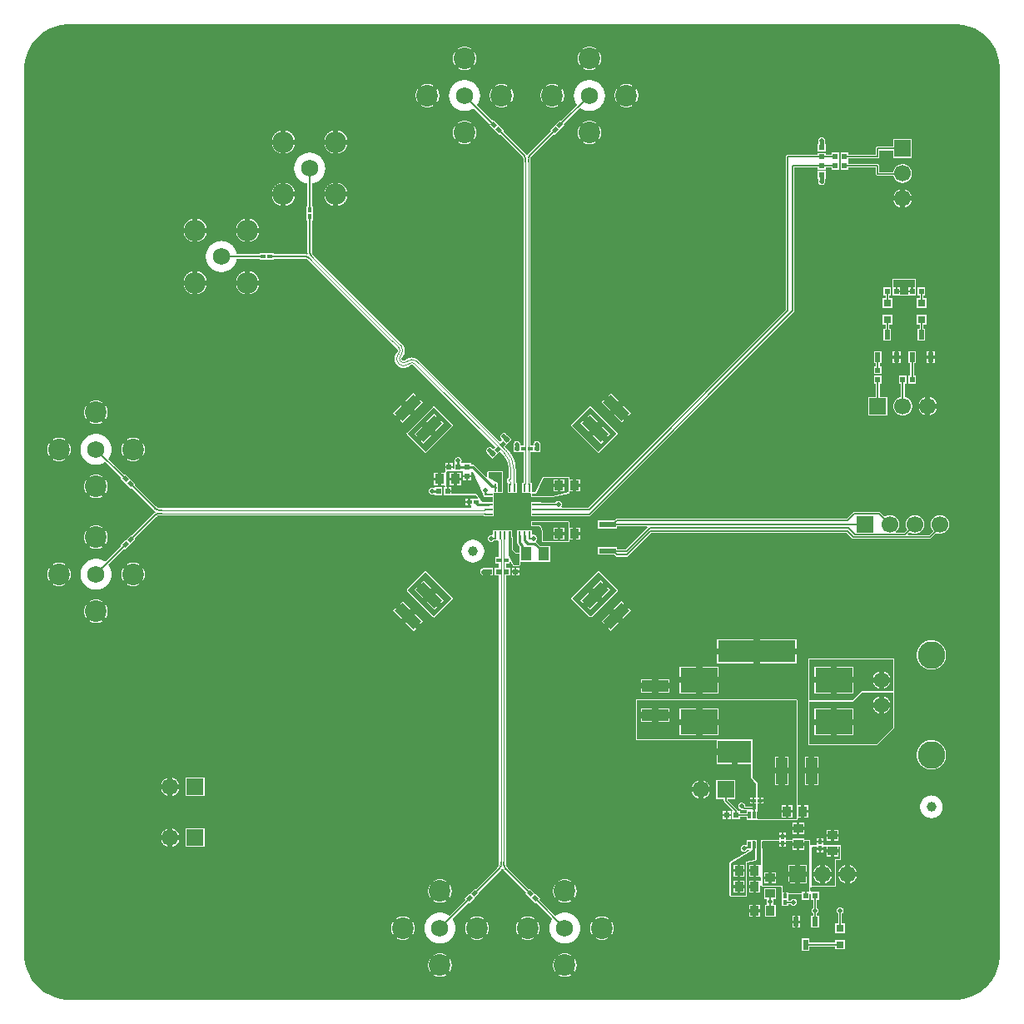
<source format=gtl>
G04*
G04 #@! TF.GenerationSoftware,Altium Limited,Altium Designer,24.2.2 (26)*
G04*
G04 Layer_Physical_Order=1*
G04 Layer_Color=255*
%FSLAX26Y26*%
%MOIN*%
G70*
G04*
G04 #@! TF.SameCoordinates,46F5A5B2-6880-422F-88BA-D3FAC370E1DB*
G04*
G04*
G04 #@! TF.FilePolarity,Positive*
G04*
G01*
G75*
%ADD15C,0.006000*%
%ADD16C,0.010000*%
%ADD19R,0.022835X0.024409*%
%ADD20R,0.066929X0.023622*%
%ADD21R,0.024409X0.022835*%
%ADD22R,0.023622X0.039370*%
%ADD23R,0.031496X0.031496*%
%ADD24R,0.032000X0.010000*%
%ADD25R,0.010000X0.032000*%
%ADD27R,0.004921X0.023622*%
%ADD28R,0.037402X0.039370*%
%ADD29R,0.035433X0.039370*%
%ADD30R,0.039370X0.035433*%
%ADD32R,0.039370X0.037402*%
%ADD33R,0.011811X0.031496*%
%ADD34R,0.097638X0.068898*%
%ADD35R,0.045276X0.106299*%
%ADD36R,0.311024X0.090551*%
%ADD37R,0.133858X0.090551*%
%ADD38R,0.149606X0.098425*%
%ADD39R,0.106299X0.045276*%
%ADD42C,0.068898*%
G04:AMPARAMS|DCode=43|XSize=106.299mil|YSize=45.276mil|CornerRadius=0mil|HoleSize=0mil|Usage=FLASHONLY|Rotation=45.000|XOffset=0mil|YOffset=0mil|HoleType=Round|Shape=Rectangle|*
%AMROTATEDRECTD43*
4,1,4,-0.021575,-0.053590,-0.053590,-0.021575,0.021575,0.053590,0.053590,0.021575,-0.021575,-0.053590,0.0*
%
%ADD43ROTATEDRECTD43*%

G04:AMPARAMS|DCode=44|XSize=106.299mil|YSize=45.276mil|CornerRadius=0mil|HoleSize=0mil|Usage=FLASHONLY|Rotation=135.000|XOffset=0mil|YOffset=0mil|HoleType=Round|Shape=Rectangle|*
%AMROTATEDRECTD44*
4,1,4,0.053590,-0.021575,0.021575,-0.053590,-0.053590,0.021575,-0.021575,0.053590,0.053590,-0.021575,0.0*
%
%ADD44ROTATEDRECTD44*%

%ADD45R,0.047244X0.011811*%
%ADD46R,0.023622X0.004921*%
%ADD48R,0.043307X0.057087*%
%ADD50R,0.144000X0.144000*%
%ADD52C,0.066929*%
%ADD53R,0.066929X0.066929*%
%ADD54R,0.066929X0.066929*%
%ADD55C,0.110236*%
%ADD56C,0.062992*%
%ADD57C,0.086614*%
%ADD58C,0.196850*%
%ADD59C,0.004000*%
%ADD60C,0.001000*%
%ADD61O,0.004000X0.015000*%
G04:AMPARAMS|DCode=62|XSize=14mil|YSize=5.181mil|CornerRadius=0mil|HoleSize=0mil|Usage=FLASHONLY|Rotation=315.000|XOffset=0mil|YOffset=0mil|HoleType=Round|Shape=Round|*
%AMOVALD62*
21,1,0.008819,0.005181,0.000000,0.000000,315.0*
1,1,0.005181,-0.003118,0.003118*
1,1,0.005181,0.003118,-0.003118*
%
%ADD62OVALD62*%

G04:AMPARAMS|DCode=63|XSize=14mil|YSize=5.181mil|CornerRadius=0mil|HoleSize=0mil|Usage=FLASHONLY|Rotation=225.000|XOffset=0mil|YOffset=0mil|HoleType=Round|Shape=Round|*
%AMOVALD63*
21,1,0.008819,0.005181,0.000000,0.000000,225.0*
1,1,0.005181,0.003118,0.003118*
1,1,0.005181,-0.003118,-0.003118*
%
%ADD63OVALD63*%

%ADD64O,0.015000X0.004000*%
G04:AMPARAMS|DCode=65|XSize=4mil|YSize=15mil|CornerRadius=0mil|HoleSize=0mil|Usage=FLASHONLY|Rotation=45.000|XOffset=0mil|YOffset=0mil|HoleType=Round|Shape=Round|*
%AMOVALD65*
21,1,0.011000,0.004000,0.000000,0.000000,135.0*
1,1,0.004000,0.003889,-0.003889*
1,1,0.004000,-0.003889,0.003889*
%
%ADD65OVALD65*%

%ADD66O,0.005181X0.014000*%
%ADD67O,0.014000X0.005181*%
%ADD68R,0.019685X0.017716*%
%ADD69R,0.017716X0.019685*%
%ADD70C,0.035433*%
%ADD71C,0.039370*%
G04:AMPARAMS|DCode=72|XSize=19.685mil|YSize=17.716mil|CornerRadius=0mil|HoleSize=0mil|Usage=FLASHONLY|Rotation=45.000|XOffset=0mil|YOffset=0mil|HoleType=Round|Shape=Rectangle|*
%AMROTATEDRECTD72*
4,1,4,-0.000696,-0.013223,-0.013223,-0.000696,0.000696,0.013223,0.013223,0.000696,-0.000696,-0.013223,0.0*
%
%ADD72ROTATEDRECTD72*%

G04:AMPARAMS|DCode=73|XSize=19.685mil|YSize=17.716mil|CornerRadius=0mil|HoleSize=0mil|Usage=FLASHONLY|Rotation=315.000|XOffset=0mil|YOffset=0mil|HoleType=Round|Shape=Rectangle|*
%AMROTATEDRECTD73*
4,1,4,-0.013223,0.000696,-0.000696,0.013223,0.013223,-0.000696,0.000696,-0.013223,-0.013223,0.000696,0.0*
%
%ADD73ROTATEDRECTD73*%

%ADD74R,0.018722X0.017716*%
%ADD75C,0.007770*%
%ADD76C,0.005181*%
%ADD77C,0.017000*%
%ADD78C,0.005000*%
%ADD79C,0.022000*%
%ADD80R,0.014769X0.032005*%
%ADD81R,0.012357X0.020571*%
%ADD82R,0.032005X0.012357*%
%ADD83C,0.019685*%
%ADD84C,0.023622*%
G36*
X3775533Y3918605D02*
X3798541Y3912441D01*
X3820547Y3903325D01*
X3841175Y3891415D01*
X3860072Y3876915D01*
X3876915Y3860073D01*
X3891416Y3841175D01*
X3903325Y3820547D01*
X3912441Y3798541D01*
X3918606Y3775533D01*
X3921715Y3751917D01*
Y3740008D01*
Y787402D01*
Y197000D01*
Y185091D01*
X3918605Y161474D01*
X3912441Y138467D01*
X3903325Y116461D01*
X3891415Y95832D01*
X3876915Y76936D01*
X3860073Y60093D01*
X3841175Y45592D01*
X3820547Y33683D01*
X3798541Y24567D01*
X3775533Y18402D01*
X3751917Y15293D01*
X185091D01*
X161475Y18402D01*
X138467Y24567D01*
X116461Y33683D01*
X95832Y45592D01*
X76936Y60092D01*
X60093Y76935D01*
X45592Y95833D01*
X33683Y116461D01*
X24567Y138467D01*
X18402Y161474D01*
X15293Y185091D01*
Y197000D01*
Y3740008D01*
Y3751917D01*
X18402Y3775533D01*
X24567Y3798541D01*
X33683Y3820547D01*
X45592Y3841175D01*
X60092Y3860072D01*
X76935Y3876915D01*
X95833Y3891416D01*
X116461Y3903325D01*
X138467Y3912441D01*
X161475Y3918606D01*
X185091Y3921715D01*
X3751917D01*
X3775533Y3918605D01*
D02*
G37*
%LPC*%
G36*
X1777559Y3830933D02*
X1775701Y3830897D01*
X1773847Y3830787D01*
X1771998Y3830605D01*
X1770157Y3830351D01*
X1768328Y3830024D01*
X1766513Y3829626D01*
X1764716Y3829157D01*
X1762938Y3828617D01*
X1761182Y3828009D01*
X1759452Y3827331D01*
X1757750Y3826587D01*
X1756078Y3825776D01*
X1754439Y3824900D01*
X1752836Y3823961D01*
X1751935Y3823383D01*
X1777559Y3797759D01*
X1803183Y3823383D01*
X1802282Y3823961D01*
X1800679Y3824900D01*
X1799040Y3825776D01*
X1797368Y3826587D01*
X1795666Y3827331D01*
X1793936Y3828009D01*
X1792180Y3828617D01*
X1790402Y3829157D01*
X1788605Y3829626D01*
X1786790Y3830024D01*
X1784961Y3830351D01*
X1783120Y3830605D01*
X1781271Y3830787D01*
X1779417Y3830897D01*
X1777559Y3830933D01*
D02*
G37*
G36*
X2277559D02*
X2275701Y3830897D01*
X2273847Y3830787D01*
X2271998Y3830605D01*
X2270157Y3830351D01*
X2268328Y3830024D01*
X2266513Y3829626D01*
X2264715Y3829157D01*
X2262938Y3828617D01*
X2261182Y3828009D01*
X2259452Y3827331D01*
X2257750Y3826587D01*
X2256078Y3825776D01*
X2254439Y3824900D01*
X2252836Y3823961D01*
X2251935Y3823383D01*
X2277559Y3797759D01*
X2303183Y3823383D01*
X2302282Y3823961D01*
X2300679Y3824900D01*
X2299040Y3825776D01*
X2297368Y3826587D01*
X2295666Y3827331D01*
X2293936Y3828009D01*
X2292180Y3828617D01*
X2290403Y3829157D01*
X2288605Y3829626D01*
X2286790Y3830024D01*
X2284961Y3830351D01*
X2283120Y3830605D01*
X2281271Y3830787D01*
X2279417Y3830897D01*
X2277559Y3830933D01*
D02*
G37*
G36*
X1737793Y3809241D02*
X1737215Y3808340D01*
X1736276Y3806737D01*
X1735400Y3805098D01*
X1734589Y3803426D01*
X1733844Y3801724D01*
X1733167Y3799994D01*
X1732559Y3798238D01*
X1732019Y3796461D01*
X1731550Y3794663D01*
X1731152Y3792848D01*
X1730825Y3791019D01*
X1730571Y3789178D01*
X1730389Y3787329D01*
X1730279Y3785475D01*
X1730243Y3783617D01*
X1730279Y3781759D01*
X1730389Y3779905D01*
X1730571Y3778056D01*
X1730825Y3776215D01*
X1731152Y3774386D01*
X1731550Y3772571D01*
X1732019Y3770773D01*
X1732559Y3768995D01*
X1733167Y3767240D01*
X1733844Y3765510D01*
X1734589Y3763808D01*
X1735400Y3762136D01*
X1736276Y3760497D01*
X1737215Y3758894D01*
X1737793Y3757993D01*
X1763417Y3783617D01*
X1737793Y3809241D01*
D02*
G37*
G36*
X2317325D02*
X2291701Y3783617D01*
X2317325Y3757993D01*
X2317903Y3758894D01*
X2318842Y3760497D01*
X2319718Y3762136D01*
X2320529Y3763808D01*
X2321273Y3765510D01*
X2321951Y3767240D01*
X2322559Y3768995D01*
X2323099Y3770773D01*
X2323568Y3772571D01*
X2323966Y3774386D01*
X2324293Y3776215D01*
X2324547Y3778056D01*
X2324729Y3779905D01*
X2324839Y3781759D01*
X2324875Y3783617D01*
X2324839Y3785475D01*
X2324729Y3787329D01*
X2324547Y3789178D01*
X2324293Y3791019D01*
X2323966Y3792848D01*
X2323568Y3794663D01*
X2323099Y3796461D01*
X2322559Y3798238D01*
X2321951Y3799994D01*
X2321273Y3801724D01*
X2320529Y3803426D01*
X2319718Y3805098D01*
X2318842Y3806737D01*
X2317903Y3808340D01*
X2317325Y3809241D01*
D02*
G37*
G36*
X2237793Y3809241D02*
X2237215Y3808340D01*
X2236276Y3806737D01*
X2235400Y3805098D01*
X2234589Y3803426D01*
X2233845Y3801724D01*
X2233167Y3799994D01*
X2232559Y3798238D01*
X2232019Y3796461D01*
X2231550Y3794663D01*
X2231152Y3792848D01*
X2230825Y3791019D01*
X2230571Y3789178D01*
X2230389Y3787329D01*
X2230279Y3785475D01*
X2230243Y3783617D01*
X2230279Y3781759D01*
X2230389Y3779905D01*
X2230571Y3778056D01*
X2230825Y3776215D01*
X2231152Y3774386D01*
X2231550Y3772571D01*
X2232019Y3770773D01*
X2232559Y3768995D01*
X2233167Y3767240D01*
X2233845Y3765510D01*
X2234589Y3763808D01*
X2235400Y3762136D01*
X2236276Y3760497D01*
X2237215Y3758894D01*
X2237793Y3757993D01*
X2263417Y3783617D01*
X2237793Y3809241D01*
D02*
G37*
G36*
X1817325D02*
X1791701Y3783617D01*
X1817325Y3757993D01*
X1817903Y3758894D01*
X1818842Y3760497D01*
X1819718Y3762136D01*
X1820529Y3763808D01*
X1821274Y3765510D01*
X1821951Y3767240D01*
X1822559Y3768995D01*
X1823099Y3770773D01*
X1823568Y3772571D01*
X1823966Y3774386D01*
X1824293Y3776215D01*
X1824547Y3778056D01*
X1824729Y3779905D01*
X1824839Y3781759D01*
X1824875Y3783617D01*
X1824839Y3785475D01*
X1824729Y3787329D01*
X1824547Y3789178D01*
X1824293Y3791019D01*
X1823966Y3792848D01*
X1823568Y3794663D01*
X1823099Y3796461D01*
X1822559Y3798238D01*
X1821951Y3799994D01*
X1821274Y3801724D01*
X1820529Y3803426D01*
X1819718Y3805098D01*
X1818842Y3806737D01*
X1817903Y3808340D01*
X1817325Y3809241D01*
D02*
G37*
G36*
X2277559Y3769475D02*
X2251935Y3743851D01*
X2252836Y3743273D01*
X2254439Y3742334D01*
X2256078Y3741458D01*
X2257750Y3740647D01*
X2259452Y3739903D01*
X2261182Y3739225D01*
X2262938Y3738617D01*
X2264715Y3738077D01*
X2266513Y3737608D01*
X2268328Y3737210D01*
X2270157Y3736883D01*
X2271998Y3736629D01*
X2273847Y3736447D01*
X2275701Y3736337D01*
X2277559Y3736301D01*
X2279417Y3736337D01*
X2281271Y3736447D01*
X2283120Y3736629D01*
X2284961Y3736883D01*
X2286790Y3737210D01*
X2288605Y3737608D01*
X2290403Y3738077D01*
X2292180Y3738617D01*
X2293936Y3739225D01*
X2295666Y3739903D01*
X2297368Y3740647D01*
X2299040Y3741458D01*
X2300679Y3742334D01*
X2302282Y3743273D01*
X2303183Y3743851D01*
X2277559Y3769475D01*
D02*
G37*
G36*
X1777559D02*
X1751935Y3743851D01*
X1752836Y3743273D01*
X1754439Y3742334D01*
X1756078Y3741458D01*
X1757750Y3740647D01*
X1759452Y3739903D01*
X1761182Y3739225D01*
X1762938Y3738617D01*
X1764716Y3738077D01*
X1766513Y3737608D01*
X1768328Y3737210D01*
X1770157Y3736883D01*
X1771998Y3736629D01*
X1773847Y3736447D01*
X1775701Y3736337D01*
X1777559Y3736301D01*
X1779417Y3736337D01*
X1781271Y3736447D01*
X1783120Y3736629D01*
X1784961Y3736883D01*
X1786790Y3737210D01*
X1788605Y3737608D01*
X1790402Y3738077D01*
X1792180Y3738617D01*
X1793936Y3739225D01*
X1795666Y3739903D01*
X1797368Y3740647D01*
X1799040Y3741458D01*
X1800679Y3742334D01*
X1802282Y3743273D01*
X1803183Y3743851D01*
X1777559Y3769475D01*
D02*
G37*
G36*
X2129178Y3682552D02*
X2127320Y3682516D01*
X2125465Y3682406D01*
X2123617Y3682224D01*
X2121776Y3681970D01*
X2119947Y3681643D01*
X2118132Y3681245D01*
X2116334Y3680776D01*
X2114556Y3680236D01*
X2112801Y3679628D01*
X2111071Y3678950D01*
X2109369Y3678206D01*
X2107697Y3677395D01*
X2106058Y3676519D01*
X2104455Y3675579D01*
X2103554Y3675002D01*
X2129178Y3649378D01*
X2154802Y3675002D01*
X2153901Y3675579D01*
X2152298Y3676519D01*
X2150659Y3677395D01*
X2148987Y3678206D01*
X2147285Y3678950D01*
X2145555Y3679628D01*
X2143799Y3680236D01*
X2142021Y3680776D01*
X2140224Y3681245D01*
X2138409Y3681643D01*
X2136580Y3681970D01*
X2134739Y3682224D01*
X2132890Y3682406D01*
X2131035Y3682516D01*
X2129178Y3682552D01*
D02*
G37*
G36*
X1925940D02*
X1924082Y3682516D01*
X1922228Y3682406D01*
X1920379Y3682224D01*
X1918538Y3681970D01*
X1916709Y3681643D01*
X1914894Y3681245D01*
X1913097Y3680776D01*
X1911319Y3680236D01*
X1909563Y3679628D01*
X1907833Y3678950D01*
X1906131Y3678206D01*
X1904459Y3677395D01*
X1902820Y3676519D01*
X1901217Y3675579D01*
X1900316Y3675002D01*
X1925940Y3649378D01*
X1951564Y3675002D01*
X1950663Y3675579D01*
X1949060Y3676519D01*
X1947421Y3677395D01*
X1945749Y3678206D01*
X1944047Y3678950D01*
X1942317Y3679628D01*
X1940562Y3680236D01*
X1938784Y3680776D01*
X1936986Y3681245D01*
X1935171Y3681643D01*
X1933342Y3681970D01*
X1931502Y3682224D01*
X1929652Y3682406D01*
X1927798Y3682516D01*
X1925940Y3682552D01*
D02*
G37*
G36*
X1629178D02*
X1627320Y3682516D01*
X1625466Y3682406D01*
X1623617Y3682224D01*
X1621776Y3681970D01*
X1619947Y3681643D01*
X1618132Y3681245D01*
X1616334Y3680776D01*
X1614556Y3680236D01*
X1612801Y3679628D01*
X1611071Y3678950D01*
X1609369Y3678206D01*
X1607697Y3677395D01*
X1606058Y3676519D01*
X1604455Y3675579D01*
X1603554Y3675002D01*
X1629178Y3649378D01*
X1654802Y3675002D01*
X1653900Y3675579D01*
X1652298Y3676519D01*
X1650659Y3677395D01*
X1648987Y3678206D01*
X1647285Y3678950D01*
X1645555Y3679628D01*
X1643799Y3680236D01*
X1642021Y3680776D01*
X1640224Y3681245D01*
X1638409Y3681643D01*
X1636580Y3681970D01*
X1634739Y3682224D01*
X1632890Y3682406D01*
X1631035Y3682516D01*
X1629178Y3682552D01*
D02*
G37*
G36*
X2425940D02*
X2424082Y3682516D01*
X2422228Y3682406D01*
X2420379Y3682224D01*
X2418538Y3681970D01*
X2416709Y3681643D01*
X2414894Y3681245D01*
X2413097Y3680776D01*
X2411319Y3680236D01*
X2409563Y3679628D01*
X2407833Y3678950D01*
X2406131Y3678206D01*
X2404459Y3677395D01*
X2402820Y3676519D01*
X2401218Y3675579D01*
X2400316Y3675002D01*
X2425940Y3649378D01*
X2451564Y3675002D01*
X2450663Y3675579D01*
X2449060Y3676519D01*
X2447421Y3677395D01*
X2445749Y3678206D01*
X2444047Y3678950D01*
X2442317Y3679628D01*
X2440562Y3680236D01*
X2438784Y3680776D01*
X2436986Y3681245D01*
X2435171Y3681643D01*
X2433342Y3681970D01*
X2431501Y3682224D01*
X2429653Y3682406D01*
X2427798Y3682516D01*
X2425940Y3682552D01*
D02*
G37*
G36*
X2089412Y3660860D02*
X2088834Y3659959D01*
X2087895Y3658356D01*
X2087019Y3656717D01*
X2086208Y3655045D01*
X2085463Y3653343D01*
X2084786Y3651613D01*
X2084178Y3649857D01*
X2083638Y3648079D01*
X2083169Y3646282D01*
X2082771Y3644467D01*
X2082444Y3642638D01*
X2082190Y3640797D01*
X2082008Y3638948D01*
X2081898Y3637093D01*
X2081862Y3635236D01*
X2081898Y3633378D01*
X2082008Y3631523D01*
X2082190Y3629675D01*
X2082444Y3627834D01*
X2082771Y3626005D01*
X2083169Y3624190D01*
X2083638Y3622392D01*
X2084178Y3620614D01*
X2084786Y3618859D01*
X2085463Y3617129D01*
X2086208Y3615427D01*
X2087019Y3613755D01*
X2087895Y3612116D01*
X2088834Y3610513D01*
X2089411Y3609612D01*
X2115036Y3635236D01*
X2089412Y3660860D01*
D02*
G37*
G36*
X1965707D02*
X1940082Y3635236D01*
X1965707Y3609612D01*
X1966284Y3610513D01*
X1967223Y3612116D01*
X1968099Y3613755D01*
X1968910Y3615427D01*
X1969655Y3617129D01*
X1970332Y3618859D01*
X1970940Y3620614D01*
X1971480Y3622392D01*
X1971949Y3624190D01*
X1972347Y3626005D01*
X1972674Y3627834D01*
X1972928Y3629675D01*
X1973110Y3631523D01*
X1973220Y3633378D01*
X1973256Y3635236D01*
X1973220Y3637093D01*
X1973110Y3638948D01*
X1972928Y3640797D01*
X1972674Y3642638D01*
X1972347Y3644467D01*
X1971949Y3646282D01*
X1971480Y3648079D01*
X1970940Y3649857D01*
X1970332Y3651613D01*
X1969655Y3653343D01*
X1968910Y3655045D01*
X1968099Y3656717D01*
X1967223Y3658356D01*
X1966284Y3659959D01*
X1965707Y3660860D01*
D02*
G37*
G36*
X1668944D02*
X1643320Y3635236D01*
X1668944Y3609612D01*
X1669522Y3610513D01*
X1670461Y3612116D01*
X1671337Y3613755D01*
X1672148Y3615427D01*
X1672892Y3617129D01*
X1673570Y3618859D01*
X1674178Y3620614D01*
X1674718Y3622392D01*
X1675187Y3624190D01*
X1675585Y3626005D01*
X1675912Y3627834D01*
X1676166Y3629675D01*
X1676348Y3631523D01*
X1676458Y3633378D01*
X1676494Y3635236D01*
X1676458Y3637093D01*
X1676348Y3638948D01*
X1676166Y3640797D01*
X1675912Y3642638D01*
X1675585Y3644467D01*
X1675187Y3646282D01*
X1674718Y3648079D01*
X1674178Y3649857D01*
X1673570Y3651613D01*
X1672892Y3653343D01*
X1672148Y3655045D01*
X1671337Y3656717D01*
X1670461Y3658356D01*
X1669522Y3659959D01*
X1668944Y3660860D01*
D02*
G37*
G36*
X2386174Y3660860D02*
X2385597Y3659959D01*
X2384657Y3658356D01*
X2383781Y3656717D01*
X2382970Y3655045D01*
X2382226Y3653343D01*
X2381548Y3651613D01*
X2380940Y3649857D01*
X2380400Y3648079D01*
X2379931Y3646282D01*
X2379533Y3644467D01*
X2379206Y3642638D01*
X2378952Y3640797D01*
X2378770Y3638948D01*
X2378660Y3637093D01*
X2378624Y3635236D01*
X2378660Y3633378D01*
X2378770Y3631523D01*
X2378952Y3629675D01*
X2379206Y3627834D01*
X2379533Y3626005D01*
X2379931Y3624190D01*
X2380400Y3622392D01*
X2380940Y3620614D01*
X2381548Y3618859D01*
X2382226Y3617129D01*
X2382970Y3615427D01*
X2383781Y3613755D01*
X2384657Y3612116D01*
X2385597Y3610513D01*
X2386174Y3609612D01*
X2411798Y3635236D01*
X2386174Y3660860D01*
D02*
G37*
G36*
X1886174Y3660860D02*
X1885597Y3659959D01*
X1884657Y3658356D01*
X1883781Y3656717D01*
X1882970Y3655045D01*
X1882226Y3653343D01*
X1881548Y3651613D01*
X1880940Y3649857D01*
X1880400Y3648079D01*
X1879931Y3646282D01*
X1879533Y3644467D01*
X1879206Y3642638D01*
X1878952Y3640797D01*
X1878770Y3638948D01*
X1878660Y3637093D01*
X1878624Y3635236D01*
X1878660Y3633378D01*
X1878770Y3631523D01*
X1878952Y3629675D01*
X1879206Y3627834D01*
X1879533Y3626005D01*
X1879931Y3624190D01*
X1880400Y3622392D01*
X1880940Y3620614D01*
X1881548Y3618859D01*
X1882226Y3617129D01*
X1882970Y3615427D01*
X1883781Y3613755D01*
X1884657Y3612116D01*
X1885597Y3610513D01*
X1886174Y3609612D01*
X1911798Y3635236D01*
X1886174Y3660860D01*
D02*
G37*
G36*
X2168944D02*
X2143320Y3635236D01*
X2168944Y3609612D01*
X2169521Y3610513D01*
X2170461Y3612116D01*
X2171337Y3613755D01*
X2172148Y3615427D01*
X2172892Y3617129D01*
X2173570Y3618859D01*
X2174178Y3620614D01*
X2174718Y3622392D01*
X2175187Y3624190D01*
X2175585Y3626005D01*
X2175912Y3627834D01*
X2176166Y3629675D01*
X2176348Y3631523D01*
X2176458Y3633378D01*
X2176494Y3635236D01*
X2176458Y3637093D01*
X2176348Y3638948D01*
X2176166Y3640797D01*
X2175912Y3642638D01*
X2175585Y3644467D01*
X2175187Y3646282D01*
X2174718Y3648079D01*
X2174178Y3649857D01*
X2173570Y3651613D01*
X2172892Y3653343D01*
X2172148Y3655045D01*
X2171337Y3656717D01*
X2170461Y3658356D01*
X2169521Y3659959D01*
X2168944Y3660860D01*
D02*
G37*
G36*
X1589411D02*
X1588834Y3659959D01*
X1587895Y3658356D01*
X1587019Y3656717D01*
X1586208Y3655045D01*
X1585463Y3653343D01*
X1584786Y3651613D01*
X1584178Y3649857D01*
X1583638Y3648079D01*
X1583169Y3646282D01*
X1582771Y3644467D01*
X1582444Y3642638D01*
X1582190Y3640797D01*
X1582008Y3638948D01*
X1581898Y3637093D01*
X1581862Y3635236D01*
X1581898Y3633378D01*
X1582008Y3631523D01*
X1582190Y3629675D01*
X1582444Y3627834D01*
X1582771Y3626005D01*
X1583169Y3624190D01*
X1583638Y3622392D01*
X1584178Y3620614D01*
X1584786Y3618859D01*
X1585463Y3617129D01*
X1586208Y3615427D01*
X1587019Y3613755D01*
X1587895Y3612116D01*
X1588834Y3610513D01*
X1589411Y3609612D01*
X1615036Y3635236D01*
X1589411Y3660860D01*
D02*
G37*
G36*
X2465706Y3660860D02*
X2440082Y3635236D01*
X2465706Y3609611D01*
X2466284Y3610513D01*
X2467223Y3612116D01*
X2468099Y3613755D01*
X2468910Y3615427D01*
X2469655Y3617129D01*
X2470332Y3618859D01*
X2470940Y3620614D01*
X2471480Y3622392D01*
X2471949Y3624190D01*
X2472347Y3626005D01*
X2472674Y3627834D01*
X2472928Y3629675D01*
X2473110Y3631523D01*
X2473220Y3633378D01*
X2473256Y3635236D01*
X2473220Y3637093D01*
X2473110Y3638948D01*
X2472928Y3640797D01*
X2472674Y3642638D01*
X2472347Y3644467D01*
X2471949Y3646282D01*
X2471480Y3648079D01*
X2470940Y3649857D01*
X2470332Y3651613D01*
X2469655Y3653343D01*
X2468910Y3655045D01*
X2468099Y3656717D01*
X2467223Y3658356D01*
X2466284Y3659959D01*
X2465706Y3660860D01*
D02*
G37*
G36*
X2425940Y3621094D02*
X2400316Y3595470D01*
X2401218Y3594892D01*
X2402820Y3593953D01*
X2404459Y3593077D01*
X2406131Y3592266D01*
X2407833Y3591521D01*
X2409563Y3590844D01*
X2411319Y3590236D01*
X2413097Y3589696D01*
X2414894Y3589227D01*
X2416709Y3588829D01*
X2418538Y3588502D01*
X2420379Y3588248D01*
X2422228Y3588066D01*
X2424082Y3587956D01*
X2425940Y3587920D01*
X2427798Y3587956D01*
X2429653Y3588066D01*
X2431501Y3588248D01*
X2433342Y3588502D01*
X2435171Y3588829D01*
X2436986Y3589227D01*
X2438784Y3589696D01*
X2440562Y3590236D01*
X2442317Y3590844D01*
X2444047Y3591521D01*
X2445749Y3592266D01*
X2447421Y3593077D01*
X2449060Y3593953D01*
X2450663Y3594892D01*
X2451564Y3595469D01*
X2425940Y3621094D01*
D02*
G37*
G36*
X2129178Y3621094D02*
X2103553Y3595470D01*
X2104455Y3594892D01*
X2106058Y3593953D01*
X2107697Y3593077D01*
X2109369Y3592266D01*
X2111071Y3591521D01*
X2112801Y3590844D01*
X2114556Y3590236D01*
X2116334Y3589696D01*
X2118132Y3589227D01*
X2119947Y3588829D01*
X2121776Y3588502D01*
X2123617Y3588248D01*
X2125465Y3588066D01*
X2127320Y3587956D01*
X2129178Y3587920D01*
X2131035Y3587956D01*
X2132890Y3588066D01*
X2134739Y3588248D01*
X2136580Y3588502D01*
X2138409Y3588829D01*
X2140224Y3589227D01*
X2142021Y3589696D01*
X2143799Y3590236D01*
X2145555Y3590844D01*
X2147285Y3591521D01*
X2148987Y3592266D01*
X2150659Y3593077D01*
X2152298Y3593953D01*
X2153901Y3594892D01*
X2154802Y3595470D01*
X2129178Y3621094D01*
D02*
G37*
G36*
X1925940D02*
X1900316Y3595470D01*
X1901217Y3594892D01*
X1902820Y3593953D01*
X1904459Y3593077D01*
X1906131Y3592266D01*
X1907833Y3591521D01*
X1909563Y3590844D01*
X1911319Y3590236D01*
X1913097Y3589696D01*
X1914894Y3589227D01*
X1916709Y3588829D01*
X1918538Y3588502D01*
X1920379Y3588248D01*
X1922228Y3588066D01*
X1924082Y3587956D01*
X1925940Y3587920D01*
X1927798Y3587956D01*
X1929652Y3588066D01*
X1931502Y3588248D01*
X1933342Y3588502D01*
X1935171Y3588829D01*
X1936986Y3589227D01*
X1938784Y3589696D01*
X1940562Y3590236D01*
X1942317Y3590844D01*
X1944047Y3591521D01*
X1945749Y3592266D01*
X1947421Y3593077D01*
X1949060Y3593953D01*
X1950663Y3594892D01*
X1951564Y3595470D01*
X1925940Y3621094D01*
D02*
G37*
G36*
X1629178Y3621094D02*
X1603554Y3595470D01*
X1604455Y3594892D01*
X1606058Y3593953D01*
X1607697Y3593077D01*
X1609369Y3592266D01*
X1611071Y3591521D01*
X1612801Y3590844D01*
X1614556Y3590236D01*
X1616334Y3589696D01*
X1618132Y3589227D01*
X1619947Y3588829D01*
X1621776Y3588502D01*
X1623617Y3588248D01*
X1625466Y3588066D01*
X1627320Y3587956D01*
X1629178Y3587920D01*
X1631035Y3587956D01*
X1632890Y3588066D01*
X1634739Y3588248D01*
X1636580Y3588502D01*
X1638409Y3588829D01*
X1640224Y3589227D01*
X1642021Y3589696D01*
X1643799Y3590236D01*
X1645555Y3590844D01*
X1647285Y3591521D01*
X1648987Y3592266D01*
X1650659Y3593077D01*
X1652298Y3593953D01*
X1653900Y3594892D01*
X1654802Y3595470D01*
X1629178Y3621094D01*
D02*
G37*
G36*
X2277559Y3697293D02*
X2275344Y3697253D01*
X2273132Y3697135D01*
X2270925Y3696937D01*
X2268727Y3696661D01*
X2266541Y3696307D01*
X2264368Y3695874D01*
X2262212Y3695365D01*
X2260076Y3694779D01*
X2257961Y3694117D01*
X2255872Y3693380D01*
X2253811Y3692569D01*
X2251780Y3691685D01*
X2249781Y3690729D01*
X2247818Y3689702D01*
X2245893Y3688606D01*
X2244009Y3687441D01*
X2242167Y3686211D01*
X2240370Y3684915D01*
X2238620Y3683556D01*
X2236921Y3682135D01*
X2235272Y3680655D01*
X2233678Y3679117D01*
X2232140Y3677523D01*
X2230660Y3675874D01*
X2229239Y3674175D01*
X2227880Y3672425D01*
X2226584Y3670628D01*
X2225354Y3668786D01*
X2224189Y3666902D01*
X2223093Y3664977D01*
X2222066Y3663014D01*
X2221110Y3661015D01*
X2220226Y3658984D01*
X2219415Y3656923D01*
X2218678Y3654833D01*
X2218016Y3652719D01*
X2217430Y3650583D01*
X2216921Y3648427D01*
X2216488Y3646254D01*
X2216134Y3644068D01*
X2215858Y3641869D01*
X2215660Y3639663D01*
X2215542Y3637451D01*
X2215502Y3635236D01*
X2215542Y3633021D01*
X2215660Y3630809D01*
X2215858Y3628602D01*
X2216134Y3626404D01*
X2216488Y3624218D01*
X2216921Y3622045D01*
X2217430Y3619889D01*
X2218016Y3617753D01*
X2218678Y3615638D01*
X2219415Y3613549D01*
X2220226Y3611488D01*
X2221110Y3609457D01*
X2222066Y3607458D01*
X2223093Y3605495D01*
X2224189Y3603570D01*
X2225354Y3601686D01*
X2226584Y3599844D01*
X2227880Y3598047D01*
X2228024Y3597861D01*
X2163759Y3533596D01*
X2163392Y3533248D01*
X2163368Y3533252D01*
X2163039Y3533310D01*
X2163024Y3533311D01*
X2163010Y3533313D01*
X2162689Y3533331D01*
X2162367Y3533351D01*
X2162352Y3533350D01*
X2162337Y3533351D01*
X2162325Y3533350D01*
X2159907Y3535768D01*
X2140331Y3516192D01*
X2120843Y3496705D01*
X2123261Y3494287D01*
X2123261Y3494274D01*
X2123262Y3494258D01*
X2123261Y3494245D01*
X2123280Y3493933D01*
X2123298Y3493601D01*
X2123301Y3493587D01*
X2123302Y3493572D01*
X2123359Y3493244D01*
X2123363Y3493219D01*
X2123015Y3492852D01*
X2036750Y3406587D01*
X2036627Y3406453D01*
X2034980Y3404806D01*
X2034845Y3404682D01*
X2033214Y3403052D01*
X2033090Y3402916D01*
X2031089Y3400915D01*
D01*
X2029374Y3399200D01*
X2025744D01*
X2024029Y3400915D01*
D01*
X2022026Y3402918D01*
X2021903Y3403052D01*
X2020273Y3404682D01*
X2020139Y3404805D01*
X2018489Y3406455D01*
X2018368Y3406587D01*
X1934552Y3490403D01*
X1934274Y3496705D01*
Y3496705D01*
X1914698Y3516281D01*
X1895211Y3535768D01*
X1895211D01*
X1888910Y3536046D01*
X1827094Y3597861D01*
X1827238Y3598047D01*
X1828534Y3599844D01*
X1829764Y3601686D01*
X1830929Y3603570D01*
X1832025Y3605495D01*
X1833052Y3607458D01*
X1834008Y3609457D01*
X1834892Y3611488D01*
X1835703Y3613549D01*
X1836440Y3615638D01*
X1837102Y3617753D01*
X1837688Y3619889D01*
X1838197Y3622045D01*
X1838630Y3624218D01*
X1838984Y3626404D01*
X1839260Y3628602D01*
X1839458Y3630809D01*
X1839576Y3633021D01*
X1839616Y3635236D01*
X1839576Y3637451D01*
X1839458Y3639663D01*
X1839260Y3641869D01*
X1838984Y3644068D01*
X1838630Y3646254D01*
X1838197Y3648427D01*
X1837688Y3650583D01*
X1837102Y3652719D01*
X1836440Y3654833D01*
X1835703Y3656923D01*
X1834892Y3658984D01*
X1834008Y3661015D01*
X1833052Y3663014D01*
X1832025Y3664977D01*
X1830929Y3666902D01*
X1829764Y3668786D01*
X1828534Y3670628D01*
X1827238Y3672425D01*
X1825879Y3674175D01*
X1824458Y3675874D01*
X1822978Y3677523D01*
X1821440Y3679117D01*
X1819846Y3680655D01*
X1818197Y3682135D01*
X1816498Y3683556D01*
X1814748Y3684915D01*
X1812951Y3686211D01*
X1811109Y3687441D01*
X1809225Y3688606D01*
X1807300Y3689702D01*
X1805337Y3690729D01*
X1803338Y3691685D01*
X1801307Y3692569D01*
X1799246Y3693380D01*
X1797157Y3694117D01*
X1795042Y3694779D01*
X1792906Y3695365D01*
X1790750Y3695874D01*
X1788577Y3696307D01*
X1786391Y3696661D01*
X1784193Y3696937D01*
X1781986Y3697135D01*
X1779774Y3697253D01*
X1777559Y3697293D01*
X1775344Y3697253D01*
X1773132Y3697135D01*
X1770926Y3696937D01*
X1768727Y3696661D01*
X1766541Y3696307D01*
X1764368Y3695874D01*
X1762212Y3695365D01*
X1760076Y3694779D01*
X1757961Y3694117D01*
X1755872Y3693380D01*
X1753811Y3692569D01*
X1751780Y3691685D01*
X1749781Y3690729D01*
X1747818Y3689702D01*
X1745893Y3688606D01*
X1744009Y3687441D01*
X1742167Y3686211D01*
X1740370Y3684915D01*
X1738620Y3683556D01*
X1736920Y3682135D01*
X1735272Y3680655D01*
X1733678Y3679117D01*
X1732140Y3677523D01*
X1730660Y3675874D01*
X1729239Y3674175D01*
X1727880Y3672425D01*
X1726584Y3670628D01*
X1725354Y3668786D01*
X1724189Y3666902D01*
X1723093Y3664977D01*
X1722066Y3663014D01*
X1721110Y3661015D01*
X1720226Y3658984D01*
X1719415Y3656923D01*
X1718678Y3654833D01*
X1718016Y3652719D01*
X1717430Y3650583D01*
X1716920Y3648427D01*
X1716488Y3646254D01*
X1716134Y3644068D01*
X1715858Y3641869D01*
X1715660Y3639663D01*
X1715542Y3637451D01*
X1715502Y3635236D01*
X1715542Y3633021D01*
X1715660Y3630809D01*
X1715858Y3628602D01*
X1716134Y3626404D01*
X1716488Y3624218D01*
X1716920Y3622045D01*
X1717430Y3619889D01*
X1718016Y3617753D01*
X1718678Y3615638D01*
X1719415Y3613549D01*
X1720226Y3611488D01*
X1721110Y3609457D01*
X1722066Y3607458D01*
X1723093Y3605495D01*
X1724189Y3603570D01*
X1725354Y3601686D01*
X1726584Y3599844D01*
X1727880Y3598047D01*
X1729239Y3596297D01*
X1730660Y3594597D01*
X1732140Y3592949D01*
X1733678Y3591355D01*
X1735272Y3589817D01*
X1736920Y3588336D01*
X1738620Y3586916D01*
X1740370Y3585557D01*
X1742167Y3584261D01*
X1744009Y3583030D01*
X1745893Y3581866D01*
X1747818Y3580770D01*
X1749781Y3579743D01*
X1751780Y3578787D01*
X1753811Y3577903D01*
X1755872Y3577092D01*
X1757961Y3576355D01*
X1760076Y3575693D01*
X1762212Y3575107D01*
X1764368Y3574597D01*
X1766541Y3574165D01*
X1768727Y3573811D01*
X1770926Y3573535D01*
X1773132Y3573337D01*
X1775344Y3573219D01*
X1777559Y3573179D01*
X1779774Y3573219D01*
X1781986Y3573337D01*
X1784193Y3573535D01*
X1786391Y3573811D01*
X1788577Y3574165D01*
X1790750Y3574597D01*
X1792906Y3575107D01*
X1795042Y3575693D01*
X1797157Y3576355D01*
X1799246Y3577092D01*
X1801307Y3577903D01*
X1803338Y3578787D01*
X1805337Y3579743D01*
X1807300Y3580770D01*
X1809225Y3581866D01*
X1811109Y3583030D01*
X1812951Y3584261D01*
X1814748Y3585557D01*
X1814934Y3585701D01*
X1879198Y3521436D01*
X1879547Y3521069D01*
X1879543Y3521045D01*
X1879485Y3520716D01*
X1879484Y3520701D01*
X1879482Y3520687D01*
X1879464Y3520366D01*
X1879444Y3520043D01*
X1879445Y3520029D01*
X1879444Y3520014D01*
X1879445Y3520002D01*
X1877027Y3517584D01*
X1896514Y3498097D01*
X1916090Y3478520D01*
X1916090D01*
X1922392Y3478243D01*
X2006207Y3394427D01*
X2006342Y3394303D01*
X2007989Y3392657D01*
X2008112Y3392522D01*
X2009699Y3390936D01*
X2010150Y3390450D01*
X2010755Y3389700D01*
X2011305Y3388909D01*
X2011796Y3388080D01*
X2012228Y3387218D01*
X2012596Y3386328D01*
X2012901Y3385414D01*
X2013139Y3384480D01*
X2013310Y3383532D01*
X2013413Y3382574D01*
X2013436Y3381924D01*
Y3379348D01*
X2013436Y3379346D01*
Y3374786D01*
X2013436Y2234142D01*
X2005698D01*
X2005317Y2234245D01*
X2004345Y2234743D01*
X2003993Y2235037D01*
X2001190Y2238400D01*
X2001155Y2239388D01*
X2001049Y2240371D01*
X2000873Y2241344D01*
X2000629Y2242302D01*
X2000316Y2243240D01*
X1999938Y2244154D01*
X1999495Y2245038D01*
X1998991Y2245889D01*
X1998427Y2246701D01*
X1997807Y2247471D01*
X1997133Y2248194D01*
X1996409Y2248868D01*
X1995639Y2249488D01*
X1994827Y2250052D01*
X1993977Y2250557D01*
X1993092Y2251000D01*
X1992179Y2251378D01*
X1991241Y2251690D01*
X1990283Y2251935D01*
X1989310Y2252110D01*
X1988327Y2252216D01*
X1987339Y2252251D01*
X1986350Y2252216D01*
X1985367Y2252110D01*
X1984394Y2251935D01*
X1983436Y2251690D01*
X1982498Y2251378D01*
X1981584Y2251000D01*
X1980700Y2250557D01*
X1979850Y2250052D01*
X1979038Y2249488D01*
X1978268Y2248868D01*
X1977544Y2248194D01*
X1976870Y2247471D01*
X1976250Y2246701D01*
X1975686Y2245889D01*
X1975181Y2245038D01*
X1974739Y2244154D01*
X1974361Y2243240D01*
X1974048Y2242302D01*
X1973804Y2241344D01*
X1973628Y2240371D01*
X1973523Y2239388D01*
X1973487Y2238400D01*
X1973487Y2238397D01*
X1973523Y2237412D01*
X1973770Y2234151D01*
X1973771Y2234142D01*
X1973771Y2234141D01*
Y2208425D01*
X2013436D01*
Y2090466D01*
Y2086539D01*
X2009901Y2083004D01*
X2008716D01*
Y2043004D01*
X2026716D01*
Y2043004D01*
X2028402D01*
Y2043004D01*
X2038086D01*
X2042995Y2042401D01*
Y2030059D01*
X2043004Y2029928D01*
Y2028401D01*
X2043361D01*
X2043532Y2028055D01*
X2043824Y2027619D01*
X2044169Y2027225D01*
X2044564Y2026879D01*
X2045000Y2026588D01*
X2045470Y2026356D01*
X2045966Y2026187D01*
X2046481Y2026085D01*
X2047004Y2026051D01*
X2130253D01*
X2130486Y2026066D01*
X2130716Y2026078D01*
X2130746Y2026083D01*
X2130776Y2026085D01*
X2131001Y2026130D01*
X2131232Y2026172D01*
X2195070Y2042254D01*
X2195099Y2042263D01*
X2195128Y2042269D01*
X2195347Y2042343D01*
X2195569Y2042415D01*
X2195596Y2042428D01*
X2195625Y2042437D01*
X2195832Y2042540D01*
X2196043Y2042640D01*
X2196068Y2042656D01*
X2196095Y2042669D01*
X2196285Y2042796D01*
X2196483Y2042924D01*
X2196506Y2042944D01*
X2196531Y2042961D01*
X2196706Y2043114D01*
X2196882Y2043264D01*
X2196902Y2043286D01*
X2196925Y2043306D01*
X2197080Y2043483D01*
X2197234Y2043653D01*
X2197251Y2043678D01*
X2197271Y2043701D01*
X2197401Y2043895D01*
X2197532Y2044085D01*
X2197545Y2044111D01*
X2197562Y2044137D01*
X2197665Y2044345D01*
X2197771Y2044551D01*
X2197781Y2044580D01*
X2197794Y2044607D01*
X2197870Y2044830D01*
X2197947Y2045045D01*
X2197953Y2045074D01*
X2197963Y2045103D01*
X2198008Y2045333D01*
X2198057Y2045558D01*
X2198059Y2045588D01*
X2198065Y2045618D01*
X2198080Y2045851D01*
X2198099Y2046081D01*
X2198097Y2046110D01*
X2198099Y2046141D01*
Y2051135D01*
X2212420D01*
Y2074820D01*
X2218420D01*
D01*
X2212420D01*
Y2098505D01*
X2198099D01*
Y2104905D01*
X2198065Y2105428D01*
X2197963Y2105943D01*
X2197794Y2106439D01*
X2197562Y2106909D01*
X2197271Y2107345D01*
X2196925Y2107740D01*
X2196531Y2108085D01*
X2196095Y2108376D01*
X2195625Y2108608D01*
X2195128Y2108777D01*
X2194614Y2108879D01*
X2194091Y2108914D01*
X2094093D01*
X2093969Y2108905D01*
X2093845Y2108906D01*
X2093708Y2108888D01*
X2093570Y2108879D01*
X2093448Y2108855D01*
X2093325Y2108839D01*
X2093191Y2108804D01*
X2093056Y2108777D01*
X2092938Y2108737D01*
X2092818Y2108705D01*
X2092690Y2108653D01*
X2092559Y2108608D01*
X2092448Y2108554D01*
X2092333Y2108506D01*
X2092212Y2108437D01*
X2092089Y2108376D01*
X2091986Y2108307D01*
X2091878Y2108246D01*
X2091768Y2108162D01*
X2091653Y2108085D01*
X2091560Y2108004D01*
X2091461Y2107928D01*
X2091362Y2107830D01*
X2091259Y2107740D01*
X2091177Y2107646D01*
X2091089Y2107558D01*
X2091004Y2107449D01*
X2090913Y2107345D01*
X2090844Y2107242D01*
X2090768Y2107143D01*
X2090698Y2107024D01*
X2090622Y2106909D01*
X2090567Y2106798D01*
X2090504Y2106690D01*
X2060521Y2046410D01*
X2047004D01*
X2046401Y2051320D01*
Y2083004D01*
X2041682D01*
Y2208425D01*
X2081343D01*
Y2234142D01*
X2081344Y2234142D01*
X2081352Y2238400D01*
X2081317Y2239388D01*
X2081211Y2240371D01*
X2081036Y2241344D01*
X2080791Y2242302D01*
X2080479Y2243240D01*
X2080101Y2244154D01*
X2079658Y2245038D01*
X2079153Y2245889D01*
X2078590Y2246701D01*
X2077969Y2247471D01*
X2077295Y2248194D01*
X2076572Y2248868D01*
X2075802Y2249488D01*
X2074990Y2250052D01*
X2074139Y2250557D01*
X2073255Y2251000D01*
X2072341Y2251378D01*
X2071403Y2251690D01*
X2070445Y2251935D01*
X2069472Y2252110D01*
X2068489Y2252216D01*
X2067501Y2252251D01*
X2066513Y2252216D01*
X2065530Y2252110D01*
X2064557Y2251935D01*
X2063599Y2251690D01*
X2062660Y2251378D01*
X2061747Y2251000D01*
X2060863Y2250557D01*
X2060012Y2250052D01*
X2059200Y2249488D01*
X2058430Y2248868D01*
X2057707Y2248194D01*
X2057033Y2247471D01*
X2056412Y2246701D01*
X2055849Y2245889D01*
X2055344Y2245038D01*
X2054901Y2244154D01*
X2054523Y2243240D01*
X2054211Y2242302D01*
X2053966Y2241344D01*
X2053791Y2240371D01*
X2053685Y2239388D01*
X2053650Y2238400D01*
X2050846Y2235037D01*
X2050495Y2234743D01*
X2049523Y2234245D01*
X2049141Y2234142D01*
X2041682D01*
Y2326477D01*
X2041681Y3367317D01*
X2041682D01*
Y3381924D01*
X2041705Y3382574D01*
X2041808Y3383532D01*
X2041979Y3384480D01*
X2042217Y3385414D01*
X2042522Y3386328D01*
X2042890Y3387218D01*
X2043322Y3388080D01*
X2043813Y3388909D01*
X2044363Y3389700D01*
X2044967Y3390450D01*
X2045419Y3390936D01*
X2047005Y3392522D01*
X2047128Y3392655D01*
X2048776Y3394304D01*
X2048910Y3394427D01*
X2132726Y3478243D01*
X2139028Y3478521D01*
X2139028D01*
X2158604Y3498097D01*
X2178091Y3517584D01*
X2175673Y3520002D01*
X2175674Y3520014D01*
X2175673Y3520030D01*
X2175674Y3520043D01*
X2175655Y3520356D01*
X2175636Y3520687D01*
X2175634Y3520701D01*
X2175633Y3520716D01*
X2175575Y3521045D01*
X2175571Y3521069D01*
X2175919Y3521436D01*
X2240184Y3585701D01*
X2240370Y3585557D01*
X2242167Y3584261D01*
X2244009Y3583030D01*
X2245893Y3581866D01*
X2247818Y3580770D01*
X2249781Y3579743D01*
X2251780Y3578787D01*
X2253811Y3577903D01*
X2255872Y3577092D01*
X2257961Y3576355D01*
X2260076Y3575693D01*
X2262212Y3575107D01*
X2264368Y3574597D01*
X2266541Y3574165D01*
X2268727Y3573811D01*
X2270925Y3573535D01*
X2273132Y3573337D01*
X2275344Y3573219D01*
X2277559Y3573179D01*
X2279774Y3573219D01*
X2281986Y3573337D01*
X2284193Y3573535D01*
X2286391Y3573811D01*
X2288577Y3574165D01*
X2290750Y3574597D01*
X2292906Y3575107D01*
X2295042Y3575693D01*
X2297157Y3576355D01*
X2299246Y3577092D01*
X2301307Y3577903D01*
X2303338Y3578787D01*
X2305337Y3579743D01*
X2307300Y3580770D01*
X2309225Y3581866D01*
X2311109Y3583030D01*
X2312951Y3584261D01*
X2314748Y3585557D01*
X2316498Y3586916D01*
X2318198Y3588336D01*
X2319846Y3589817D01*
X2321440Y3591355D01*
X2322978Y3592949D01*
X2324458Y3594597D01*
X2325879Y3596297D01*
X2327238Y3598047D01*
X2328534Y3599844D01*
X2329764Y3601686D01*
X2330929Y3603570D01*
X2332025Y3605495D01*
X2333052Y3607458D01*
X2334008Y3609457D01*
X2334892Y3611488D01*
X2335703Y3613549D01*
X2336440Y3615638D01*
X2337102Y3617753D01*
X2337688Y3619889D01*
X2338198Y3622045D01*
X2338630Y3624218D01*
X2338984Y3626404D01*
X2339260Y3628602D01*
X2339458Y3630809D01*
X2339576Y3633021D01*
X2339616Y3635236D01*
X2339576Y3637451D01*
X2339458Y3639663D01*
X2339260Y3641869D01*
X2338984Y3644068D01*
X2338630Y3646254D01*
X2338198Y3648427D01*
X2337688Y3650583D01*
X2337102Y3652719D01*
X2336440Y3654833D01*
X2335703Y3656923D01*
X2334892Y3658984D01*
X2334008Y3661015D01*
X2333052Y3663014D01*
X2332025Y3664977D01*
X2330929Y3666902D01*
X2329764Y3668786D01*
X2328534Y3670628D01*
X2327238Y3672425D01*
X2325879Y3674175D01*
X2324458Y3675874D01*
X2322978Y3677523D01*
X2321440Y3679117D01*
X2319846Y3680655D01*
X2318198Y3682135D01*
X2316498Y3683556D01*
X2314748Y3684915D01*
X2312951Y3686211D01*
X2311109Y3687441D01*
X2309225Y3688606D01*
X2307300Y3689702D01*
X2305337Y3690729D01*
X2303338Y3691685D01*
X2301307Y3692569D01*
X2299246Y3693380D01*
X2297157Y3694117D01*
X2295042Y3694779D01*
X2292906Y3695365D01*
X2290750Y3695874D01*
X2288577Y3696307D01*
X2286391Y3696661D01*
X2284193Y3696937D01*
X2281986Y3697135D01*
X2279774Y3697253D01*
X2277559Y3697293D01*
D02*
G37*
G36*
Y3534171D02*
X2275701Y3534135D01*
X2273847Y3534025D01*
X2271998Y3533843D01*
X2270157Y3533588D01*
X2268328Y3533262D01*
X2266513Y3532864D01*
X2264715Y3532394D01*
X2262938Y3531855D01*
X2261182Y3531247D01*
X2259452Y3530569D01*
X2257750Y3529825D01*
X2256078Y3529014D01*
X2254439Y3528138D01*
X2252836Y3527198D01*
X2251935Y3526621D01*
X2277559Y3500997D01*
X2303183Y3526621D01*
X2302282Y3527198D01*
X2300679Y3528138D01*
X2299040Y3529014D01*
X2297368Y3529825D01*
X2295666Y3530569D01*
X2293936Y3531247D01*
X2292180Y3531855D01*
X2290403Y3532394D01*
X2288605Y3532864D01*
X2286790Y3533262D01*
X2284961Y3533588D01*
X2283120Y3533843D01*
X2281271Y3534025D01*
X2279417Y3534135D01*
X2277559Y3534171D01*
D02*
G37*
G36*
X1777559D02*
X1775701Y3534135D01*
X1773847Y3534025D01*
X1771998Y3533843D01*
X1770157Y3533588D01*
X1768328Y3533262D01*
X1766513Y3532864D01*
X1764716Y3532394D01*
X1762938Y3531855D01*
X1761182Y3531247D01*
X1759452Y3530569D01*
X1757750Y3529825D01*
X1756078Y3529014D01*
X1754439Y3528138D01*
X1752836Y3527198D01*
X1751935Y3526621D01*
X1777559Y3500997D01*
X1803183Y3526621D01*
X1802282Y3527198D01*
X1800679Y3528138D01*
X1799040Y3529014D01*
X1797368Y3529825D01*
X1795666Y3530569D01*
X1793936Y3531247D01*
X1792180Y3531855D01*
X1790402Y3532394D01*
X1788605Y3532864D01*
X1786790Y3533262D01*
X1784961Y3533588D01*
X1783120Y3533843D01*
X1781271Y3534025D01*
X1779417Y3534135D01*
X1777559Y3534171D01*
D02*
G37*
G36*
X2237793Y3512479D02*
X2237215Y3511577D01*
X2236276Y3509974D01*
X2235400Y3508336D01*
X2234589Y3506664D01*
X2233845Y3504962D01*
X2233167Y3503232D01*
X2232559Y3501476D01*
X2232019Y3499698D01*
X2231550Y3497901D01*
X2231152Y3496086D01*
X2230825Y3494257D01*
X2230571Y3492416D01*
X2230389Y3490567D01*
X2230279Y3488712D01*
X2230243Y3486855D01*
X2230279Y3484997D01*
X2230389Y3483142D01*
X2230571Y3481293D01*
X2230825Y3479453D01*
X2231152Y3477624D01*
X2231550Y3475809D01*
X2232019Y3474011D01*
X2232559Y3472233D01*
X2233167Y3470478D01*
X2233845Y3468748D01*
X2234589Y3467045D01*
X2235400Y3465374D01*
X2236276Y3463735D01*
X2237215Y3462132D01*
X2237793Y3461231D01*
X2263417Y3486855D01*
X2237793Y3512479D01*
D02*
G37*
G36*
X1817325D02*
X1791701Y3486855D01*
X1817325Y3461231D01*
X1817903Y3462132D01*
X1818842Y3463735D01*
X1819718Y3465374D01*
X1820529Y3467045D01*
X1821274Y3468748D01*
X1821951Y3470478D01*
X1822559Y3472233D01*
X1823099Y3474011D01*
X1823568Y3475809D01*
X1823966Y3477624D01*
X1824293Y3479453D01*
X1824547Y3481293D01*
X1824729Y3483142D01*
X1824839Y3484997D01*
X1824875Y3486855D01*
X1824839Y3488712D01*
X1824729Y3490567D01*
X1824547Y3492416D01*
X1824293Y3494257D01*
X1823966Y3496086D01*
X1823568Y3497901D01*
X1823099Y3499698D01*
X1822559Y3501476D01*
X1821951Y3503232D01*
X1821274Y3504962D01*
X1820529Y3506664D01*
X1819718Y3508336D01*
X1818842Y3509974D01*
X1817903Y3511577D01*
X1817325Y3512479D01*
D02*
G37*
G36*
X1737793D02*
X1737215Y3511577D01*
X1736276Y3509974D01*
X1735400Y3508336D01*
X1734589Y3506664D01*
X1733844Y3504962D01*
X1733167Y3503232D01*
X1732559Y3501476D01*
X1732019Y3499698D01*
X1731550Y3497901D01*
X1731152Y3496086D01*
X1730825Y3494257D01*
X1730571Y3492416D01*
X1730389Y3490567D01*
X1730279Y3488712D01*
X1730243Y3486855D01*
X1730279Y3484997D01*
X1730389Y3483142D01*
X1730571Y3481293D01*
X1730825Y3479453D01*
X1731152Y3477624D01*
X1731550Y3475809D01*
X1732019Y3474011D01*
X1732559Y3472233D01*
X1733167Y3470478D01*
X1733844Y3468748D01*
X1734589Y3467045D01*
X1735400Y3465374D01*
X1736276Y3463735D01*
X1737215Y3462132D01*
X1737793Y3461231D01*
X1763417Y3486855D01*
X1737793Y3512479D01*
D02*
G37*
G36*
X2317325D02*
X2291701Y3486855D01*
X2317325Y3461231D01*
X2317903Y3462132D01*
X2318842Y3463735D01*
X2319718Y3465374D01*
X2320529Y3467045D01*
X2321273Y3468748D01*
X2321951Y3470478D01*
X2322559Y3472233D01*
X2323099Y3474011D01*
X2323568Y3475809D01*
X2323966Y3477624D01*
X2324293Y3479453D01*
X2324547Y3481293D01*
X2324729Y3483142D01*
X2324839Y3484997D01*
X2324875Y3486855D01*
X2324839Y3488712D01*
X2324729Y3490567D01*
X2324547Y3492416D01*
X2324293Y3494257D01*
X2323966Y3496086D01*
X2323568Y3497901D01*
X2323099Y3499698D01*
X2322559Y3501476D01*
X2321951Y3503232D01*
X2321273Y3504962D01*
X2320529Y3506664D01*
X2319718Y3508336D01*
X2318842Y3509974D01*
X2317903Y3511577D01*
X2317325Y3512479D01*
D02*
G37*
G36*
X1272403Y3495491D02*
Y3459252D01*
X1308641D01*
X1308412Y3460298D01*
X1307943Y3462096D01*
X1307403Y3463874D01*
X1306794Y3465629D01*
X1306117Y3467360D01*
X1305373Y3469062D01*
X1304562Y3470734D01*
X1303686Y3472372D01*
X1302747Y3473975D01*
X1301745Y3475540D01*
X1300682Y3477064D01*
X1299561Y3478546D01*
X1298382Y3479982D01*
X1297148Y3481371D01*
X1295861Y3482710D01*
X1294521Y3483998D01*
X1293132Y3485232D01*
X1291696Y3486411D01*
X1290215Y3487532D01*
X1288690Y3488595D01*
X1287126Y3489596D01*
X1285523Y3490536D01*
X1283884Y3491412D01*
X1282212Y3492222D01*
X1280510Y3492967D01*
X1278780Y3493644D01*
X1277024Y3494253D01*
X1275246Y3494792D01*
X1273449Y3495261D01*
X1272403Y3495491D01*
D02*
G37*
G36*
X1062560D02*
Y3459252D01*
X1098799D01*
X1098569Y3460298D01*
X1098100Y3462096D01*
X1097561Y3463874D01*
X1096952Y3465629D01*
X1096275Y3467360D01*
X1095530Y3469062D01*
X1094719Y3470734D01*
X1093843Y3472372D01*
X1092904Y3473975D01*
X1091902Y3475540D01*
X1090840Y3477064D01*
X1089718Y3478546D01*
X1088540Y3479982D01*
X1087306Y3481371D01*
X1086018Y3482710D01*
X1084679Y3483998D01*
X1083290Y3485232D01*
X1081853Y3486411D01*
X1080372Y3487532D01*
X1078848Y3488595D01*
X1077283Y3489596D01*
X1075680Y3490536D01*
X1074041Y3491412D01*
X1072370Y3492222D01*
X1070667Y3492967D01*
X1068937Y3493644D01*
X1067182Y3494253D01*
X1065404Y3494792D01*
X1063606Y3495261D01*
X1062560Y3495491D01*
D02*
G37*
G36*
X1252403Y3495491D02*
X1251357Y3495261D01*
X1249559Y3494792D01*
X1247781Y3494253D01*
X1246026Y3493644D01*
X1244296Y3492967D01*
X1242593Y3492222D01*
X1240922Y3491412D01*
X1239283Y3490536D01*
X1237680Y3489596D01*
X1236115Y3488595D01*
X1234591Y3487532D01*
X1233110Y3486411D01*
X1231674Y3485232D01*
X1230285Y3483998D01*
X1228945Y3482710D01*
X1227658Y3481371D01*
X1226423Y3479982D01*
X1225245Y3478546D01*
X1224123Y3477064D01*
X1223061Y3475540D01*
X1222059Y3473975D01*
X1221120Y3472372D01*
X1220244Y3470734D01*
X1219433Y3469062D01*
X1218688Y3467360D01*
X1218011Y3465629D01*
X1217402Y3463874D01*
X1216863Y3462096D01*
X1216394Y3460298D01*
X1216165Y3459252D01*
X1252403D01*
Y3495491D01*
D02*
G37*
G36*
X1042560D02*
X1041515Y3495261D01*
X1039717Y3494792D01*
X1037939Y3494253D01*
X1036183Y3493644D01*
X1034453Y3492967D01*
X1032751Y3492222D01*
X1031079Y3491412D01*
X1029441Y3490536D01*
X1027838Y3489596D01*
X1026273Y3488595D01*
X1024748Y3487532D01*
X1023267Y3486411D01*
X1021831Y3485232D01*
X1020442Y3483998D01*
X1019103Y3482710D01*
X1017815Y3481371D01*
X1016581Y3479982D01*
X1015402Y3478546D01*
X1014281Y3477064D01*
X1013218Y3475540D01*
X1012217Y3473975D01*
X1011277Y3472372D01*
X1010401Y3470734D01*
X1009590Y3469062D01*
X1008846Y3467360D01*
X1008169Y3465629D01*
X1007560Y3463874D01*
X1007021Y3462096D01*
X1006552Y3460298D01*
X1006322Y3459252D01*
X1042560D01*
Y3495491D01*
D02*
G37*
G36*
X2277559Y3472713D02*
X2251935Y3447088D01*
X2252836Y3446511D01*
X2254439Y3445572D01*
X2256078Y3444696D01*
X2257750Y3443885D01*
X2259452Y3443140D01*
X2261182Y3442463D01*
X2262938Y3441854D01*
X2264715Y3441315D01*
X2266513Y3440846D01*
X2268328Y3440448D01*
X2270157Y3440121D01*
X2271998Y3439867D01*
X2273847Y3439684D01*
X2275701Y3439575D01*
X2277559Y3439539D01*
X2279417Y3439575D01*
X2281271Y3439684D01*
X2283120Y3439867D01*
X2284961Y3440121D01*
X2286790Y3440448D01*
X2288605Y3440846D01*
X2290403Y3441315D01*
X2292180Y3441854D01*
X2293936Y3442463D01*
X2295666Y3443140D01*
X2297368Y3443885D01*
X2299040Y3444696D01*
X2300679Y3445572D01*
X2302282Y3446511D01*
X2303183Y3447088D01*
X2277559Y3472713D01*
D02*
G37*
G36*
X1777559D02*
X1751935Y3447088D01*
X1752836Y3446511D01*
X1754439Y3445572D01*
X1756078Y3444696D01*
X1757750Y3443885D01*
X1759452Y3443140D01*
X1761182Y3442463D01*
X1762938Y3441854D01*
X1764716Y3441315D01*
X1766513Y3440846D01*
X1768328Y3440448D01*
X1770157Y3440121D01*
X1771998Y3439867D01*
X1773847Y3439684D01*
X1775701Y3439575D01*
X1777559Y3439539D01*
X1779417Y3439575D01*
X1781271Y3439684D01*
X1783120Y3439867D01*
X1784961Y3440121D01*
X1786790Y3440448D01*
X1788605Y3440846D01*
X1790402Y3441315D01*
X1792180Y3441854D01*
X1793936Y3442463D01*
X1795666Y3443140D01*
X1797368Y3443885D01*
X1799040Y3444696D01*
X1800679Y3445572D01*
X1802282Y3446511D01*
X1803183Y3447088D01*
X1777559Y3472713D01*
D02*
G37*
G36*
X3207557Y3468221D02*
X3206569Y3468186D01*
X3205586Y3468080D01*
X3204613Y3467904D01*
X3203655Y3467660D01*
X3202717Y3467347D01*
X3201803Y3466969D01*
X3200919Y3466526D01*
X3200069Y3466022D01*
X3199256Y3465458D01*
X3198487Y3464838D01*
X3197763Y3464164D01*
X3197089Y3463440D01*
X3196469Y3462670D01*
X3195905Y3461858D01*
X3195400Y3461008D01*
X3194958Y3460124D01*
X3194579Y3459210D01*
X3194267Y3458272D01*
X3194023Y3457314D01*
X3193847Y3456341D01*
X3193741Y3455358D01*
X3193706Y3454369D01*
X3193741Y3453381D01*
X3193847Y3452398D01*
X3194023Y3451425D01*
X3194267Y3450467D01*
X3194579Y3449529D01*
X3194958Y3448615D01*
X3195048Y3448436D01*
Y3442328D01*
X3191353D01*
Y3411494D01*
X3223762D01*
Y3442328D01*
X3220067D01*
Y3448436D01*
X3220157Y3448615D01*
X3220535Y3449529D01*
X3220847Y3450467D01*
X3221092Y3451425D01*
X3221268Y3452398D01*
X3221373Y3453381D01*
X3221409Y3454369D01*
X3221373Y3455358D01*
X3221268Y3456341D01*
X3221092Y3457314D01*
X3220847Y3458272D01*
X3220535Y3459210D01*
X3220157Y3460124D01*
X3219714Y3461008D01*
X3219210Y3461858D01*
X3218646Y3462670D01*
X3218025Y3463440D01*
X3217352Y3464164D01*
X3216628Y3464838D01*
X3215858Y3465458D01*
X3215046Y3466022D01*
X3214195Y3466526D01*
X3213311Y3466969D01*
X3212398Y3467347D01*
X3211460Y3467660D01*
X3210502Y3467904D01*
X3209528Y3468080D01*
X3208545Y3468186D01*
X3207557Y3468221D01*
D02*
G37*
G36*
X1252403Y3439252D02*
X1216165D01*
X1216394Y3438207D01*
X1216863Y3436409D01*
X1217402Y3434631D01*
X1218011Y3432876D01*
X1218688Y3431145D01*
X1219433Y3429443D01*
X1220244Y3427771D01*
X1221120Y3426133D01*
X1222059Y3424530D01*
X1223061Y3422965D01*
X1224123Y3421441D01*
X1225245Y3419959D01*
X1226423Y3418523D01*
X1227658Y3417134D01*
X1228945Y3415795D01*
X1230285Y3414507D01*
X1231674Y3413273D01*
X1233110Y3412094D01*
X1234591Y3410973D01*
X1236115Y3409910D01*
X1237680Y3408909D01*
X1239283Y3407969D01*
X1240922Y3407093D01*
X1242593Y3406283D01*
X1244296Y3405538D01*
X1246026Y3404861D01*
X1247781Y3404252D01*
X1249559Y3403713D01*
X1251357Y3403244D01*
X1252403Y3403014D01*
Y3439252D01*
D02*
G37*
G36*
X1042560D02*
X1006322D01*
X1006552Y3438207D01*
X1007021Y3436409D01*
X1007560Y3434631D01*
X1008169Y3432876D01*
X1008846Y3431145D01*
X1009590Y3429443D01*
X1010401Y3427771D01*
X1011277Y3426133D01*
X1012217Y3424530D01*
X1013218Y3422965D01*
X1014281Y3421441D01*
X1015402Y3419959D01*
X1016581Y3418523D01*
X1017815Y3417134D01*
X1019103Y3415795D01*
X1020442Y3414507D01*
X1021831Y3413273D01*
X1023267Y3412094D01*
X1024748Y3410973D01*
X1026273Y3409910D01*
X1027838Y3408909D01*
X1029441Y3407969D01*
X1031079Y3407093D01*
X1032751Y3406283D01*
X1034453Y3405538D01*
X1036183Y3404861D01*
X1037939Y3404252D01*
X1039717Y3403713D01*
X1041515Y3403244D01*
X1042560Y3403014D01*
Y3439252D01*
D02*
G37*
G36*
X1308641D02*
X1272403D01*
Y3403014D01*
X1273449Y3403244D01*
X1275246Y3403713D01*
X1277024Y3404252D01*
X1278780Y3404861D01*
X1280510Y3405538D01*
X1282212Y3406283D01*
X1283884Y3407093D01*
X1285523Y3407969D01*
X1287126Y3408909D01*
X1288690Y3409910D01*
X1290215Y3410973D01*
X1291696Y3412094D01*
X1293132Y3413273D01*
X1294521Y3414507D01*
X1295861Y3415795D01*
X1297148Y3417134D01*
X1298382Y3418523D01*
X1299561Y3419959D01*
X1300682Y3421441D01*
X1301745Y3422965D01*
X1302747Y3424530D01*
X1303686Y3426133D01*
X1304562Y3427771D01*
X1305373Y3429443D01*
X1306117Y3431145D01*
X1306794Y3432876D01*
X1307403Y3434631D01*
X1307943Y3436409D01*
X1308412Y3438207D01*
X1308641Y3439252D01*
D02*
G37*
G36*
X1098799D02*
X1062560D01*
Y3403014D01*
X1063606Y3403244D01*
X1065404Y3403713D01*
X1067182Y3404252D01*
X1068937Y3404861D01*
X1070667Y3405538D01*
X1072370Y3406283D01*
X1074041Y3407093D01*
X1075680Y3407969D01*
X1077283Y3408909D01*
X1078848Y3409910D01*
X1080372Y3410973D01*
X1081853Y3412094D01*
X1083290Y3413273D01*
X1084679Y3414507D01*
X1086018Y3415795D01*
X1087306Y3417134D01*
X1088540Y3418523D01*
X1089718Y3419959D01*
X1090840Y3421441D01*
X1091902Y3422965D01*
X1092904Y3424530D01*
X1093843Y3426133D01*
X1094719Y3427771D01*
X1095530Y3429443D01*
X1096275Y3431145D01*
X1096952Y3432876D01*
X1097561Y3434631D01*
X1098100Y3436409D01*
X1098569Y3438207D01*
X1098799Y3439252D01*
D02*
G37*
G36*
X3277241Y3406146D02*
X3246406D01*
Y3396912D01*
X3223762D01*
Y3405320D01*
X3191353D01*
Y3396912D01*
X3071760D01*
X3071073Y3396878D01*
X3070393Y3396777D01*
X3069726Y3396610D01*
X3069078Y3396378D01*
X3068456Y3396084D01*
X3067866Y3395730D01*
X3067314Y3395321D01*
X3066804Y3394859D01*
X3066342Y3394349D01*
X3065933Y3393797D01*
X3065579Y3393207D01*
X3065285Y3392585D01*
X3065053Y3391938D01*
X3064886Y3391270D01*
X3064785Y3390590D01*
X3064752Y3389903D01*
Y2776343D01*
X2273763Y1985355D01*
X2167089D01*
X2166060Y1986422D01*
X2165363Y1987686D01*
X2164668Y1990355D01*
X2164799Y1990543D01*
X2165303Y1991393D01*
X2165746Y1992277D01*
X2166124Y1993191D01*
X2166436Y1994129D01*
X2166681Y1995087D01*
X2166856Y1996060D01*
X2166962Y1997043D01*
X2166997Y1998032D01*
X2166962Y1999020D01*
X2166856Y2000003D01*
X2166681Y2000976D01*
X2166436Y2001934D01*
X2166124Y2002872D01*
X2165746Y2003785D01*
X2165303Y2004670D01*
X2164799Y2005520D01*
X2164235Y2006332D01*
X2163614Y2007102D01*
X2162941Y2007826D01*
X2162217Y2008500D01*
X2161447Y2009120D01*
X2160635Y2009684D01*
X2159784Y2010188D01*
X2158900Y2010631D01*
X2157987Y2011009D01*
X2157049Y2011322D01*
X2156090Y2011566D01*
X2155117Y2011742D01*
X2154134Y2011848D01*
X2153146Y2011883D01*
X2152158Y2011848D01*
X2151175Y2011742D01*
X2150202Y2011566D01*
X2149244Y2011322D01*
X2148306Y2011009D01*
X2147392Y2010631D01*
X2146508Y2010188D01*
X2145658Y2009684D01*
X2144845Y2009120D01*
X2144075Y2008500D01*
X2143352Y2007826D01*
X2142678Y2007102D01*
X2142058Y2006332D01*
X2141494Y2005520D01*
X2141209Y2005040D01*
X2083004D01*
Y2007032D01*
X2043004D01*
Y1989032D01*
X2043004D01*
Y1987346D01*
X2043004D01*
Y1969347D01*
X2043004D01*
Y1967661D01*
X2043004D01*
Y1949661D01*
X2083004D01*
Y1951653D01*
X2276666D01*
X2277353Y1951687D01*
X2278033Y1951788D01*
X2278700Y1951955D01*
X2279348Y1952187D01*
X2279970Y1952480D01*
X2280560Y1952834D01*
X2281112Y1953244D01*
X2281622Y1953706D01*
X2282084Y1954215D01*
X2282456Y1954717D01*
X3096401Y2768662D01*
X3096863Y2769172D01*
X3097272Y2769724D01*
X3097626Y2770314D01*
X3097920Y2770936D01*
X3098152Y2771583D01*
X3098319Y2772251D01*
X3098420Y2772931D01*
X3098453Y2773618D01*
Y3347615D01*
X3191353D01*
Y3339206D01*
X3223762D01*
Y3347251D01*
X3246406D01*
Y3338054D01*
X3277241D01*
Y3370463D01*
X3277241D01*
Y3373736D01*
X3277241D01*
Y3406146D01*
D02*
G37*
G36*
X3568823Y3460339D02*
X3493894D01*
Y3429883D01*
X3431299D01*
X3430612Y3429849D01*
X3429931Y3429748D01*
X3429264Y3429581D01*
X3428617Y3429349D01*
X3427995Y3429055D01*
X3427405Y3428702D01*
X3426852Y3428292D01*
X3426343Y3427830D01*
X3425881Y3427320D01*
X3425471Y3426768D01*
X3425118Y3426178D01*
X3424824Y3425556D01*
X3424592Y3424909D01*
X3424425Y3424242D01*
X3424324Y3423561D01*
X3424290Y3422874D01*
Y3396949D01*
X3314249D01*
Y3406146D01*
X3283414D01*
Y3375464D01*
X3283414Y3370464D01*
X3283414Y3368736D01*
Y3338054D01*
X3314249D01*
Y3347251D01*
X3424295D01*
Y3321325D01*
X3424328Y3320639D01*
X3424429Y3319958D01*
X3424596Y3319291D01*
X3424828Y3318644D01*
X3425122Y3318022D01*
X3425476Y3317432D01*
X3425885Y3316879D01*
X3426347Y3316370D01*
X3426857Y3315908D01*
X3427409Y3315498D01*
X3427999Y3315145D01*
X3428621Y3314851D01*
X3429269Y3314619D01*
X3429936Y3314452D01*
X3430616Y3314351D01*
X3431303Y3314317D01*
X3494875D01*
X3494880Y3314294D01*
X3495315Y3312619D01*
X3495827Y3310965D01*
X3496415Y3309337D01*
X3497077Y3307738D01*
X3497813Y3306171D01*
X3498620Y3304639D01*
X3499497Y3303146D01*
X3500442Y3301696D01*
X3501454Y3300291D01*
X3502528Y3298934D01*
X3503665Y3297628D01*
X3504860Y3296376D01*
X3506112Y3295180D01*
X3507418Y3294044D01*
X3508775Y3292969D01*
X3510181Y3291958D01*
X3511631Y3291013D01*
X3513124Y3290136D01*
X3514655Y3289329D01*
X3516222Y3288593D01*
X3517821Y3287930D01*
X3519450Y3287343D01*
X3521103Y3286830D01*
X3522779Y3286395D01*
X3524473Y3286038D01*
X3526182Y3285759D01*
X3527901Y3285560D01*
X3529628Y3285440D01*
X3531359Y3285400D01*
X3533090Y3285440D01*
X3534816Y3285560D01*
X3536536Y3285759D01*
X3538245Y3286038D01*
X3539939Y3286395D01*
X3541614Y3286830D01*
X3543268Y3287343D01*
X3544896Y3287930D01*
X3546495Y3288593D01*
X3548063Y3289329D01*
X3549594Y3290136D01*
X3551087Y3291013D01*
X3552537Y3291958D01*
X3553942Y3292969D01*
X3555299Y3294044D01*
X3556605Y3295180D01*
X3557857Y3296376D01*
X3559053Y3297628D01*
X3560189Y3298934D01*
X3561264Y3300291D01*
X3562275Y3301696D01*
X3563220Y3303146D01*
X3564097Y3304639D01*
X3564905Y3306171D01*
X3565640Y3307738D01*
X3566303Y3309337D01*
X3566891Y3310965D01*
X3567403Y3312619D01*
X3567838Y3314294D01*
X3568195Y3315988D01*
X3568474Y3317697D01*
X3568673Y3319417D01*
X3568793Y3321144D01*
X3568833Y3322874D01*
X3568793Y3324605D01*
X3568673Y3326332D01*
X3568474Y3328052D01*
X3568195Y3329760D01*
X3567838Y3331454D01*
X3567403Y3333130D01*
X3566891Y3334783D01*
X3566303Y3336412D01*
X3565640Y3338011D01*
X3564905Y3339578D01*
X3564097Y3341110D01*
X3563220Y3342602D01*
X3562275Y3344052D01*
X3561264Y3345458D01*
X3560189Y3346815D01*
X3559053Y3348121D01*
X3557857Y3349373D01*
X3556605Y3350568D01*
X3555299Y3351705D01*
X3553942Y3352780D01*
X3552537Y3353791D01*
X3551087Y3354736D01*
X3549594Y3355613D01*
X3548063Y3356420D01*
X3546495Y3357156D01*
X3544896Y3357818D01*
X3543268Y3358406D01*
X3541614Y3358918D01*
X3539939Y3359353D01*
X3538245Y3359711D01*
X3536536Y3359989D01*
X3534816Y3360189D01*
X3533090Y3360309D01*
X3531359Y3360349D01*
X3529628Y3360309D01*
X3527901Y3360189D01*
X3526182Y3359989D01*
X3524473Y3359711D01*
X3522779Y3359353D01*
X3521103Y3358918D01*
X3519450Y3358406D01*
X3517821Y3357818D01*
X3516222Y3357156D01*
X3514655Y3356420D01*
X3513124Y3355613D01*
X3511631Y3354736D01*
X3510181Y3353791D01*
X3508775Y3352780D01*
X3507418Y3351705D01*
X3506112Y3350568D01*
X3504860Y3349373D01*
X3503665Y3348121D01*
X3502528Y3346815D01*
X3501454Y3345458D01*
X3500442Y3344052D01*
X3499497Y3342602D01*
X3498620Y3341110D01*
X3497813Y3339578D01*
X3497077Y3338011D01*
X3496415Y3336412D01*
X3495827Y3334783D01*
X3495315Y3333130D01*
X3494880Y3331454D01*
X3494522Y3329760D01*
X3494290Y3328334D01*
X3438311D01*
Y3354259D01*
X3438278Y3354946D01*
X3438177Y3355626D01*
X3438010Y3356293D01*
X3437778Y3356941D01*
X3437484Y3357563D01*
X3437130Y3358153D01*
X3436721Y3358705D01*
X3436259Y3359215D01*
X3435749Y3359677D01*
X3435197Y3360086D01*
X3434607Y3360440D01*
X3433985Y3360734D01*
X3433337Y3360965D01*
X3432670Y3361133D01*
X3431990Y3361234D01*
X3431303Y3361267D01*
X3317784D01*
X3314249Y3364803D01*
X3314249Y3373736D01*
X3314249Y3375464D01*
Y3382932D01*
X3431299D01*
X3431985Y3382966D01*
X3432666Y3383067D01*
X3433333Y3383234D01*
X3433981Y3383466D01*
X3434602Y3383760D01*
X3435192Y3384114D01*
X3435745Y3384523D01*
X3436254Y3384985D01*
X3436716Y3385495D01*
X3437126Y3386047D01*
X3437479Y3386637D01*
X3437773Y3387259D01*
X3438005Y3387907D01*
X3438172Y3388574D01*
X3438273Y3389254D01*
X3438307Y3389941D01*
Y3415866D01*
X3493894D01*
Y3385410D01*
X3568823D01*
Y3460339D01*
D02*
G37*
G36*
X3223762Y3333033D02*
X3191353D01*
Y3302198D01*
X3195048D01*
Y3296175D01*
X3194958Y3295995D01*
X3194579Y3295082D01*
X3194267Y3294144D01*
X3194023Y3293186D01*
X3193847Y3292213D01*
X3193741Y3291230D01*
X3193706Y3290242D01*
X3193741Y3289253D01*
X3193847Y3288270D01*
X3194023Y3287297D01*
X3194267Y3286339D01*
X3194579Y3285401D01*
X3194958Y3284488D01*
X3195400Y3283603D01*
X3195905Y3282753D01*
X3196469Y3281941D01*
X3197089Y3281171D01*
X3197763Y3280447D01*
X3198487Y3279773D01*
X3199256Y3279153D01*
X3200069Y3278589D01*
X3200919Y3278084D01*
X3201803Y3277642D01*
X3202717Y3277264D01*
X3203655Y3276951D01*
X3204613Y3276707D01*
X3205586Y3276531D01*
X3206569Y3276425D01*
X3207557Y3276390D01*
X3208545Y3276425D01*
X3209528Y3276531D01*
X3210502Y3276707D01*
X3211460Y3276951D01*
X3212398Y3277264D01*
X3213311Y3277642D01*
X3214195Y3278084D01*
X3215046Y3278589D01*
X3215858Y3279153D01*
X3216628Y3279773D01*
X3217352Y3280447D01*
X3218025Y3281171D01*
X3218646Y3281941D01*
X3219210Y3282753D01*
X3219714Y3283603D01*
X3220157Y3284488D01*
X3220535Y3285401D01*
X3220847Y3286339D01*
X3221092Y3287297D01*
X3221268Y3288270D01*
X3221373Y3289253D01*
X3221409Y3290242D01*
X3221373Y3291230D01*
X3221268Y3292213D01*
X3221092Y3293186D01*
X3220847Y3294144D01*
X3220535Y3295082D01*
X3220157Y3295995D01*
X3220067Y3296175D01*
Y3302198D01*
X3223762D01*
Y3333033D01*
D02*
G37*
G36*
X1272403Y3285648D02*
Y3249410D01*
X1308641D01*
X1308412Y3250456D01*
X1307943Y3252253D01*
X1307403Y3254031D01*
X1306794Y3255787D01*
X1306117Y3257517D01*
X1305373Y3259219D01*
X1304562Y3260891D01*
X1303686Y3262530D01*
X1302747Y3264133D01*
X1301745Y3265697D01*
X1300682Y3267222D01*
X1299561Y3268703D01*
X1298382Y3270139D01*
X1297148Y3271528D01*
X1295861Y3272867D01*
X1294521Y3274155D01*
X1293132Y3275389D01*
X1291696Y3276568D01*
X1290215Y3277689D01*
X1288690Y3278752D01*
X1287126Y3279754D01*
X1285523Y3280693D01*
X1283884Y3281569D01*
X1282212Y3282380D01*
X1280510Y3283124D01*
X1278780Y3283802D01*
X1277024Y3284410D01*
X1275246Y3284950D01*
X1273449Y3285419D01*
X1272403Y3285648D01*
D02*
G37*
G36*
X1062560D02*
Y3249410D01*
X1098799D01*
X1098569Y3250456D01*
X1098100Y3252253D01*
X1097561Y3254031D01*
X1096952Y3255787D01*
X1096275Y3257517D01*
X1095530Y3259219D01*
X1094719Y3260891D01*
X1093843Y3262530D01*
X1092904Y3264133D01*
X1091902Y3265697D01*
X1090840Y3267222D01*
X1089718Y3268703D01*
X1088540Y3270139D01*
X1087306Y3271528D01*
X1086018Y3272867D01*
X1084679Y3274155D01*
X1083290Y3275389D01*
X1081853Y3276568D01*
X1080372Y3277689D01*
X1078848Y3278752D01*
X1077283Y3279754D01*
X1075680Y3280693D01*
X1074041Y3281569D01*
X1072370Y3282380D01*
X1070667Y3283124D01*
X1068937Y3283802D01*
X1067182Y3284410D01*
X1065404Y3284950D01*
X1063606Y3285419D01*
X1062560Y3285648D01*
D02*
G37*
G36*
X1252403Y3285648D02*
X1251357Y3285419D01*
X1249559Y3284950D01*
X1247781Y3284410D01*
X1246026Y3283802D01*
X1244296Y3283124D01*
X1242593Y3282380D01*
X1240922Y3281569D01*
X1239283Y3280693D01*
X1237680Y3279754D01*
X1236115Y3278752D01*
X1234591Y3277689D01*
X1233110Y3276568D01*
X1231674Y3275389D01*
X1230285Y3274155D01*
X1228945Y3272867D01*
X1227658Y3271528D01*
X1226423Y3270139D01*
X1225245Y3268703D01*
X1224123Y3267222D01*
X1223061Y3265697D01*
X1222059Y3264133D01*
X1221120Y3262530D01*
X1220244Y3260891D01*
X1219433Y3259219D01*
X1218688Y3257517D01*
X1218011Y3255787D01*
X1217402Y3254031D01*
X1216863Y3252253D01*
X1216394Y3250456D01*
X1216165Y3249410D01*
X1252403D01*
Y3285648D01*
D02*
G37*
G36*
X1042560D02*
X1041515Y3285419D01*
X1039717Y3284950D01*
X1037939Y3284410D01*
X1036183Y3283802D01*
X1034453Y3283124D01*
X1032751Y3282380D01*
X1031079Y3281569D01*
X1029441Y3280693D01*
X1027838Y3279754D01*
X1026273Y3278752D01*
X1024748Y3277689D01*
X1023267Y3276568D01*
X1021831Y3275389D01*
X1020442Y3274155D01*
X1019103Y3272867D01*
X1017815Y3271528D01*
X1016581Y3270139D01*
X1015402Y3268703D01*
X1014281Y3267222D01*
X1013218Y3265697D01*
X1012217Y3264133D01*
X1011277Y3262530D01*
X1010401Y3260891D01*
X1009590Y3259219D01*
X1008846Y3257517D01*
X1008169Y3255787D01*
X1007560Y3254031D01*
X1007021Y3252253D01*
X1006552Y3250456D01*
X1006322Y3249410D01*
X1042560D01*
Y3285648D01*
D02*
G37*
G36*
X3541359Y3258985D02*
Y3232874D01*
X3567469D01*
X3567403Y3233130D01*
X3566891Y3234783D01*
X3566303Y3236412D01*
X3565640Y3238011D01*
X3564905Y3239578D01*
X3564097Y3241110D01*
X3563220Y3242602D01*
X3562275Y3244052D01*
X3561264Y3245458D01*
X3560189Y3246815D01*
X3559053Y3248121D01*
X3557857Y3249373D01*
X3556605Y3250568D01*
X3555299Y3251705D01*
X3553942Y3252780D01*
X3552537Y3253791D01*
X3551087Y3254736D01*
X3549594Y3255613D01*
X3548063Y3256420D01*
X3546495Y3257156D01*
X3544896Y3257818D01*
X3543268Y3258406D01*
X3541614Y3258918D01*
X3541359Y3258985D01*
D02*
G37*
G36*
X3521359Y3258985D02*
X3521103Y3258918D01*
X3519450Y3258406D01*
X3517821Y3257818D01*
X3516222Y3257156D01*
X3514655Y3256420D01*
X3513124Y3255613D01*
X3511631Y3254736D01*
X3510181Y3253791D01*
X3508775Y3252780D01*
X3507418Y3251705D01*
X3506112Y3250568D01*
X3504860Y3249373D01*
X3503665Y3248121D01*
X3502528Y3246815D01*
X3501454Y3245458D01*
X3500442Y3244052D01*
X3499497Y3242602D01*
X3498620Y3241110D01*
X3497813Y3239578D01*
X3497077Y3238011D01*
X3496415Y3236412D01*
X3495827Y3234783D01*
X3495315Y3233130D01*
X3495249Y3232874D01*
X3521359D01*
Y3258985D01*
D02*
G37*
G36*
X1308641Y3229410D02*
X1272403D01*
Y3193172D01*
X1273449Y3193401D01*
X1275246Y3193870D01*
X1277024Y3194410D01*
X1278780Y3195018D01*
X1280510Y3195695D01*
X1282212Y3196440D01*
X1283884Y3197251D01*
X1285523Y3198127D01*
X1287126Y3199066D01*
X1288690Y3200068D01*
X1290215Y3201130D01*
X1291696Y3202252D01*
X1293132Y3203430D01*
X1294521Y3204664D01*
X1295861Y3205952D01*
X1297148Y3207292D01*
X1298382Y3208680D01*
X1299561Y3210117D01*
X1300682Y3211598D01*
X1301745Y3213122D01*
X1302747Y3214687D01*
X1303686Y3216290D01*
X1304562Y3217929D01*
X1305373Y3219601D01*
X1306117Y3221303D01*
X1306794Y3223033D01*
X1307403Y3224788D01*
X1307943Y3226566D01*
X1308412Y3228364D01*
X1308641Y3229410D01*
D02*
G37*
G36*
X1098799D02*
X1062560D01*
Y3193172D01*
X1063606Y3193401D01*
X1065404Y3193870D01*
X1067182Y3194410D01*
X1068937Y3195018D01*
X1070667Y3195695D01*
X1072370Y3196440D01*
X1074041Y3197251D01*
X1075680Y3198127D01*
X1077283Y3199066D01*
X1078848Y3200068D01*
X1080372Y3201130D01*
X1081853Y3202252D01*
X1083290Y3203430D01*
X1084679Y3204664D01*
X1086018Y3205952D01*
X1087306Y3207292D01*
X1088540Y3208680D01*
X1089718Y3210117D01*
X1090840Y3211598D01*
X1091902Y3213122D01*
X1092904Y3214687D01*
X1093843Y3216290D01*
X1094719Y3217929D01*
X1095530Y3219601D01*
X1096275Y3221303D01*
X1096952Y3223033D01*
X1097561Y3224788D01*
X1098100Y3226566D01*
X1098569Y3228364D01*
X1098799Y3229410D01*
D02*
G37*
G36*
X1042560D02*
X1006322D01*
X1006552Y3228364D01*
X1007021Y3226566D01*
X1007560Y3224788D01*
X1008169Y3223033D01*
X1008846Y3221303D01*
X1009590Y3219601D01*
X1010401Y3217929D01*
X1011277Y3216290D01*
X1012217Y3214687D01*
X1013218Y3213122D01*
X1014281Y3211598D01*
X1015402Y3210117D01*
X1016581Y3208680D01*
X1017815Y3207292D01*
X1019103Y3205952D01*
X1020442Y3204664D01*
X1021831Y3203430D01*
X1023267Y3202252D01*
X1024748Y3201130D01*
X1026273Y3200068D01*
X1027838Y3199066D01*
X1029441Y3198127D01*
X1031079Y3197251D01*
X1032751Y3196440D01*
X1034453Y3195695D01*
X1036183Y3195018D01*
X1037939Y3194410D01*
X1039717Y3193870D01*
X1041515Y3193401D01*
X1042560Y3193172D01*
Y3229410D01*
D02*
G37*
G36*
X1252403D02*
X1216165D01*
X1216394Y3228364D01*
X1216863Y3226566D01*
X1217402Y3224788D01*
X1218011Y3223033D01*
X1218688Y3221303D01*
X1219433Y3219601D01*
X1220244Y3217929D01*
X1221120Y3216290D01*
X1222059Y3214687D01*
X1223061Y3213122D01*
X1224123Y3211598D01*
X1225245Y3210117D01*
X1226423Y3208680D01*
X1227658Y3207292D01*
X1228945Y3205952D01*
X1230285Y3204664D01*
X1231674Y3203430D01*
X1233110Y3202252D01*
X1234591Y3201130D01*
X1236115Y3200068D01*
X1237680Y3199066D01*
X1239283Y3198127D01*
X1240922Y3197251D01*
X1242593Y3196440D01*
X1244296Y3195695D01*
X1246026Y3195018D01*
X1247781Y3194410D01*
X1249559Y3193870D01*
X1251357Y3193401D01*
X1252403Y3193172D01*
Y3229410D01*
D02*
G37*
G36*
X3521359Y3212874D02*
X3495249D01*
X3495315Y3212619D01*
X3495827Y3210965D01*
X3496415Y3209337D01*
X3497077Y3207738D01*
X3497813Y3206171D01*
X3498620Y3204639D01*
X3499497Y3203146D01*
X3500442Y3201696D01*
X3501454Y3200291D01*
X3502528Y3198934D01*
X3503665Y3197628D01*
X3504860Y3196376D01*
X3506112Y3195180D01*
X3507418Y3194044D01*
X3508775Y3192969D01*
X3510181Y3191958D01*
X3511631Y3191013D01*
X3513124Y3190136D01*
X3514655Y3189329D01*
X3516222Y3188593D01*
X3517821Y3187930D01*
X3519450Y3187343D01*
X3521103Y3186830D01*
X3521359Y3186764D01*
Y3212874D01*
D02*
G37*
G36*
X3567469D02*
X3541359D01*
Y3186764D01*
X3541614Y3186830D01*
X3543268Y3187343D01*
X3544896Y3187930D01*
X3546495Y3188593D01*
X3548063Y3189329D01*
X3549594Y3190136D01*
X3551087Y3191013D01*
X3552537Y3191958D01*
X3553942Y3192969D01*
X3555299Y3194044D01*
X3556605Y3195180D01*
X3557857Y3196376D01*
X3559053Y3197628D01*
X3560189Y3198934D01*
X3561264Y3200291D01*
X3562275Y3201696D01*
X3563220Y3203146D01*
X3564097Y3204639D01*
X3564905Y3206171D01*
X3565640Y3207738D01*
X3566303Y3209337D01*
X3566891Y3210965D01*
X3567403Y3212619D01*
X3567469Y3212874D01*
D02*
G37*
G36*
X918850Y3141937D02*
Y3105699D01*
X955088D01*
X954858Y3106745D01*
X954389Y3108543D01*
X953850Y3110321D01*
X953241Y3112076D01*
X952564Y3113806D01*
X951819Y3115508D01*
X951009Y3117180D01*
X950133Y3118819D01*
X949193Y3120422D01*
X948192Y3121987D01*
X947129Y3123511D01*
X946008Y3124992D01*
X944829Y3126428D01*
X943595Y3127817D01*
X942307Y3129157D01*
X940968Y3130445D01*
X939579Y3131679D01*
X938143Y3132857D01*
X936661Y3133979D01*
X935137Y3135041D01*
X933572Y3136043D01*
X931969Y3136982D01*
X930331Y3137858D01*
X928659Y3138669D01*
X926957Y3139414D01*
X925226Y3140091D01*
X923471Y3140700D01*
X921693Y3141239D01*
X919895Y3141708D01*
X918850Y3141937D01*
D02*
G37*
G36*
X709007D02*
Y3105699D01*
X745245D01*
X745016Y3106745D01*
X744547Y3108543D01*
X744007Y3110321D01*
X743399Y3112076D01*
X742721Y3113806D01*
X741977Y3115508D01*
X741166Y3117180D01*
X740290Y3118819D01*
X739351Y3120422D01*
X738349Y3121987D01*
X737287Y3123511D01*
X736165Y3124992D01*
X734986Y3126428D01*
X733752Y3127817D01*
X732465Y3129157D01*
X731125Y3130445D01*
X729736Y3131679D01*
X728300Y3132857D01*
X726819Y3133979D01*
X725294Y3135041D01*
X723730Y3136043D01*
X722127Y3136982D01*
X720488Y3137858D01*
X718816Y3138669D01*
X717114Y3139414D01*
X715384Y3140091D01*
X713628Y3140700D01*
X711850Y3141239D01*
X710053Y3141708D01*
X709007Y3141937D01*
D02*
G37*
G36*
X898850Y3141937D02*
X897804Y3141708D01*
X896006Y3141239D01*
X894228Y3140700D01*
X892473Y3140091D01*
X890742Y3139414D01*
X889040Y3138669D01*
X887368Y3137858D01*
X885730Y3136982D01*
X884127Y3136043D01*
X882562Y3135041D01*
X881038Y3133979D01*
X879556Y3132857D01*
X878120Y3131679D01*
X876731Y3130445D01*
X875392Y3129157D01*
X874104Y3127817D01*
X872870Y3126428D01*
X871691Y3124992D01*
X870570Y3123511D01*
X869508Y3121987D01*
X868506Y3120422D01*
X867566Y3118819D01*
X866691Y3117180D01*
X865880Y3115508D01*
X865135Y3113806D01*
X864458Y3112076D01*
X863849Y3110321D01*
X863310Y3108543D01*
X862841Y3106745D01*
X862611Y3105699D01*
X898850D01*
Y3141937D01*
D02*
G37*
G36*
X689007D02*
X687961Y3141708D01*
X686163Y3141239D01*
X684385Y3140700D01*
X682630Y3140091D01*
X680900Y3139414D01*
X679197Y3138669D01*
X677526Y3137858D01*
X675887Y3136982D01*
X674284Y3136043D01*
X672719Y3135041D01*
X671195Y3133979D01*
X669714Y3132857D01*
X668278Y3131679D01*
X666889Y3130445D01*
X665549Y3129157D01*
X664261Y3127817D01*
X663027Y3126428D01*
X661849Y3124992D01*
X660727Y3123511D01*
X659665Y3121987D01*
X658663Y3120422D01*
X657724Y3118819D01*
X656848Y3117180D01*
X656037Y3115508D01*
X655292Y3113806D01*
X654615Y3112076D01*
X654006Y3110321D01*
X653467Y3108543D01*
X652998Y3106745D01*
X652769Y3105699D01*
X689007D01*
Y3141937D01*
D02*
G37*
G36*
X955088Y3085699D02*
X918850D01*
Y3049461D01*
X919895Y3049690D01*
X921693Y3050159D01*
X923471Y3050699D01*
X925226Y3051307D01*
X926957Y3051985D01*
X928659Y3052729D01*
X930331Y3053540D01*
X931969Y3054416D01*
X933572Y3055355D01*
X935137Y3056357D01*
X936661Y3057419D01*
X938143Y3058541D01*
X939579Y3059720D01*
X940968Y3060954D01*
X942307Y3062242D01*
X943595Y3063581D01*
X944829Y3064970D01*
X946008Y3066406D01*
X947129Y3067887D01*
X948192Y3069412D01*
X949193Y3070977D01*
X950133Y3072579D01*
X951009Y3074218D01*
X951819Y3075890D01*
X952564Y3077592D01*
X953241Y3079322D01*
X953850Y3081078D01*
X954389Y3082856D01*
X954858Y3084653D01*
X955088Y3085699D01*
D02*
G37*
G36*
X745245D02*
X709007D01*
Y3049461D01*
X710053Y3049690D01*
X711850Y3050159D01*
X713628Y3050699D01*
X715384Y3051307D01*
X717114Y3051985D01*
X718816Y3052729D01*
X720488Y3053540D01*
X722127Y3054416D01*
X723730Y3055355D01*
X725294Y3056357D01*
X726819Y3057419D01*
X728300Y3058541D01*
X729736Y3059720D01*
X731125Y3060954D01*
X732465Y3062242D01*
X733752Y3063581D01*
X734986Y3064970D01*
X736165Y3066406D01*
X737287Y3067887D01*
X738349Y3069412D01*
X739351Y3070977D01*
X740290Y3072579D01*
X741166Y3074218D01*
X741977Y3075890D01*
X742721Y3077592D01*
X743399Y3079322D01*
X744007Y3081078D01*
X744547Y3082856D01*
X745016Y3084653D01*
X745245Y3085699D01*
D02*
G37*
G36*
X898850D02*
X862611D01*
X862841Y3084653D01*
X863310Y3082856D01*
X863849Y3081078D01*
X864458Y3079322D01*
X865135Y3077592D01*
X865880Y3075890D01*
X866691Y3074218D01*
X867566Y3072579D01*
X868506Y3070977D01*
X869508Y3069412D01*
X870570Y3067887D01*
X871691Y3066406D01*
X872870Y3064970D01*
X874104Y3063581D01*
X875392Y3062242D01*
X876731Y3060954D01*
X878120Y3059720D01*
X879556Y3058541D01*
X881038Y3057419D01*
X882562Y3056357D01*
X884127Y3055355D01*
X885730Y3054416D01*
X887368Y3053540D01*
X889040Y3052729D01*
X890742Y3051985D01*
X892473Y3051307D01*
X894228Y3050699D01*
X896006Y3050159D01*
X897804Y3049690D01*
X898850Y3049461D01*
Y3085699D01*
D02*
G37*
G36*
X689007D02*
X652769D01*
X652998Y3084653D01*
X653467Y3082856D01*
X654006Y3081078D01*
X654615Y3079322D01*
X655292Y3077592D01*
X656037Y3075890D01*
X656848Y3074218D01*
X657724Y3072579D01*
X658663Y3070977D01*
X659665Y3069412D01*
X660727Y3067887D01*
X661849Y3066406D01*
X663027Y3064970D01*
X664261Y3063581D01*
X665549Y3062242D01*
X666889Y3060954D01*
X668278Y3059720D01*
X669714Y3058541D01*
X671195Y3057419D01*
X672719Y3056357D01*
X674284Y3055355D01*
X675887Y3054416D01*
X677526Y3053540D01*
X679197Y3052729D01*
X680900Y3051985D01*
X682630Y3051307D01*
X684385Y3050699D01*
X686163Y3050159D01*
X687961Y3049690D01*
X689007Y3049461D01*
Y3085699D01*
D02*
G37*
G36*
X1157482Y3406388D02*
X1155267Y3406348D01*
X1153054Y3406230D01*
X1150848Y3406032D01*
X1148650Y3405756D01*
X1146463Y3405402D01*
X1144291Y3404970D01*
X1142135Y3404460D01*
X1139998Y3403874D01*
X1137884Y3403212D01*
X1135795Y3402475D01*
X1133734Y3401664D01*
X1131702Y3400780D01*
X1129704Y3399824D01*
X1127741Y3398797D01*
X1125816Y3397701D01*
X1123931Y3396537D01*
X1122089Y3395306D01*
X1120292Y3394010D01*
X1118543Y3392651D01*
X1116843Y3391231D01*
X1115195Y3389750D01*
X1113601Y3388212D01*
X1112063Y3386618D01*
X1110582Y3384970D01*
X1109162Y3383270D01*
X1107803Y3381520D01*
X1106507Y3379724D01*
X1105276Y3377882D01*
X1104112Y3375997D01*
X1103016Y3374072D01*
X1101989Y3372109D01*
X1101033Y3370110D01*
X1100149Y3368079D01*
X1099338Y3366018D01*
X1098601Y3363929D01*
X1097939Y3361815D01*
X1097352Y3359678D01*
X1096843Y3357522D01*
X1096411Y3355350D01*
X1096056Y3353163D01*
X1095781Y3350965D01*
X1095583Y3348758D01*
X1095464Y3346546D01*
X1095425Y3344331D01*
X1095464Y3342116D01*
X1095583Y3339904D01*
X1095781Y3337698D01*
X1096056Y3335500D01*
X1096411Y3333313D01*
X1096843Y3331140D01*
X1097352Y3328984D01*
X1097939Y3326848D01*
X1098601Y3324734D01*
X1099338Y3322645D01*
X1100149Y3320583D01*
X1101033Y3318552D01*
X1101989Y3316554D01*
X1103016Y3314591D01*
X1104112Y3312666D01*
X1105276Y3310781D01*
X1106507Y3308939D01*
X1107803Y3307142D01*
X1109162Y3305392D01*
X1110582Y3303693D01*
X1112063Y3302045D01*
X1113601Y3300450D01*
X1115195Y3298912D01*
X1116843Y3297432D01*
X1118543Y3296011D01*
X1120292Y3294652D01*
X1122089Y3293356D01*
X1123931Y3292126D01*
X1125816Y3290962D01*
X1127741Y3289865D01*
X1129704Y3288838D01*
X1131702Y3287882D01*
X1133734Y3286998D01*
X1135795Y3286187D01*
X1137884Y3285450D01*
X1139998Y3284788D01*
X1142135Y3284202D01*
X1144291Y3283693D01*
X1146463Y3283260D01*
X1148650Y3282906D01*
X1148883Y3282877D01*
Y3191992D01*
X1148870Y3191487D01*
X1148843Y3191468D01*
X1148577Y3191281D01*
X1148566Y3191271D01*
X1148554Y3191263D01*
X1148308Y3191043D01*
X1148072Y3190834D01*
X1148063Y3190824D01*
X1148051Y3190814D01*
X1148043Y3190804D01*
X1144623D01*
Y3163119D01*
Y3135560D01*
X1148043D01*
X1148051Y3135551D01*
X1148063Y3135541D01*
X1148072Y3135530D01*
X1148304Y3135325D01*
X1148554Y3135102D01*
X1148566Y3135093D01*
X1148577Y3135083D01*
X1148834Y3134903D01*
X1148870Y3134878D01*
X1148883Y3134372D01*
Y3012375D01*
X1148891Y3012196D01*
Y3009860D01*
X1148883Y3009681D01*
Y3007374D01*
X1148891Y3007194D01*
Y3004360D01*
X1148891Y3004360D01*
Y3001936D01*
X1146323Y2999369D01*
X1145355D01*
X1145355D01*
X1141065D01*
X1140884Y2999376D01*
X1138578Y2999376D01*
X1138401Y2999369D01*
X1136065D01*
X1135885Y2999376D01*
X1013887D01*
X1013382Y2999390D01*
X1013363Y2999416D01*
X1013176Y2999682D01*
X1013166Y2999694D01*
X1013158Y2999706D01*
X1012938Y2999951D01*
X1012729Y3000187D01*
X1012719Y3000197D01*
X1012709Y3000208D01*
X1012699Y3000217D01*
Y3003636D01*
X957455D01*
Y3000217D01*
X957446Y3000208D01*
X957436Y3000197D01*
X957425Y3000187D01*
X957220Y2999955D01*
X956997Y2999706D01*
X956988Y2999693D01*
X956978Y2999682D01*
X956798Y2999425D01*
X956773Y2999390D01*
X956267Y2999376D01*
X865383D01*
X865353Y2999609D01*
X864999Y3001796D01*
X864567Y3003969D01*
X864057Y3006125D01*
X863471Y3008261D01*
X862809Y3010375D01*
X862072Y3012464D01*
X861261Y3014526D01*
X860377Y3016557D01*
X859421Y3018555D01*
X858394Y3020518D01*
X857298Y3022443D01*
X856134Y3024328D01*
X854903Y3026170D01*
X853607Y3027967D01*
X852248Y3029716D01*
X850827Y3031416D01*
X849347Y3033064D01*
X847809Y3034659D01*
X846215Y3036197D01*
X844567Y3037677D01*
X842867Y3039098D01*
X841117Y3040457D01*
X839321Y3041753D01*
X837479Y3042983D01*
X835594Y3044147D01*
X833669Y3045244D01*
X831706Y3046271D01*
X829707Y3047227D01*
X827676Y3048111D01*
X825615Y3048922D01*
X823526Y3049659D01*
X821412Y3050321D01*
X819275Y3050907D01*
X817119Y3051416D01*
X814947Y3051849D01*
X812760Y3052203D01*
X810562Y3052479D01*
X808355Y3052676D01*
X806143Y3052795D01*
X803928Y3052834D01*
X801713Y3052795D01*
X799501Y3052676D01*
X797295Y3052479D01*
X795097Y3052203D01*
X792910Y3051849D01*
X790737Y3051416D01*
X788581Y3050907D01*
X786445Y3050321D01*
X784331Y3049659D01*
X782242Y3048922D01*
X780180Y3048111D01*
X778149Y3047227D01*
X776151Y3046271D01*
X774188Y3045244D01*
X772263Y3044147D01*
X770378Y3042983D01*
X768536Y3041753D01*
X766739Y3040457D01*
X764990Y3039098D01*
X763290Y3037677D01*
X761642Y3036197D01*
X760048Y3034659D01*
X758509Y3033064D01*
X757029Y3031416D01*
X755608Y3029716D01*
X754249Y3027967D01*
X752953Y3026170D01*
X751723Y3024328D01*
X750559Y3022443D01*
X749462Y3020518D01*
X748436Y3018555D01*
X747479Y3016557D01*
X746595Y3014526D01*
X745784Y3012464D01*
X745047Y3010375D01*
X744385Y3008261D01*
X743799Y3006125D01*
X743290Y3003969D01*
X742857Y3001796D01*
X742503Y2999609D01*
X742227Y2997411D01*
X742030Y2995205D01*
X741911Y2992993D01*
X741871Y2990778D01*
X741911Y2988563D01*
X742030Y2986351D01*
X742227Y2984144D01*
X742503Y2981946D01*
X742857Y2979759D01*
X743290Y2977587D01*
X743799Y2975431D01*
X744385Y2973294D01*
X745047Y2971180D01*
X745784Y2969091D01*
X746595Y2967030D01*
X747479Y2964999D01*
X748436Y2963000D01*
X749462Y2961037D01*
X750559Y2959112D01*
X751723Y2957227D01*
X752953Y2955385D01*
X754249Y2953589D01*
X755608Y2951839D01*
X757029Y2950139D01*
X758509Y2948491D01*
X760048Y2946897D01*
X761642Y2945359D01*
X763290Y2943878D01*
X764990Y2942458D01*
X766739Y2941099D01*
X768536Y2939803D01*
X770378Y2938572D01*
X772263Y2937408D01*
X774188Y2936312D01*
X776151Y2935285D01*
X778149Y2934329D01*
X780180Y2933445D01*
X782242Y2932634D01*
X784331Y2931897D01*
X786445Y2931235D01*
X788581Y2930649D01*
X790737Y2930139D01*
X792910Y2929707D01*
X795097Y2929353D01*
X797295Y2929077D01*
X799501Y2928879D01*
X801713Y2928761D01*
X803928Y2928721D01*
X806143Y2928761D01*
X808355Y2928879D01*
X810562Y2929077D01*
X812760Y2929353D01*
X814947Y2929707D01*
X817119Y2930139D01*
X819275Y2930649D01*
X821412Y2931235D01*
X823526Y2931897D01*
X825615Y2932634D01*
X827676Y2933445D01*
X829707Y2934329D01*
X831706Y2935285D01*
X833669Y2936312D01*
X835594Y2937408D01*
X837479Y2938572D01*
X839321Y2939803D01*
X841117Y2941099D01*
X842867Y2942458D01*
X844567Y2943878D01*
X846215Y2945359D01*
X847809Y2946897D01*
X849347Y2948491D01*
X850827Y2950139D01*
X852248Y2951839D01*
X853607Y2953589D01*
X854903Y2955385D01*
X856134Y2957227D01*
X857298Y2959112D01*
X858394Y2961037D01*
X859421Y2963000D01*
X860377Y2964999D01*
X861261Y2967030D01*
X862072Y2969091D01*
X862809Y2971180D01*
X863471Y2973294D01*
X864057Y2975431D01*
X864567Y2977587D01*
X864999Y2979759D01*
X865353Y2981946D01*
X865383Y2982179D01*
X956267D01*
X956773Y2982166D01*
X956791Y2982140D01*
X956978Y2981873D01*
X956988Y2981862D01*
X956997Y2981850D01*
X957216Y2981604D01*
X957425Y2981368D01*
X957436Y2981359D01*
X957446Y2981347D01*
X957455Y2981339D01*
Y2977920D01*
X1012699D01*
Y2981339D01*
X1012709Y2981347D01*
X1012719Y2981359D01*
X1012730Y2981369D01*
X1012935Y2981600D01*
X1013158Y2981850D01*
X1013167Y2981863D01*
X1013176Y2981873D01*
X1013356Y2982130D01*
X1013382Y2982166D01*
X1013888Y2982179D01*
X1135885D01*
X1136068Y2982187D01*
X1138392Y2982187D01*
X1138579Y2982179D01*
X1140823Y2982179D01*
X1141485Y2982155D01*
X1142443Y2982052D01*
X1143391Y2981881D01*
X1144325Y2981643D01*
X1145239Y2981339D01*
X1146129Y2980970D01*
X1146991Y2980539D01*
X1147820Y2980047D01*
X1148611Y2979497D01*
X1149361Y2978893D01*
X1149835Y2978452D01*
X1151659Y2976628D01*
X1151660Y2976627D01*
X1160166Y2968121D01*
Y2968121D01*
X1163701Y2964586D01*
X1480011Y2648276D01*
X1480013Y2648275D01*
X1483957Y2644330D01*
X1483958Y2644329D01*
X1504150Y2624136D01*
X1507663Y2620624D01*
X1507672Y2620615D01*
X1507675Y2620612D01*
X1507686Y2620601D01*
X1510030Y2616572D01*
X1510033Y2616560D01*
X1510203Y2615794D01*
X1510306Y2615015D01*
X1510340Y2614231D01*
X1510306Y2613447D01*
X1510203Y2612669D01*
X1510033Y2611902D01*
X1509598Y2611151D01*
X1507693Y2607869D01*
X1506505Y2606625D01*
X1505379Y2605331D01*
X1505376Y2605327D01*
X1504308Y2603979D01*
X1503303Y2602583D01*
X1502364Y2601142D01*
X1501493Y2599659D01*
X1500691Y2598137D01*
X1499960Y2596580D01*
X1499302Y2594990D01*
X1498717Y2593373D01*
X1498208Y2591729D01*
X1497776Y2590065D01*
X1497421Y2588381D01*
X1497144Y2586684D01*
X1496946Y2584975D01*
X1496827Y2583259D01*
X1496787Y2581539D01*
X1496827Y2579820D01*
X1496946Y2578104D01*
X1497144Y2576395D01*
X1497421Y2574697D01*
X1497776Y2573014D01*
X1498208Y2571349D01*
X1498717Y2569706D01*
X1499302Y2568088D01*
X1499960Y2566499D01*
X1500691Y2564942D01*
X1501493Y2563420D01*
X1502364Y2561937D01*
X1503303Y2560496D01*
X1504308Y2559100D01*
X1505376Y2557751D01*
X1506505Y2556454D01*
X1507693Y2555210D01*
X1508937Y2554022D01*
X1510235Y2552892D01*
X1511583Y2551825D01*
X1512980Y2550820D01*
X1514421Y2549881D01*
X1515904Y2549009D01*
X1517426Y2548207D01*
X1518983Y2547476D01*
X1520572Y2546818D01*
X1522190Y2546234D01*
X1523833Y2545725D01*
X1525498Y2545293D01*
X1527181Y2544938D01*
X1528879Y2544661D01*
X1530587Y2544462D01*
X1532303Y2544343D01*
X1534023Y2544303D01*
X1535743Y2544343D01*
X1537459Y2544462D01*
X1539167Y2544661D01*
X1540865Y2544938D01*
X1542548Y2545293D01*
X1544213Y2545725D01*
X1545856Y2546234D01*
X1547474Y2546818D01*
X1549063Y2547476D01*
X1550620Y2548207D01*
X1552142Y2549009D01*
X1553625Y2549881D01*
X1555066Y2550820D01*
X1556463Y2551825D01*
X1557811Y2552892D01*
X1559109Y2554022D01*
X1560254Y2555116D01*
X1560277Y2555136D01*
X1560277Y2555136D01*
X1560283Y2555142D01*
X1560294Y2555152D01*
X1560333Y2555190D01*
X1560358Y2555215D01*
X1560417Y2555281D01*
X1560930Y2555751D01*
X1561553Y2556229D01*
X1562215Y2556651D01*
X1562912Y2557013D01*
X1563637Y2557314D01*
X1564386Y2557550D01*
X1565152Y2557720D01*
X1565930Y2557822D01*
X1566715Y2557856D01*
X1567499Y2557822D01*
X1568277Y2557720D01*
X1569044Y2557550D01*
X1569055Y2557546D01*
X1573085Y2555203D01*
X1573095Y2555191D01*
X1573103Y2555185D01*
X1573107Y2555180D01*
X1574516Y2553771D01*
X1574862Y2553424D01*
X1574864Y2553423D01*
X1578809Y2549478D01*
X1578810Y2549477D01*
X1900532Y2227755D01*
X1895160Y2222383D01*
X1894320Y2222008D01*
X1893534Y2221851D01*
X1892425Y2221867D01*
X1888706Y2222636D01*
X1887982Y2223309D01*
X1887212Y2223930D01*
X1886400Y2224494D01*
X1885550Y2224998D01*
X1884666Y2225441D01*
X1883752Y2225819D01*
X1882814Y2226132D01*
X1881856Y2226376D01*
X1880883Y2226552D01*
X1879900Y2226657D01*
X1878912Y2226693D01*
X1877924Y2226657D01*
X1876940Y2226552D01*
X1875967Y2226376D01*
X1875009Y2226132D01*
X1874071Y2225819D01*
X1873158Y2225441D01*
X1872273Y2224998D01*
X1871423Y2224494D01*
X1870611Y2223930D01*
X1869841Y2223309D01*
X1869117Y2222636D01*
X1868444Y2221912D01*
X1867823Y2221142D01*
X1867259Y2220330D01*
X1866755Y2219480D01*
X1866312Y2218595D01*
X1865934Y2217682D01*
X1865621Y2216744D01*
X1865377Y2215786D01*
X1865201Y2214813D01*
X1865096Y2213829D01*
X1865060Y2212841D01*
X1865096Y2211853D01*
X1865201Y2210870D01*
X1865377Y2209897D01*
X1865621Y2208939D01*
X1865934Y2208001D01*
X1866312Y2207087D01*
X1866755Y2206203D01*
X1867259Y2205353D01*
X1867823Y2204541D01*
X1868444Y2203771D01*
X1868948Y2203229D01*
X1869117Y2203047D01*
X1872477Y2199700D01*
X1872477Y2199700D01*
X1890661Y2181516D01*
X1918716Y2209571D01*
X1930768Y2197519D01*
X1930877Y2197420D01*
X1932538Y2195707D01*
X1934242Y2193833D01*
X1935887Y2191907D01*
X1937471Y2189930D01*
X1938992Y2187905D01*
X1940448Y2185832D01*
X1941839Y2183715D01*
X1943162Y2181556D01*
X1944417Y2179355D01*
X1945603Y2177117D01*
X1946717Y2174842D01*
X1947759Y2172534D01*
X1948729Y2170193D01*
X1949624Y2167824D01*
X1950445Y2165428D01*
X1951189Y2163007D01*
X1951858Y2160564D01*
X1952449Y2158101D01*
X1952963Y2155620D01*
X1953398Y2153125D01*
X1953755Y2150617D01*
X1954033Y2148100D01*
X1954232Y2145575D01*
X1954351Y2143044D01*
X1954387Y2140740D01*
X1954381Y2140620D01*
Y2104996D01*
X1953765Y2104768D01*
X1952944Y2104390D01*
X1952156Y2103948D01*
X1951404Y2103446D01*
X1950695Y2102887D01*
X1950031Y2102273D01*
X1949418Y2101610D01*
X1948858Y2100900D01*
X1948356Y2100149D01*
X1947915Y2099360D01*
X1947536Y2098540D01*
X1947224Y2097692D01*
X1946978Y2096822D01*
X1946802Y2095936D01*
X1946696Y2095039D01*
X1946660Y2094135D01*
X1946696Y2093233D01*
X1946802Y2092335D01*
X1946978Y2091449D01*
X1947224Y2090579D01*
X1947536Y2089731D01*
X1947915Y2088911D01*
X1948356Y2088122D01*
X1948701Y2087606D01*
X1949661Y2083004D01*
X1949661Y2083004D01*
Y2043004D01*
X1967661D01*
Y2043004D01*
X1969347D01*
Y2043004D01*
X1987346D01*
Y2083004D01*
X1982627D01*
Y2140619D01*
X1982627D01*
X1982587Y2143561D01*
X1982468Y2146499D01*
X1982269Y2149434D01*
X1981990Y2152362D01*
X1981633Y2155281D01*
X1981196Y2158190D01*
X1980681Y2161086D01*
X1980088Y2163967D01*
X1979417Y2166830D01*
X1978668Y2169675D01*
X1977843Y2172498D01*
X1976942Y2175298D01*
X1975965Y2178072D01*
X1974913Y2180819D01*
X1973788Y2183536D01*
X1972589Y2186222D01*
X1971318Y2188874D01*
X1969976Y2191491D01*
X1968563Y2194071D01*
X1967081Y2196611D01*
X1965531Y2199111D01*
X1963913Y2201568D01*
X1962230Y2203979D01*
X1960482Y2206345D01*
X1958670Y2208662D01*
X1956796Y2210929D01*
X1954862Y2213145D01*
X1952869Y2215308D01*
X1950817Y2217415D01*
X1947487Y2220745D01*
X1938688Y2229543D01*
X1966738Y2257593D01*
X1948554Y2275777D01*
Y2275777D01*
X1945260Y2279190D01*
X1944537Y2279864D01*
X1943767Y2280485D01*
X1942955Y2281048D01*
X1942104Y2281553D01*
X1941220Y2281996D01*
X1940307Y2282374D01*
X1939369Y2282686D01*
X1938410Y2282931D01*
X1937437Y2283106D01*
X1936454Y2283212D01*
X1935466Y2283247D01*
X1934478Y2283212D01*
X1933495Y2283106D01*
X1932522Y2282931D01*
X1931564Y2282686D01*
X1930626Y2282374D01*
X1929712Y2281996D01*
X1928828Y2281553D01*
X1927978Y2281048D01*
X1927165Y2280485D01*
X1926396Y2279864D01*
X1925672Y2279190D01*
X1924998Y2278467D01*
X1924378Y2277697D01*
X1923814Y2276885D01*
X1923309Y2276034D01*
X1922867Y2275150D01*
X1922488Y2274236D01*
X1922176Y2273298D01*
X1921931Y2272340D01*
X1921756Y2271367D01*
X1921650Y2270384D01*
X1921615Y2269396D01*
X1921650Y2268408D01*
X1921756Y2267425D01*
X1921931Y2266452D01*
X1922176Y2265494D01*
X1922488Y2264555D01*
X1922867Y2263642D01*
X1923309Y2262758D01*
X1923814Y2261907D01*
X1924378Y2261095D01*
X1924998Y2260325D01*
X1925672Y2259602D01*
X1926441Y2255882D01*
X1926457Y2254773D01*
X1926300Y2253987D01*
X1925925Y2253148D01*
X1920504Y2247727D01*
X1598781Y2569450D01*
X1596580Y2571652D01*
X1593044Y2575188D01*
X1591254Y2576978D01*
X1590673Y2577504D01*
X1590671Y2577506D01*
X1590041Y2577974D01*
X1590040Y2577974D01*
X1589636Y2578216D01*
X1589636Y2578216D01*
X1589507Y2578293D01*
X1589154Y2578573D01*
X1587758Y2579577D01*
X1586317Y2580517D01*
X1584834Y2581388D01*
X1583312Y2582190D01*
X1581755Y2582921D01*
X1580166Y2583579D01*
X1578548Y2584164D01*
X1576905Y2584672D01*
X1575240Y2585105D01*
X1573557Y2585460D01*
X1571859Y2585737D01*
X1570150Y2585935D01*
X1568434Y2586054D01*
X1566715Y2586094D01*
X1564995Y2586054D01*
X1563279Y2585935D01*
X1561570Y2585737D01*
X1559872Y2585460D01*
X1558189Y2585105D01*
X1556524Y2584672D01*
X1554881Y2584164D01*
X1553264Y2583579D01*
X1551674Y2582921D01*
X1550117Y2582190D01*
X1548595Y2581388D01*
X1547112Y2580517D01*
X1545671Y2579577D01*
X1544275Y2578573D01*
X1542927Y2577505D01*
X1542923Y2577502D01*
X1541629Y2576376D01*
X1541453Y2576207D01*
X1540385Y2575188D01*
X1536352Y2572847D01*
X1535585Y2572677D01*
X1534807Y2572575D01*
X1534023Y2572541D01*
X1533239Y2572575D01*
X1532460Y2572677D01*
X1531694Y2572847D01*
X1531693Y2572848D01*
X1527666Y2575182D01*
X1527600Y2575242D01*
X1527130Y2575755D01*
X1526652Y2576378D01*
X1526230Y2577040D01*
X1525867Y2577736D01*
X1525567Y2578462D01*
X1525331Y2579210D01*
X1525161Y2579977D01*
X1525059Y2580755D01*
X1525024Y2581539D01*
X1525059Y2582324D01*
X1525161Y2583102D01*
X1525331Y2583868D01*
X1525751Y2584594D01*
X1527671Y2587901D01*
X1528859Y2589146D01*
X1529985Y2590440D01*
X1529988Y2590443D01*
X1531056Y2591792D01*
X1532061Y2593188D01*
X1533000Y2594629D01*
X1533871Y2596112D01*
X1534674Y2597634D01*
X1535405Y2599191D01*
X1536063Y2600780D01*
X1536647Y2602398D01*
X1537156Y2604041D01*
X1537588Y2605706D01*
X1537943Y2607389D01*
X1538220Y2609087D01*
X1538418Y2610796D01*
X1538537Y2612512D01*
X1538577Y2614231D01*
X1538537Y2615951D01*
X1538418Y2617667D01*
X1538220Y2619376D01*
X1537943Y2621073D01*
X1537588Y2622756D01*
X1537156Y2624421D01*
X1536647Y2626064D01*
X1536063Y2627682D01*
X1535405Y2629271D01*
X1534674Y2630829D01*
X1533871Y2632350D01*
X1533000Y2633833D01*
X1532061Y2635274D01*
X1531056Y2636671D01*
X1530776Y2637025D01*
X1530458Y2637557D01*
X1530456Y2637559D01*
X1529989Y2638188D01*
X1529984Y2638193D01*
X1529462Y2638770D01*
X1527671Y2640561D01*
X1527671Y2640561D01*
X1503931Y2664300D01*
X1503930Y2664302D01*
X1499987Y2668245D01*
X1499984Y2668248D01*
X1183674Y2984558D01*
X1180138Y2988094D01*
X1180138D01*
X1171633Y2996598D01*
X1171631Y2996601D01*
X1169807Y2998425D01*
X1169367Y2998898D01*
X1168762Y2999648D01*
X1168213Y3000440D01*
X1167721Y3001268D01*
X1167290Y3002130D01*
X1166921Y3003020D01*
X1166617Y3003934D01*
X1166378Y3004868D01*
X1166207Y3005816D01*
X1166104Y3006774D01*
X1166080Y3007439D01*
Y3009681D01*
X1166072Y3009863D01*
X1166072Y3012192D01*
X1166080Y3012375D01*
Y3134372D01*
X1166093Y3134878D01*
X1166120Y3134896D01*
X1166386Y3135083D01*
X1166397Y3135093D01*
X1166409Y3135102D01*
X1166655Y3135321D01*
X1166891Y3135530D01*
X1166900Y3135541D01*
X1166912Y3135551D01*
X1166920Y3135560D01*
X1170340D01*
Y3163119D01*
Y3190804D01*
X1166920D01*
X1166912Y3190814D01*
X1166900Y3190824D01*
X1166891Y3190834D01*
X1166659Y3191040D01*
X1166409Y3191263D01*
X1166397Y3191271D01*
X1166386Y3191281D01*
X1166129Y3191461D01*
X1166093Y3191487D01*
X1166080Y3191992D01*
Y3282877D01*
X1166313Y3282906D01*
X1168500Y3283260D01*
X1170673Y3283693D01*
X1172829Y3284202D01*
X1174965Y3284788D01*
X1177079Y3285450D01*
X1179168Y3286187D01*
X1181230Y3286998D01*
X1183261Y3287882D01*
X1185259Y3288838D01*
X1187222Y3289865D01*
X1189147Y3290962D01*
X1191032Y3292126D01*
X1192874Y3293356D01*
X1194671Y3294652D01*
X1196420Y3296011D01*
X1198120Y3297432D01*
X1199768Y3298912D01*
X1201362Y3300450D01*
X1202901Y3302045D01*
X1204381Y3303693D01*
X1205802Y3305392D01*
X1207160Y3307142D01*
X1208456Y3308939D01*
X1209687Y3310781D01*
X1210851Y3312666D01*
X1211947Y3314591D01*
X1212974Y3316554D01*
X1213930Y3318552D01*
X1214814Y3320583D01*
X1215626Y3322645D01*
X1216363Y3324734D01*
X1217025Y3326848D01*
X1217611Y3328984D01*
X1218120Y3331140D01*
X1218552Y3333313D01*
X1218907Y3335500D01*
X1219183Y3337698D01*
X1219380Y3339904D01*
X1219499Y3342116D01*
X1219538Y3344331D01*
X1219499Y3346546D01*
X1219380Y3348758D01*
X1219183Y3350965D01*
X1218907Y3353163D01*
X1218552Y3355350D01*
X1218120Y3357522D01*
X1217611Y3359678D01*
X1217025Y3361815D01*
X1216363Y3363929D01*
X1215626Y3366018D01*
X1214814Y3368079D01*
X1213930Y3370110D01*
X1212974Y3372109D01*
X1211947Y3374072D01*
X1210851Y3375997D01*
X1209687Y3377882D01*
X1208456Y3379724D01*
X1207160Y3381520D01*
X1205802Y3383270D01*
X1204381Y3384970D01*
X1202901Y3386618D01*
X1201362Y3388212D01*
X1199768Y3389750D01*
X1198120Y3391231D01*
X1196420Y3392651D01*
X1194671Y3394010D01*
X1192874Y3395306D01*
X1191032Y3396537D01*
X1189147Y3397701D01*
X1187222Y3398797D01*
X1185259Y3399824D01*
X1183261Y3400780D01*
X1181230Y3401664D01*
X1179168Y3402475D01*
X1177079Y3403212D01*
X1174965Y3403874D01*
X1172829Y3404460D01*
X1170673Y3404970D01*
X1168500Y3405402D01*
X1166313Y3405756D01*
X1164115Y3406032D01*
X1161909Y3406230D01*
X1159697Y3406348D01*
X1157482Y3406388D01*
D02*
G37*
G36*
X918849Y2932095D02*
Y2895856D01*
X955088D01*
X954858Y2896902D01*
X954389Y2898700D01*
X953850Y2900478D01*
X953241Y2902233D01*
X952564Y2903964D01*
X951819Y2905666D01*
X951009Y2907338D01*
X950133Y2908976D01*
X949193Y2910579D01*
X948192Y2912144D01*
X947129Y2913668D01*
X946008Y2915150D01*
X944829Y2916586D01*
X943595Y2917975D01*
X942307Y2919314D01*
X940968Y2920602D01*
X939579Y2921836D01*
X938143Y2923015D01*
X936661Y2924136D01*
X935137Y2925198D01*
X933572Y2926200D01*
X931969Y2927140D01*
X930331Y2928015D01*
X928659Y2928826D01*
X926957Y2929571D01*
X925226Y2930248D01*
X923471Y2930857D01*
X921693Y2931396D01*
X919895Y2931865D01*
X918849Y2932095D01*
D02*
G37*
G36*
X709007D02*
Y2895856D01*
X745245D01*
X745016Y2896902D01*
X744547Y2898700D01*
X744007Y2900478D01*
X743399Y2902233D01*
X742721Y2903964D01*
X741977Y2905666D01*
X741166Y2907338D01*
X740290Y2908976D01*
X739351Y2910579D01*
X738349Y2912144D01*
X737287Y2913668D01*
X736165Y2915150D01*
X734986Y2916586D01*
X733752Y2917975D01*
X732465Y2919314D01*
X731125Y2920602D01*
X729736Y2921836D01*
X728300Y2923015D01*
X726819Y2924136D01*
X725294Y2925198D01*
X723730Y2926200D01*
X722127Y2927140D01*
X720488Y2928015D01*
X718816Y2928826D01*
X717114Y2929571D01*
X715384Y2930248D01*
X713628Y2930857D01*
X711850Y2931396D01*
X710053Y2931865D01*
X709007Y2932095D01*
D02*
G37*
G36*
X898849Y2932095D02*
X897804Y2931865D01*
X896006Y2931396D01*
X894228Y2930857D01*
X892473Y2930248D01*
X890742Y2929571D01*
X889040Y2928826D01*
X887368Y2928015D01*
X885730Y2927140D01*
X884127Y2926200D01*
X882562Y2925198D01*
X881038Y2924136D01*
X879556Y2923015D01*
X878120Y2921836D01*
X876731Y2920602D01*
X875392Y2919314D01*
X874104Y2917975D01*
X872870Y2916586D01*
X871691Y2915150D01*
X870570Y2913668D01*
X869508Y2912144D01*
X868506Y2910579D01*
X867566Y2908976D01*
X866691Y2907338D01*
X865880Y2905666D01*
X865135Y2903964D01*
X864458Y2902233D01*
X863849Y2900478D01*
X863310Y2898700D01*
X862841Y2896902D01*
X862611Y2895856D01*
X898849D01*
Y2932095D01*
D02*
G37*
G36*
X689007D02*
X687961Y2931865D01*
X686163Y2931396D01*
X684385Y2930857D01*
X682630Y2930248D01*
X680900Y2929571D01*
X679197Y2928826D01*
X677526Y2928015D01*
X675887Y2927140D01*
X674284Y2926200D01*
X672719Y2925198D01*
X671195Y2924136D01*
X669714Y2923015D01*
X668278Y2921836D01*
X666889Y2920602D01*
X665549Y2919314D01*
X664261Y2917975D01*
X663027Y2916586D01*
X661849Y2915150D01*
X660727Y2913668D01*
X659665Y2912144D01*
X658663Y2910579D01*
X657724Y2908976D01*
X656848Y2907338D01*
X656037Y2905666D01*
X655292Y2903964D01*
X654615Y2902233D01*
X654006Y2900478D01*
X653467Y2898700D01*
X652998Y2896902D01*
X652769Y2895856D01*
X689007D01*
Y2932095D01*
D02*
G37*
G36*
Y2875856D02*
X652769D01*
X652998Y2874811D01*
X653467Y2873013D01*
X654006Y2871235D01*
X654615Y2869480D01*
X655292Y2867749D01*
X656037Y2866047D01*
X656848Y2864375D01*
X657724Y2862737D01*
X658663Y2861134D01*
X659665Y2859569D01*
X660727Y2858045D01*
X661849Y2856563D01*
X663027Y2855127D01*
X664261Y2853738D01*
X665549Y2852399D01*
X666889Y2851111D01*
X668278Y2849877D01*
X669714Y2848698D01*
X671195Y2847577D01*
X672719Y2846515D01*
X674284Y2845513D01*
X675887Y2844573D01*
X677526Y2843698D01*
X679197Y2842887D01*
X680900Y2842142D01*
X682630Y2841465D01*
X684385Y2840856D01*
X686163Y2840317D01*
X687961Y2839848D01*
X689007Y2839618D01*
Y2875856D01*
D02*
G37*
G36*
X898849D02*
X862611D01*
X862841Y2874811D01*
X863310Y2873013D01*
X863849Y2871235D01*
X864458Y2869480D01*
X865135Y2867749D01*
X865880Y2866047D01*
X866691Y2864375D01*
X867566Y2862737D01*
X868506Y2861134D01*
X869508Y2859569D01*
X870570Y2858045D01*
X871691Y2856563D01*
X872870Y2855127D01*
X874104Y2853738D01*
X875392Y2852399D01*
X876731Y2851111D01*
X878120Y2849877D01*
X879556Y2848698D01*
X881038Y2847577D01*
X882562Y2846515D01*
X884127Y2845513D01*
X885730Y2844573D01*
X887368Y2843698D01*
X889040Y2842887D01*
X890742Y2842142D01*
X892473Y2841465D01*
X894228Y2840856D01*
X896006Y2840317D01*
X897804Y2839848D01*
X898849Y2839618D01*
Y2875856D01*
D02*
G37*
G36*
X955088D02*
X918849D01*
Y2839618D01*
X919895Y2839848D01*
X921693Y2840317D01*
X923471Y2840856D01*
X925226Y2841465D01*
X926957Y2842142D01*
X928659Y2842887D01*
X930331Y2843698D01*
X931969Y2844573D01*
X933572Y2845513D01*
X935137Y2846515D01*
X936661Y2847577D01*
X938143Y2848698D01*
X939579Y2849877D01*
X940968Y2851111D01*
X942307Y2852399D01*
X943595Y2853738D01*
X944829Y2855127D01*
X946008Y2856563D01*
X947129Y2858045D01*
X948192Y2859569D01*
X949193Y2861134D01*
X950133Y2862737D01*
X951009Y2864375D01*
X951819Y2866047D01*
X952564Y2867749D01*
X953241Y2869480D01*
X953850Y2871235D01*
X954389Y2873013D01*
X954858Y2874811D01*
X955088Y2875856D01*
D02*
G37*
G36*
X745245D02*
X709007D01*
Y2839618D01*
X710053Y2839848D01*
X711850Y2840317D01*
X713628Y2840856D01*
X715384Y2841465D01*
X717114Y2842142D01*
X718816Y2842887D01*
X720488Y2843698D01*
X722127Y2844573D01*
X723730Y2845513D01*
X725294Y2846515D01*
X726819Y2847577D01*
X728300Y2848698D01*
X729736Y2849877D01*
X731125Y2851111D01*
X732465Y2852399D01*
X733752Y2853738D01*
X734986Y2855127D01*
X736165Y2856563D01*
X737287Y2858045D01*
X738349Y2859569D01*
X739351Y2861134D01*
X740290Y2862737D01*
X741166Y2864375D01*
X741977Y2866047D01*
X742721Y2867749D01*
X743399Y2869480D01*
X744007Y2871235D01*
X744547Y2873013D01*
X745016Y2874811D01*
X745245Y2875856D01*
D02*
G37*
G36*
X3581146Y2901646D02*
X3495424D01*
X3495169Y2901629D01*
X3494916Y2901614D01*
X3494909Y2901612D01*
X3494901Y2901612D01*
X3494652Y2901562D01*
X3494401Y2901513D01*
X3494394Y2901511D01*
X3494386Y2901509D01*
X3494148Y2901428D01*
X3493904Y2901347D01*
X3493897Y2901343D01*
X3493890Y2901341D01*
X3493661Y2901228D01*
X3493433Y2901116D01*
X3493426Y2901112D01*
X3493420Y2901109D01*
X3493211Y2900969D01*
X3492995Y2900827D01*
X3492990Y2900822D01*
X3492984Y2900818D01*
X3492795Y2900653D01*
X3492600Y2900483D01*
X3492595Y2900477D01*
X3492589Y2900472D01*
X3492422Y2900281D01*
X3492253Y2900090D01*
X3492249Y2900084D01*
X3492244Y2900078D01*
X3492103Y2899866D01*
X3491960Y2899655D01*
X3491956Y2899648D01*
X3491952Y2899642D01*
X3491841Y2899417D01*
X3491726Y2899185D01*
X3491724Y2899178D01*
X3491720Y2899171D01*
X3491639Y2898930D01*
X3491556Y2898689D01*
X3491554Y2898682D01*
X3491552Y2898675D01*
X3491502Y2898426D01*
X3491452Y2898175D01*
X3491451Y2898168D01*
X3491450Y2898161D01*
X3491433Y2897909D01*
X3491415Y2897652D01*
X3491314Y2870703D01*
X3491318Y2867146D01*
X3491318Y2867146D01*
Y2834736D01*
X3522021D01*
X3522152Y2834728D01*
X3554312D01*
X3554443Y2834736D01*
X3585146D01*
Y2867015D01*
X3585155Y2867146D01*
Y2897637D01*
X3585121Y2898161D01*
X3585019Y2898675D01*
X3584850Y2899171D01*
X3584618Y2899642D01*
X3584327Y2900078D01*
X3583981Y2900472D01*
X3583587Y2900818D01*
X3583151Y2901109D01*
X3582680Y2901341D01*
X3582184Y2901509D01*
X3581670Y2901612D01*
X3581146Y2901646D01*
D02*
G37*
G36*
X3622154Y2867146D02*
X3591320D01*
Y2834736D01*
X3599729D01*
Y2823519D01*
X3586989D01*
Y2784023D01*
X3626485D01*
Y2823519D01*
X3613745D01*
Y2834736D01*
X3622154D01*
Y2867146D01*
D02*
G37*
G36*
X3485144D02*
X3454310D01*
Y2834736D01*
X3462719D01*
Y2823519D01*
X3449979D01*
Y2784023D01*
X3489475D01*
Y2823519D01*
X3476736D01*
Y2834736D01*
X3485144D01*
Y2867146D01*
D02*
G37*
G36*
X3626485Y2758559D02*
X3586989D01*
Y2719063D01*
X3599729D01*
Y2700932D01*
X3590926D01*
Y2653562D01*
X3622548D01*
Y2700932D01*
X3613745D01*
Y2719063D01*
X3626485D01*
Y2758559D01*
D02*
G37*
G36*
X3489475D02*
X3449979D01*
Y2719063D01*
X3462719D01*
Y2700932D01*
X3453916D01*
Y2653562D01*
X3485538D01*
Y2700932D01*
X3476736D01*
Y2719063D01*
X3489475D01*
Y2758559D01*
D02*
G37*
G36*
X3659950Y2610381D02*
X3650138D01*
Y2592696D01*
X3659950D01*
Y2610381D01*
D02*
G37*
G36*
X3638138D02*
X3628328D01*
Y2592696D01*
X3638138D01*
Y2610381D01*
D02*
G37*
G36*
X3522940D02*
X3513129D01*
Y2592696D01*
X3522940D01*
Y2610381D01*
D02*
G37*
G36*
X3501129D02*
X3491318D01*
Y2592696D01*
X3501129D01*
Y2610381D01*
D02*
G37*
G36*
X3659950Y2580696D02*
X3650138D01*
Y2563011D01*
X3659950D01*
Y2580696D01*
D02*
G37*
G36*
X3638138D02*
X3628328D01*
Y2563011D01*
X3638138D01*
Y2580696D01*
D02*
G37*
G36*
X3522940Y2580696D02*
X3513129D01*
Y2563011D01*
X3522940D01*
Y2580696D01*
D02*
G37*
G36*
X3501129D02*
X3491318D01*
Y2563011D01*
X3501129D01*
Y2580696D01*
D02*
G37*
G36*
X3448137Y2610381D02*
X3416515D01*
Y2563011D01*
X3425317D01*
Y2550129D01*
X3416121D01*
Y2519295D01*
X3448530D01*
Y2550129D01*
X3439334D01*
Y2563011D01*
X3448137D01*
Y2610381D01*
D02*
G37*
G36*
X3585146D02*
X3553524D01*
Y2563011D01*
X3562327D01*
Y2513909D01*
X3553916D01*
Y2481499D01*
X3584751D01*
Y2513909D01*
X3576344D01*
Y2563011D01*
X3585146D01*
Y2610381D01*
D02*
G37*
G36*
X2363612Y2444434D02*
X2353615Y2434437D01*
X2385187Y2402865D01*
X2395184Y2412862D01*
X2363612Y2444434D01*
D02*
G37*
G36*
X1573396Y2444434D02*
X1541824Y2412862D01*
X1551821Y2402865D01*
X1583393Y2434437D01*
X1573396Y2444434D01*
D02*
G37*
G36*
X3642326Y2427843D02*
Y2401732D01*
X3668436D01*
X3668369Y2401988D01*
X3667857Y2403641D01*
X3667269Y2405270D01*
X3666607Y2406869D01*
X3665871Y2408436D01*
X3665064Y2409968D01*
X3664187Y2411460D01*
X3663242Y2412910D01*
X3662231Y2414316D01*
X3661156Y2415673D01*
X3660020Y2416979D01*
X3658824Y2418231D01*
X3657572Y2419426D01*
X3656266Y2420563D01*
X3654909Y2421638D01*
X3653504Y2422649D01*
X3652053Y2423594D01*
X3650561Y2424471D01*
X3649029Y2425278D01*
X3647462Y2426014D01*
X3645863Y2426676D01*
X3644235Y2427264D01*
X3642581Y2427776D01*
X3642326Y2427843D01*
D02*
G37*
G36*
X3622326D02*
X3622070Y2427776D01*
X3620416Y2427264D01*
X3618788Y2426676D01*
X3617189Y2426014D01*
X3615622Y2425278D01*
X3614090Y2424471D01*
X3612598Y2423594D01*
X3611147Y2422649D01*
X3609742Y2421638D01*
X3608385Y2420563D01*
X3607079Y2419426D01*
X3605827Y2418231D01*
X3604632Y2416979D01*
X3603495Y2415673D01*
X3602420Y2414316D01*
X3601409Y2412910D01*
X3600464Y2411460D01*
X3599587Y2409968D01*
X3598780Y2408436D01*
X3598044Y2406869D01*
X3597382Y2405270D01*
X3596794Y2403641D01*
X3596282Y2401988D01*
X3596215Y2401732D01*
X3622326D01*
Y2427843D01*
D02*
G37*
G36*
X2281651Y2391726D02*
X2281647Y2391726D01*
X2281642Y2391726D01*
X2281387Y2391709D01*
X2281128Y2391692D01*
X2281123Y2391691D01*
X2281119Y2391691D01*
X2280885Y2391644D01*
X2280614Y2391590D01*
X2280609Y2391588D01*
X2280605Y2391587D01*
X2280386Y2391512D01*
X2280117Y2391421D01*
X2280113Y2391419D01*
X2280108Y2391417D01*
X2279876Y2391302D01*
X2279647Y2391189D01*
X2279644Y2391187D01*
X2279639Y2391184D01*
X2279413Y2391033D01*
X2279211Y2390898D01*
X2279208Y2390895D01*
X2279204Y2390892D01*
X2279006Y2390718D01*
X2278817Y2390552D01*
X2206005Y2317740D01*
X2205659Y2317346D01*
X2205368Y2316910D01*
X2205136Y2316439D01*
X2204967Y2315943D01*
X2204865Y2315428D01*
X2204831Y2314905D01*
X2204865Y2314382D01*
X2204967Y2313868D01*
X2205136Y2313371D01*
X2205368Y2312901D01*
X2205659Y2312465D01*
X2206005Y2312071D01*
X2312071Y2206005D01*
X2312465Y2205659D01*
X2312901Y2205368D01*
X2313371Y2205136D01*
X2313868Y2204967D01*
X2314382Y2204865D01*
X2314905Y2204831D01*
X2315428Y2204865D01*
X2315943Y2204967D01*
X2316439Y2205136D01*
X2316910Y2205368D01*
X2317345Y2205659D01*
X2317740Y2206005D01*
X2388307Y2276572D01*
X2388308Y2276573D01*
X2388310Y2276575D01*
X2388485Y2276775D01*
X2388652Y2276966D01*
X2388653Y2276968D01*
X2388655Y2276970D01*
X2388798Y2277185D01*
X2388943Y2277402D01*
X2388945Y2277404D01*
X2388946Y2277406D01*
X2389055Y2277627D01*
X2389175Y2277872D01*
X2389176Y2277874D01*
X2389177Y2277877D01*
X2389267Y2278142D01*
X2389344Y2278369D01*
X2389344Y2278371D01*
X2389345Y2278373D01*
X2389395Y2278627D01*
X2389446Y2278883D01*
X2389447Y2278886D01*
X2389447Y2278888D01*
X2389463Y2279131D01*
X2389481Y2279406D01*
X2389480Y2279409D01*
X2389481Y2279411D01*
X2389474Y2284411D01*
X2389474Y2284414D01*
X2389474Y2284416D01*
X2389458Y2284655D01*
X2389440Y2284934D01*
X2389439Y2284937D01*
X2389439Y2284939D01*
X2389387Y2285198D01*
X2389337Y2285448D01*
X2389336Y2285450D01*
X2389335Y2285453D01*
X2389243Y2285724D01*
X2389168Y2285945D01*
X2389166Y2285947D01*
X2389166Y2285949D01*
X2389040Y2286202D01*
X2388935Y2286415D01*
X2388934Y2286417D01*
X2388933Y2286419D01*
X2388775Y2286654D01*
X2388643Y2286851D01*
X2388642Y2286852D01*
X2388640Y2286854D01*
X2388461Y2287058D01*
X2388297Y2287244D01*
X2388295Y2287246D01*
X2388294Y2287248D01*
X2284479Y2390559D01*
X2284282Y2390731D01*
X2284092Y2390898D01*
X2284088Y2390901D01*
X2284084Y2390904D01*
X2283859Y2391053D01*
X2283656Y2391189D01*
X2283652Y2391191D01*
X2283647Y2391194D01*
X2283410Y2391311D01*
X2283186Y2391421D01*
X2283181Y2391423D01*
X2283177Y2391425D01*
X2282936Y2391506D01*
X2282689Y2391590D01*
X2282684Y2391591D01*
X2282680Y2391592D01*
X2282422Y2391643D01*
X2282175Y2391692D01*
X2282170Y2391692D01*
X2282165Y2391693D01*
X2281898Y2391710D01*
X2281651Y2391726D01*
D02*
G37*
G36*
X1657602Y2389481D02*
X1657599Y2389480D01*
X1657597Y2389481D01*
X1652597Y2389474D01*
X1652594Y2389474D01*
X1652592Y2389474D01*
X1652352Y2389458D01*
X1652073Y2389440D01*
X1652071Y2389439D01*
X1652069Y2389439D01*
X1651810Y2389387D01*
X1651559Y2389337D01*
X1651557Y2389336D01*
X1651555Y2389335D01*
X1651283Y2389243D01*
X1651063Y2389168D01*
X1651061Y2389166D01*
X1651058Y2389166D01*
X1650806Y2389040D01*
X1650593Y2388935D01*
X1650591Y2388934D01*
X1650589Y2388933D01*
X1650354Y2388775D01*
X1650157Y2388643D01*
X1650156Y2388642D01*
X1650153Y2388640D01*
X1649950Y2388461D01*
X1649764Y2388297D01*
X1649762Y2388295D01*
X1649760Y2388294D01*
X1546449Y2284479D01*
X1546277Y2284282D01*
X1546110Y2284092D01*
X1546107Y2284088D01*
X1546104Y2284084D01*
X1545955Y2283859D01*
X1545819Y2283656D01*
X1545817Y2283652D01*
X1545814Y2283647D01*
X1545697Y2283410D01*
X1545587Y2283186D01*
X1545585Y2283181D01*
X1545583Y2283177D01*
X1545502Y2282936D01*
X1545418Y2282689D01*
X1545417Y2282684D01*
X1545416Y2282680D01*
X1545365Y2282422D01*
X1545316Y2282175D01*
X1545315Y2282170D01*
X1545314Y2282165D01*
X1545298Y2281898D01*
X1545282Y2281651D01*
X1545282Y2281647D01*
X1545282Y2281642D01*
X1545299Y2281387D01*
X1545316Y2281128D01*
X1545317Y2281123D01*
X1545317Y2281119D01*
X1545364Y2280885D01*
X1545418Y2280614D01*
X1545420Y2280609D01*
X1545421Y2280605D01*
X1545496Y2280386D01*
X1545587Y2280117D01*
X1545589Y2280113D01*
X1545590Y2280108D01*
X1545706Y2279876D01*
X1545819Y2279647D01*
X1545821Y2279644D01*
X1545823Y2279639D01*
X1545975Y2279413D01*
X1546110Y2279211D01*
X1546113Y2279208D01*
X1546116Y2279204D01*
X1546290Y2279006D01*
X1546456Y2278817D01*
X1619268Y2206005D01*
X1619662Y2205659D01*
X1620098Y2205368D01*
X1620568Y2205136D01*
X1621065Y2204967D01*
X1621579Y2204865D01*
X1622102Y2204831D01*
X1622626Y2204865D01*
X1623140Y2204967D01*
X1623637Y2205136D01*
X1624107Y2205368D01*
X1624543Y2205659D01*
X1624937Y2206005D01*
X1731003Y2312071D01*
X1731349Y2312465D01*
X1731640Y2312901D01*
X1731872Y2313371D01*
X1732041Y2313868D01*
X1732143Y2314382D01*
X1732177Y2314905D01*
X1732143Y2315428D01*
X1732041Y2315943D01*
X1731872Y2316439D01*
X1731640Y2316910D01*
X1731349Y2317345D01*
X1731003Y2317740D01*
X1660436Y2388307D01*
X1660434Y2388308D01*
X1660433Y2388310D01*
X1660233Y2388485D01*
X1660042Y2388652D01*
X1660040Y2388653D01*
X1660038Y2388655D01*
X1659823Y2388798D01*
X1659606Y2388943D01*
X1659604Y2388945D01*
X1659602Y2388946D01*
X1659381Y2389055D01*
X1659136Y2389175D01*
X1659133Y2389176D01*
X1659131Y2389177D01*
X1658865Y2389267D01*
X1658639Y2389344D01*
X1658637Y2389344D01*
X1658634Y2389345D01*
X1658380Y2389395D01*
X1658125Y2389446D01*
X1658122Y2389447D01*
X1658120Y2389447D01*
X1657877Y2389463D01*
X1657602Y2389481D01*
D02*
G37*
G36*
X301772Y2414201D02*
X299914Y2414165D01*
X298060Y2414055D01*
X296211Y2413873D01*
X294370Y2413619D01*
X292541Y2413292D01*
X290726Y2412894D01*
X288928Y2412425D01*
X287150Y2411885D01*
X285395Y2411277D01*
X283665Y2410599D01*
X281962Y2409855D01*
X280291Y2409044D01*
X278652Y2408168D01*
X277049Y2407229D01*
X276148Y2406651D01*
X301772Y2381027D01*
X327396Y2406651D01*
X326495Y2407229D01*
X324892Y2408168D01*
X323253Y2409044D01*
X321581Y2409855D01*
X319879Y2410599D01*
X318149Y2411277D01*
X316393Y2411885D01*
X314615Y2412425D01*
X312818Y2412894D01*
X311003Y2413292D01*
X309174Y2413619D01*
X307333Y2413873D01*
X305484Y2414055D01*
X303630Y2414165D01*
X301772Y2414201D01*
D02*
G37*
G36*
X2335938Y2416759D02*
X2325941Y2406762D01*
X2357512Y2375190D01*
X2367509Y2385187D01*
X2335938Y2416759D01*
D02*
G37*
G36*
X1601071Y2416759D02*
X1569498Y2385187D01*
X1579495Y2375190D01*
X1611067Y2406762D01*
X1601071Y2416759D01*
D02*
G37*
G36*
X3668436Y2381732D02*
X3642326D01*
Y2355622D01*
X3642581Y2355688D01*
X3644235Y2356200D01*
X3645863Y2356788D01*
X3647462Y2357451D01*
X3649029Y2358186D01*
X3650561Y2358994D01*
X3652053Y2359871D01*
X3653504Y2360816D01*
X3654909Y2361827D01*
X3656266Y2362902D01*
X3657572Y2364038D01*
X3658824Y2365234D01*
X3660020Y2366486D01*
X3661156Y2367792D01*
X3662231Y2369149D01*
X3663242Y2370554D01*
X3664187Y2372005D01*
X3665064Y2373497D01*
X3665871Y2375028D01*
X3666607Y2376596D01*
X3667269Y2378195D01*
X3667857Y2379823D01*
X3668369Y2381477D01*
X3668436Y2381732D01*
D02*
G37*
G36*
X3622326D02*
X3596215D01*
X3596282Y2381477D01*
X3596794Y2379823D01*
X3597382Y2378195D01*
X3598044Y2376596D01*
X3598780Y2375028D01*
X3599587Y2373497D01*
X3600464Y2372005D01*
X3601409Y2370554D01*
X3602420Y2369149D01*
X3603495Y2367792D01*
X3604632Y2366486D01*
X3605827Y2365234D01*
X3607079Y2364038D01*
X3608385Y2362902D01*
X3609742Y2361827D01*
X3611147Y2360816D01*
X3612598Y2359871D01*
X3614090Y2358994D01*
X3615622Y2358186D01*
X3617189Y2357451D01*
X3618788Y2356788D01*
X3620416Y2356200D01*
X3622070Y2355688D01*
X3622326Y2355622D01*
Y2381732D01*
D02*
G37*
G36*
X3448530Y2513122D02*
X3416121D01*
Y2482287D01*
X3425317D01*
Y2429197D01*
X3394861D01*
Y2354268D01*
X3469790D01*
Y2429197D01*
X3439334D01*
Y2482287D01*
X3448530D01*
Y2513122D01*
D02*
G37*
G36*
X3547743Y2513909D02*
X3516908D01*
Y2481499D01*
X3525317D01*
Y2428543D01*
X3523746Y2428211D01*
X3522070Y2427776D01*
X3520416Y2427264D01*
X3518788Y2426676D01*
X3517189Y2426014D01*
X3515622Y2425278D01*
X3514090Y2424471D01*
X3512598Y2423594D01*
X3511147Y2422649D01*
X3509742Y2421638D01*
X3508385Y2420563D01*
X3507079Y2419426D01*
X3505827Y2418231D01*
X3504632Y2416979D01*
X3503495Y2415673D01*
X3502420Y2414316D01*
X3501409Y2412910D01*
X3500464Y2411460D01*
X3499587Y2409968D01*
X3498780Y2408436D01*
X3498044Y2406869D01*
X3497382Y2405270D01*
X3496794Y2403641D01*
X3496282Y2401988D01*
X3495847Y2400312D01*
X3495489Y2398618D01*
X3495211Y2396910D01*
X3495011Y2395190D01*
X3494891Y2393463D01*
X3494851Y2391732D01*
X3494891Y2390002D01*
X3495011Y2388275D01*
X3495211Y2386555D01*
X3495489Y2384846D01*
X3495847Y2383153D01*
X3496282Y2381477D01*
X3496794Y2379823D01*
X3497382Y2378195D01*
X3498044Y2376596D01*
X3498780Y2375028D01*
X3499587Y2373497D01*
X3500464Y2372005D01*
X3501409Y2370554D01*
X3502420Y2369149D01*
X3503495Y2367792D01*
X3504632Y2366486D01*
X3505827Y2365234D01*
X3507079Y2364038D01*
X3508385Y2362902D01*
X3509742Y2361827D01*
X3511147Y2360816D01*
X3512598Y2359871D01*
X3514090Y2358994D01*
X3515622Y2358186D01*
X3517189Y2357451D01*
X3518788Y2356788D01*
X3520416Y2356200D01*
X3522070Y2355688D01*
X3523746Y2355253D01*
X3525440Y2354896D01*
X3527148Y2354617D01*
X3528868Y2354418D01*
X3530595Y2354298D01*
X3532326Y2354258D01*
X3534056Y2354298D01*
X3535783Y2354418D01*
X3537503Y2354617D01*
X3539211Y2354896D01*
X3540905Y2355253D01*
X3542581Y2355688D01*
X3544235Y2356200D01*
X3545863Y2356788D01*
X3547462Y2357451D01*
X3549029Y2358186D01*
X3550561Y2358994D01*
X3552053Y2359871D01*
X3553504Y2360816D01*
X3554909Y2361827D01*
X3556266Y2362902D01*
X3557572Y2364038D01*
X3558824Y2365234D01*
X3560020Y2366486D01*
X3561156Y2367792D01*
X3562231Y2369149D01*
X3563242Y2370554D01*
X3564187Y2372005D01*
X3565064Y2373497D01*
X3565871Y2375028D01*
X3566607Y2376596D01*
X3567269Y2378195D01*
X3567857Y2379823D01*
X3568369Y2381477D01*
X3568805Y2383153D01*
X3569162Y2384846D01*
X3569441Y2386555D01*
X3569640Y2388275D01*
X3569760Y2390002D01*
X3569800Y2391732D01*
X3569760Y2393463D01*
X3569640Y2395190D01*
X3569441Y2396910D01*
X3569162Y2398618D01*
X3568805Y2400312D01*
X3568369Y2401988D01*
X3567857Y2403641D01*
X3567269Y2405270D01*
X3566607Y2406869D01*
X3565871Y2408436D01*
X3565064Y2409968D01*
X3564187Y2411460D01*
X3563242Y2412910D01*
X3562231Y2414316D01*
X3561156Y2415673D01*
X3560020Y2416979D01*
X3558824Y2418231D01*
X3557572Y2419426D01*
X3556266Y2420563D01*
X3554909Y2421638D01*
X3553504Y2422649D01*
X3552053Y2423594D01*
X3550561Y2424471D01*
X3549029Y2425278D01*
X3547462Y2426014D01*
X3545863Y2426676D01*
X3544235Y2427264D01*
X3542581Y2427776D01*
X3540905Y2428211D01*
X3539334Y2428543D01*
Y2481499D01*
X3547743D01*
Y2513909D01*
D02*
G37*
G36*
X2412862Y2395184D02*
X2402865Y2385187D01*
X2434437Y2353615D01*
X2444434Y2363612D01*
X2412862Y2395184D01*
D02*
G37*
G36*
X1524146Y2395184D02*
X1492574Y2363612D01*
X1502571Y2353615D01*
X1534143Y2385187D01*
X1524146Y2395184D01*
D02*
G37*
G36*
X262005Y2392509D02*
X261428Y2391608D01*
X260489Y2390005D01*
X259613Y2388366D01*
X258802Y2386694D01*
X258057Y2384992D01*
X257380Y2383262D01*
X256772Y2381506D01*
X256232Y2379729D01*
X255763Y2377931D01*
X255365Y2376116D01*
X255038Y2374287D01*
X254784Y2372446D01*
X254602Y2370597D01*
X254492Y2368743D01*
X254456Y2366885D01*
X254492Y2365027D01*
X254602Y2363173D01*
X254784Y2361324D01*
X255038Y2359483D01*
X255365Y2357654D01*
X255763Y2355839D01*
X256232Y2354041D01*
X256772Y2352264D01*
X257380Y2350508D01*
X258057Y2348778D01*
X258802Y2347076D01*
X259613Y2345404D01*
X260489Y2343765D01*
X261428Y2342162D01*
X262005Y2341261D01*
X287630Y2366885D01*
X262005Y2392509D01*
D02*
G37*
G36*
X341538D02*
X315914Y2366885D01*
X341538Y2341261D01*
X342115Y2342162D01*
X343055Y2343765D01*
X343931Y2345404D01*
X344742Y2347076D01*
X345486Y2348778D01*
X346164Y2350508D01*
X346772Y2352264D01*
X347312Y2354041D01*
X347781Y2355839D01*
X348179Y2357654D01*
X348506Y2359483D01*
X348760Y2361324D01*
X348942Y2363173D01*
X349052Y2365027D01*
X349088Y2366885D01*
X349052Y2368743D01*
X348942Y2370597D01*
X348760Y2372446D01*
X348506Y2374287D01*
X348179Y2376116D01*
X347781Y2377931D01*
X347312Y2379729D01*
X346772Y2381506D01*
X346164Y2383262D01*
X345486Y2384992D01*
X344742Y2386694D01*
X343931Y2388366D01*
X343055Y2390005D01*
X342115Y2391608D01*
X341538Y2392509D01*
D02*
G37*
G36*
X2385187Y2367510D02*
X2375190Y2357513D01*
X2406762Y2325941D01*
X2416759Y2335937D01*
X2385187Y2367510D01*
D02*
G37*
G36*
X1551821Y2367509D02*
X1520249Y2335937D01*
X1530246Y2325940D01*
X1561818Y2357512D01*
X1551821Y2367509D01*
D02*
G37*
G36*
X301772Y2352743D02*
X276148Y2327119D01*
X277049Y2326541D01*
X278652Y2325602D01*
X280291Y2324726D01*
X281962Y2323915D01*
X283665Y2323171D01*
X285395Y2322493D01*
X287150Y2321885D01*
X288928Y2321345D01*
X290726Y2320876D01*
X292541Y2320478D01*
X294370Y2320151D01*
X296211Y2319897D01*
X298060Y2319715D01*
X299914Y2319605D01*
X301772Y2319569D01*
X303630Y2319605D01*
X305484Y2319715D01*
X307333Y2319897D01*
X309174Y2320151D01*
X311003Y2320478D01*
X312818Y2320876D01*
X314615Y2321345D01*
X316393Y2321885D01*
X318149Y2322493D01*
X319879Y2323171D01*
X321581Y2323915D01*
X323253Y2324726D01*
X324892Y2325602D01*
X326495Y2326541D01*
X327396Y2327119D01*
X301772Y2352743D01*
D02*
G37*
G36*
X450153Y2265820D02*
X448295Y2265784D01*
X446441Y2265674D01*
X444592Y2265492D01*
X442751Y2265238D01*
X440922Y2264911D01*
X439107Y2264513D01*
X437310Y2264044D01*
X435531Y2263504D01*
X433776Y2262896D01*
X432046Y2262218D01*
X430344Y2261474D01*
X428672Y2260663D01*
X427033Y2259787D01*
X425430Y2258847D01*
X424529Y2258270D01*
X450153Y2232646D01*
X475777Y2258270D01*
X474876Y2258847D01*
X473273Y2259787D01*
X471634Y2260663D01*
X469962Y2261474D01*
X468260Y2262218D01*
X466530Y2262896D01*
X464774Y2263504D01*
X462997Y2264044D01*
X461199Y2264513D01*
X459384Y2264911D01*
X457555Y2265238D01*
X455714Y2265492D01*
X453865Y2265674D01*
X452011Y2265784D01*
X450153Y2265820D01*
D02*
G37*
G36*
X153391D02*
X151533Y2265784D01*
X149678Y2265674D01*
X147829Y2265492D01*
X145989Y2265238D01*
X144160Y2264911D01*
X142345Y2264513D01*
X140547Y2264044D01*
X138769Y2263504D01*
X137014Y2262896D01*
X135284Y2262218D01*
X133581Y2261474D01*
X131910Y2260663D01*
X130271Y2259787D01*
X128668Y2258847D01*
X127766Y2258270D01*
X153391Y2232646D01*
X179015Y2258270D01*
X178113Y2258847D01*
X176511Y2259787D01*
X174872Y2260663D01*
X173200Y2261474D01*
X171498Y2262218D01*
X169768Y2262896D01*
X168012Y2263504D01*
X166234Y2264044D01*
X164437Y2264513D01*
X162622Y2264911D01*
X160793Y2265238D01*
X158952Y2265492D01*
X157103Y2265674D01*
X155248Y2265784D01*
X153391Y2265820D01*
D02*
G37*
G36*
X410387Y2244128D02*
X409809Y2243227D01*
X408870Y2241624D01*
X407994Y2239985D01*
X407183Y2238313D01*
X406438Y2236611D01*
X405761Y2234881D01*
X405153Y2233125D01*
X404613Y2231347D01*
X404144Y2229550D01*
X403746Y2227735D01*
X403419Y2225906D01*
X403165Y2224065D01*
X402983Y2222216D01*
X402873Y2220361D01*
X402837Y2218504D01*
X402873Y2216646D01*
X402983Y2214791D01*
X403165Y2212943D01*
X403419Y2211102D01*
X403746Y2209273D01*
X404144Y2207458D01*
X404613Y2205660D01*
X405153Y2203882D01*
X405761Y2202127D01*
X406438Y2200397D01*
X407183Y2198695D01*
X407994Y2197023D01*
X408870Y2195384D01*
X409809Y2193781D01*
X410387Y2192880D01*
X436011Y2218504D01*
X410387Y2244128D01*
D02*
G37*
G36*
X113624D02*
X113047Y2243227D01*
X112108Y2241624D01*
X111232Y2239985D01*
X110421Y2238313D01*
X109676Y2236611D01*
X108999Y2234881D01*
X108391Y2233125D01*
X107851Y2231347D01*
X107382Y2229550D01*
X106984Y2227735D01*
X106657Y2225906D01*
X106403Y2224065D01*
X106221Y2222216D01*
X106111Y2220361D01*
X106075Y2218504D01*
X106111Y2216646D01*
X106221Y2214791D01*
X106403Y2212943D01*
X106657Y2211102D01*
X106984Y2209273D01*
X107382Y2207458D01*
X107851Y2205660D01*
X108391Y2203882D01*
X108999Y2202127D01*
X109676Y2200397D01*
X110421Y2198695D01*
X111232Y2197023D01*
X112108Y2195384D01*
X113047Y2193781D01*
X113624Y2192880D01*
X139249Y2218504D01*
X113624Y2244128D01*
D02*
G37*
G36*
X489919D02*
X464295Y2218504D01*
X489919Y2192880D01*
X490497Y2193781D01*
X491436Y2195384D01*
X492312Y2197023D01*
X493123Y2198695D01*
X493868Y2200397D01*
X494545Y2202127D01*
X495153Y2203882D01*
X495693Y2205660D01*
X496162Y2207458D01*
X496560Y2209273D01*
X496887Y2211102D01*
X497141Y2212943D01*
X497323Y2214791D01*
X497433Y2216646D01*
X497469Y2218504D01*
X497433Y2220361D01*
X497323Y2222216D01*
X497141Y2224065D01*
X496887Y2225906D01*
X496560Y2227735D01*
X496162Y2229550D01*
X495693Y2231347D01*
X495153Y2233125D01*
X494545Y2234881D01*
X493868Y2236611D01*
X493123Y2238313D01*
X492312Y2239985D01*
X491436Y2241624D01*
X490497Y2243227D01*
X489919Y2244128D01*
D02*
G37*
G36*
X193157D02*
X167533Y2218504D01*
X193157Y2192880D01*
X193734Y2193781D01*
X194674Y2195384D01*
X195550Y2197023D01*
X196361Y2198695D01*
X197105Y2200397D01*
X197782Y2202127D01*
X198391Y2203882D01*
X198930Y2205660D01*
X199400Y2207458D01*
X199798Y2209273D01*
X200125Y2211102D01*
X200379Y2212943D01*
X200561Y2214791D01*
X200671Y2216646D01*
X200707Y2218504D01*
X200671Y2220361D01*
X200561Y2222216D01*
X200379Y2224065D01*
X200125Y2225906D01*
X199798Y2227735D01*
X199400Y2229550D01*
X198930Y2231347D01*
X198391Y2233125D01*
X197782Y2234881D01*
X197105Y2236611D01*
X196361Y2238313D01*
X195550Y2239985D01*
X194674Y2241624D01*
X193734Y2243227D01*
X193157Y2244128D01*
D02*
G37*
G36*
X450153Y2204362D02*
X424529Y2178738D01*
X425430Y2178160D01*
X427033Y2177221D01*
X428672Y2176345D01*
X430344Y2175534D01*
X432046Y2174789D01*
X433776Y2174112D01*
X435531Y2173504D01*
X437310Y2172964D01*
X439107Y2172495D01*
X440922Y2172097D01*
X442751Y2171770D01*
X444592Y2171516D01*
X446441Y2171334D01*
X448295Y2171224D01*
X450153Y2171188D01*
X452011Y2171224D01*
X453865Y2171334D01*
X455714Y2171516D01*
X457555Y2171770D01*
X459384Y2172097D01*
X461199Y2172495D01*
X462997Y2172964D01*
X464774Y2173504D01*
X466530Y2174112D01*
X468260Y2174789D01*
X469962Y2175534D01*
X471634Y2176345D01*
X473273Y2177221D01*
X474876Y2178160D01*
X475777Y2178738D01*
X450153Y2204362D01*
D02*
G37*
G36*
X153391D02*
X127766Y2178738D01*
X128668Y2178160D01*
X130271Y2177221D01*
X131910Y2176345D01*
X133581Y2175534D01*
X135284Y2174789D01*
X137014Y2174112D01*
X138769Y2173504D01*
X140547Y2172964D01*
X142345Y2172495D01*
X144160Y2172097D01*
X145989Y2171770D01*
X147829Y2171516D01*
X149678Y2171334D01*
X151533Y2171224D01*
X153391Y2171188D01*
X155248Y2171224D01*
X157103Y2171334D01*
X158952Y2171516D01*
X160793Y2171770D01*
X162622Y2172097D01*
X164437Y2172495D01*
X166234Y2172964D01*
X168012Y2173504D01*
X169768Y2174112D01*
X171498Y2174789D01*
X173200Y2175534D01*
X174872Y2176345D01*
X176511Y2177221D01*
X178113Y2178160D01*
X179015Y2178738D01*
X153391Y2204362D01*
D02*
G37*
G36*
X1730596Y2163130D02*
X1719178D01*
Y2150925D01*
X1730596D01*
Y2163130D01*
D02*
G37*
G36*
X1711178D02*
X1699761D01*
Y2150925D01*
X1711178D01*
Y2163130D01*
D02*
G37*
G36*
X1671345Y2123263D02*
X1654645D01*
Y2105578D01*
X1671345D01*
Y2123263D01*
D02*
G37*
G36*
X301772Y2117439D02*
X299914Y2117403D01*
X298060Y2117293D01*
X296211Y2117111D01*
X294370Y2116856D01*
X292541Y2116530D01*
X290726Y2116132D01*
X288928Y2115662D01*
X287150Y2115123D01*
X285395Y2114515D01*
X283665Y2113837D01*
X281962Y2113093D01*
X280291Y2112282D01*
X278652Y2111406D01*
X277049Y2110466D01*
X276148Y2109889D01*
X301772Y2084265D01*
X327396Y2109889D01*
X326495Y2110466D01*
X324892Y2111406D01*
X323253Y2112282D01*
X321581Y2113093D01*
X319879Y2113837D01*
X318149Y2114515D01*
X316393Y2115123D01*
X314615Y2115662D01*
X312818Y2116132D01*
X311003Y2116530D01*
X309174Y2116856D01*
X307333Y2117111D01*
X305484Y2117293D01*
X303630Y2117403D01*
X301772Y2117439D01*
D02*
G37*
G36*
X2241120Y2098505D02*
X2224420D01*
Y2080820D01*
X2241120D01*
Y2098505D01*
D02*
G37*
G36*
X1671345Y2093578D02*
X1654645D01*
Y2075893D01*
X1671345D01*
Y2093578D01*
D02*
G37*
G36*
X1688714Y2068030D02*
X1657879D01*
Y2067750D01*
X1656505Y2066238D01*
X1655987Y2065918D01*
X1652879Y2064713D01*
X1652658Y2064804D01*
X1651720Y2065116D01*
X1650762Y2065361D01*
X1649789Y2065536D01*
X1648806Y2065642D01*
X1647818Y2065677D01*
X1646830Y2065642D01*
X1645847Y2065536D01*
X1644874Y2065361D01*
X1643916Y2065116D01*
X1642977Y2064804D01*
X1642064Y2064425D01*
X1641180Y2063983D01*
X1640329Y2063478D01*
X1639517Y2062914D01*
X1638747Y2062294D01*
X1638024Y2061620D01*
X1637350Y2060896D01*
X1636729Y2060127D01*
X1636165Y2059314D01*
X1635661Y2058464D01*
X1635218Y2057580D01*
X1634840Y2056666D01*
X1634528Y2055728D01*
X1634283Y2054770D01*
X1634108Y2053797D01*
X1634002Y2052814D01*
X1633967Y2051826D01*
X1634002Y2050838D01*
X1634108Y2049855D01*
X1634283Y2048881D01*
X1634528Y2047923D01*
X1634840Y2046985D01*
X1635218Y2046072D01*
X1635661Y2045188D01*
X1636165Y2044337D01*
X1636729Y2043525D01*
X1637350Y2042755D01*
X1638024Y2042032D01*
X1638747Y2041358D01*
X1639517Y2040737D01*
X1640329Y2040173D01*
X1641180Y2039669D01*
X1642064Y2039226D01*
X1642977Y2038848D01*
X1643916Y2038536D01*
X1644874Y2038291D01*
X1645847Y2038116D01*
X1646830Y2038010D01*
X1647818Y2037975D01*
X1648806Y2038010D01*
X1649789Y2038116D01*
X1650762Y2038291D01*
X1651720Y2038536D01*
X1652658Y2038848D01*
X1652879Y2038939D01*
X1655987Y2037734D01*
X1656505Y2037414D01*
X1657879Y2035901D01*
Y2035621D01*
X1688714D01*
Y2068030D01*
D02*
G37*
G36*
X2241120Y2068820D02*
X2224420D01*
Y2051135D01*
X2241120D01*
Y2068820D01*
D02*
G37*
G36*
X262005Y2095747D02*
X261428Y2094845D01*
X260489Y2093242D01*
X259613Y2091604D01*
X258802Y2089932D01*
X258057Y2088230D01*
X257380Y2086500D01*
X256772Y2084744D01*
X256232Y2082966D01*
X255763Y2081169D01*
X255365Y2079354D01*
X255038Y2077525D01*
X254784Y2075684D01*
X254602Y2073835D01*
X254492Y2071980D01*
X254456Y2070123D01*
X254492Y2068265D01*
X254602Y2066410D01*
X254784Y2064561D01*
X255038Y2062721D01*
X255365Y2060892D01*
X255763Y2059077D01*
X256232Y2057279D01*
X256772Y2055501D01*
X257380Y2053746D01*
X258057Y2052016D01*
X258802Y2050313D01*
X259613Y2048642D01*
X260489Y2047003D01*
X261428Y2045400D01*
X262005Y2044498D01*
X287630Y2070123D01*
X262005Y2095747D01*
D02*
G37*
G36*
X341538D02*
X315914Y2070123D01*
X341538Y2044498D01*
X342115Y2045400D01*
X343055Y2047003D01*
X343931Y2048642D01*
X344742Y2050313D01*
X345486Y2052016D01*
X346164Y2053746D01*
X346772Y2055501D01*
X347312Y2057279D01*
X347781Y2059077D01*
X348179Y2060892D01*
X348506Y2062721D01*
X348760Y2064561D01*
X348942Y2066410D01*
X349052Y2068265D01*
X349088Y2070123D01*
X349052Y2071980D01*
X348942Y2073835D01*
X348760Y2075684D01*
X348506Y2077525D01*
X348179Y2079354D01*
X347781Y2081169D01*
X347312Y2082966D01*
X346772Y2084744D01*
X346164Y2086500D01*
X345486Y2088230D01*
X344742Y2089932D01*
X343931Y2091604D01*
X343055Y2093242D01*
X342115Y2094845D01*
X341538Y2095747D01*
D02*
G37*
G36*
X301772Y2280561D02*
X299557Y2280521D01*
X297345Y2280403D01*
X295138Y2280205D01*
X292940Y2279929D01*
X290753Y2279575D01*
X288581Y2279142D01*
X286425Y2278633D01*
X284288Y2278047D01*
X282174Y2277385D01*
X280085Y2276648D01*
X278024Y2275837D01*
X275993Y2274953D01*
X273994Y2273997D01*
X272031Y2272970D01*
X270106Y2271874D01*
X268221Y2270709D01*
X266380Y2269479D01*
X264583Y2268183D01*
X262833Y2266824D01*
X261133Y2265403D01*
X259485Y2263923D01*
X257891Y2262385D01*
X256353Y2260791D01*
X254873Y2259142D01*
X253452Y2257443D01*
X252093Y2255693D01*
X250797Y2253896D01*
X249566Y2252054D01*
X248402Y2250170D01*
X247306Y2248244D01*
X246279Y2246282D01*
X245323Y2244283D01*
X244439Y2242252D01*
X243628Y2240191D01*
X242891Y2238101D01*
X242229Y2235987D01*
X241643Y2233851D01*
X241133Y2231695D01*
X240701Y2229522D01*
X240347Y2227336D01*
X240071Y2225137D01*
X239873Y2222931D01*
X239755Y2220719D01*
X239715Y2218504D01*
X239755Y2216289D01*
X239873Y2214077D01*
X240071Y2211870D01*
X240347Y2209672D01*
X240701Y2207485D01*
X241133Y2205313D01*
X241643Y2203157D01*
X242229Y2201021D01*
X242891Y2198906D01*
X243628Y2196817D01*
X244439Y2194756D01*
X245323Y2192725D01*
X246279Y2190726D01*
X247306Y2188763D01*
X248402Y2186838D01*
X249566Y2184954D01*
X250797Y2183112D01*
X252093Y2181315D01*
X253452Y2179565D01*
X254873Y2177865D01*
X256353Y2176217D01*
X257891Y2174623D01*
X259485Y2173085D01*
X261133Y2171604D01*
X262833Y2170184D01*
X264583Y2168825D01*
X266380Y2167529D01*
X268221Y2166298D01*
X270106Y2165134D01*
X272031Y2164038D01*
X273994Y2163011D01*
X275993Y2162055D01*
X278024Y2161171D01*
X280085Y2160360D01*
X282174Y2159623D01*
X284288Y2158961D01*
X286425Y2158375D01*
X288581Y2157865D01*
X290753Y2157433D01*
X292940Y2157079D01*
X295138Y2156803D01*
X297345Y2156605D01*
X299557Y2156487D01*
X301772Y2156447D01*
X303987Y2156487D01*
X306199Y2156605D01*
X308405Y2156803D01*
X310603Y2157079D01*
X312790Y2157433D01*
X314963Y2157865D01*
X317119Y2158375D01*
X319255Y2158961D01*
X321369Y2159623D01*
X323459Y2160360D01*
X325520Y2161171D01*
X327551Y2162055D01*
X329550Y2163011D01*
X331512Y2164038D01*
X333438Y2165134D01*
X335322Y2166298D01*
X337164Y2167529D01*
X338961Y2168825D01*
X339147Y2168969D01*
X400962Y2107153D01*
X401240Y2100852D01*
Y2100852D01*
X420727Y2081365D01*
X440303Y2061788D01*
X442721Y2064206D01*
X442734Y2064205D01*
X442749Y2064206D01*
X442764Y2064206D01*
X443088Y2064225D01*
X443406Y2064243D01*
X443421Y2064246D01*
X443436Y2064247D01*
X443766Y2064304D01*
X443789Y2064308D01*
X444155Y2063960D01*
X530420Y1977695D01*
X530554Y1977572D01*
X532202Y1975925D01*
X532325Y1975790D01*
X533956Y1974159D01*
X534091Y1974035D01*
X536093Y1972034D01*
D01*
X537807Y1970319D01*
Y1966688D01*
X536093Y1964974D01*
D01*
X534089Y1962970D01*
X533956Y1962848D01*
X532325Y1961218D01*
X532204Y1961085D01*
X530553Y1959434D01*
X530420Y1959313D01*
X444155Y1873048D01*
X443789Y1872699D01*
X443764Y1872704D01*
X443436Y1872761D01*
X443421Y1872762D01*
X443406Y1872764D01*
X443086Y1872782D01*
X442763Y1872802D01*
X442748Y1872801D01*
X442734Y1872802D01*
X442721Y1872802D01*
X440303Y1875219D01*
X420727Y1855643D01*
X401240Y1836156D01*
Y1836156D01*
X400962Y1829855D01*
X339147Y1768039D01*
X338961Y1768183D01*
X337164Y1769479D01*
X335322Y1770709D01*
X333438Y1771874D01*
X331512Y1772970D01*
X329550Y1773997D01*
X327551Y1774953D01*
X325520Y1775837D01*
X323459Y1776648D01*
X321369Y1777385D01*
X319255Y1778047D01*
X317119Y1778633D01*
X314963Y1779142D01*
X312790Y1779575D01*
X310603Y1779929D01*
X308405Y1780205D01*
X306199Y1780402D01*
X303987Y1780521D01*
X301772Y1780561D01*
X299557Y1780521D01*
X297345Y1780402D01*
X295138Y1780205D01*
X292940Y1779929D01*
X290753Y1779575D01*
X288581Y1779142D01*
X286425Y1778633D01*
X284288Y1778047D01*
X282174Y1777385D01*
X280085Y1776648D01*
X278024Y1775837D01*
X275993Y1774953D01*
X273994Y1773997D01*
X272031Y1772970D01*
X270106Y1771874D01*
X268221Y1770709D01*
X266380Y1769479D01*
X264583Y1768183D01*
X262833Y1766824D01*
X261133Y1765403D01*
X259485Y1763923D01*
X257891Y1762385D01*
X256353Y1760791D01*
X254873Y1759142D01*
X253452Y1757443D01*
X252093Y1755693D01*
X250797Y1753896D01*
X249566Y1752054D01*
X248402Y1750170D01*
X247306Y1748245D01*
X246279Y1746282D01*
X245323Y1744283D01*
X244439Y1742252D01*
X243628Y1740190D01*
X242891Y1738101D01*
X242229Y1735987D01*
X241643Y1733851D01*
X241133Y1731695D01*
X240701Y1729522D01*
X240347Y1727335D01*
X240071Y1725137D01*
X239873Y1722931D01*
X239755Y1720719D01*
X239715Y1718504D01*
X239755Y1716289D01*
X239873Y1714077D01*
X240071Y1711870D01*
X240347Y1709672D01*
X240701Y1707486D01*
X241133Y1705313D01*
X241643Y1703157D01*
X242229Y1701021D01*
X242891Y1698906D01*
X243628Y1696817D01*
X244439Y1694756D01*
X245323Y1692725D01*
X246279Y1690726D01*
X247306Y1688763D01*
X248402Y1686838D01*
X249566Y1684954D01*
X250797Y1683112D01*
X252093Y1681315D01*
X253452Y1679565D01*
X254873Y1677865D01*
X256353Y1676217D01*
X257891Y1674623D01*
X259485Y1673085D01*
X261133Y1671604D01*
X262833Y1670184D01*
X264583Y1668825D01*
X266380Y1667529D01*
X268221Y1666299D01*
X270106Y1665134D01*
X272031Y1664038D01*
X273994Y1663011D01*
X275993Y1662055D01*
X278024Y1661171D01*
X280085Y1660360D01*
X282174Y1659623D01*
X284288Y1658961D01*
X286425Y1658375D01*
X288581Y1657865D01*
X290753Y1657433D01*
X292940Y1657079D01*
X295138Y1656803D01*
X297345Y1656605D01*
X299557Y1656487D01*
X301772Y1656447D01*
X303987Y1656487D01*
X306199Y1656605D01*
X308405Y1656803D01*
X310603Y1657079D01*
X312790Y1657433D01*
X314963Y1657865D01*
X317119Y1658375D01*
X319255Y1658961D01*
X321369Y1659623D01*
X323459Y1660360D01*
X325520Y1661171D01*
X327551Y1662055D01*
X329550Y1663011D01*
X331512Y1664038D01*
X333438Y1665134D01*
X335322Y1666299D01*
X337164Y1667529D01*
X338961Y1668825D01*
X340711Y1670184D01*
X342410Y1671604D01*
X344058Y1673085D01*
X345653Y1674623D01*
X347191Y1676217D01*
X348671Y1677865D01*
X350092Y1679565D01*
X351451Y1681315D01*
X352747Y1683112D01*
X353977Y1684954D01*
X355142Y1686838D01*
X356238Y1688763D01*
X357265Y1690726D01*
X358221Y1692725D01*
X359105Y1694756D01*
X359916Y1696817D01*
X360653Y1698906D01*
X361315Y1701021D01*
X361901Y1703157D01*
X362410Y1705313D01*
X362843Y1707486D01*
X363197Y1709672D01*
X363473Y1711870D01*
X363671Y1714077D01*
X363789Y1716289D01*
X363829Y1718504D01*
X363789Y1720719D01*
X363671Y1722931D01*
X363473Y1725137D01*
X363197Y1727335D01*
X362843Y1729522D01*
X362410Y1731695D01*
X361901Y1733851D01*
X361315Y1735987D01*
X360653Y1738101D01*
X359916Y1740190D01*
X359105Y1742252D01*
X358221Y1744283D01*
X357265Y1746282D01*
X356238Y1748245D01*
X355142Y1750170D01*
X353977Y1752054D01*
X352747Y1753896D01*
X351451Y1755693D01*
X351307Y1755879D01*
X415572Y1820143D01*
X415939Y1820492D01*
X415963Y1820488D01*
X416292Y1820430D01*
X416307Y1820429D01*
X416321Y1820427D01*
X416642Y1820409D01*
X416964Y1820389D01*
X416979Y1820390D01*
X416993Y1820389D01*
X417006Y1820390D01*
X419424Y1817972D01*
X438911Y1837459D01*
X458487Y1857035D01*
Y1857035D01*
X458765Y1863337D01*
X542581Y1947152D01*
X542705Y1947287D01*
X544350Y1948933D01*
X544486Y1949057D01*
X546072Y1950643D01*
X546557Y1951095D01*
X547308Y1951700D01*
X548099Y1952249D01*
X548928Y1952741D01*
X549789Y1953172D01*
X550680Y1953541D01*
X551594Y1953845D01*
X552528Y1954084D01*
X553476Y1954255D01*
X554434Y1954358D01*
X555083Y1954381D01*
X557660D01*
X557664Y1954381D01*
X569691D01*
Y1954381D01*
X1854004Y1954381D01*
Y1949661D01*
X1894004D01*
Y1967661D01*
X1894004D01*
Y1969347D01*
X1894004Y1969347D01*
X1894004Y1987346D01*
X1894004Y1992347D01*
Y2007027D01*
X1894012Y2007157D01*
Y2022692D01*
X1894022Y2024156D01*
Y2024166D01*
X1894022Y2024168D01*
X1894012Y2026401D01*
Y2027728D01*
X1894004Y2028401D01*
X1894004Y2028402D01*
Y2043004D01*
X1908606D01*
Y2043004D01*
X1911886Y2042995D01*
X1926654D01*
X1926785Y2043004D01*
X1928291D01*
Y2043351D01*
X1928659Y2043532D01*
X1929095Y2043824D01*
X1929489Y2044169D01*
X1929834Y2044564D01*
X1930126Y2045000D01*
X1930358Y2045470D01*
X1930526Y2045966D01*
X1930629Y2046481D01*
X1930663Y2047004D01*
Y2079008D01*
Y2127258D01*
X1930629Y2127781D01*
X1930526Y2128295D01*
X1930358Y2128792D01*
X1930126Y2129262D01*
X1929834Y2129698D01*
X1929489Y2130092D01*
X1929095Y2130438D01*
X1928659Y2130729D01*
X1928188Y2130961D01*
X1927692Y2131130D01*
X1927178Y2131232D01*
X1926654Y2131266D01*
X1872630D01*
X1872107Y2131232D01*
X1871593Y2131130D01*
X1871096Y2130961D01*
X1870626Y2130729D01*
X1870190Y2130438D01*
X1869796Y2130092D01*
X1869450Y2129698D01*
X1869159Y2129262D01*
X1868927Y2128792D01*
X1868758Y2128295D01*
X1868656Y2127781D01*
X1868622Y2127258D01*
Y2110289D01*
X1864002Y2108376D01*
X1818493Y2153885D01*
X1817914Y2154416D01*
X1817290Y2154895D01*
X1816627Y2155317D01*
X1815930Y2155680D01*
X1815204Y2155981D01*
X1814455Y2156217D01*
X1813687Y2156387D01*
X1812908Y2156490D01*
X1812123Y2156524D01*
X1804062D01*
Y2162932D01*
X1771653D01*
Y2162933D01*
X1767603Y2163130D01*
X1766591Y2164262D01*
X1765934Y2165497D01*
X1764981Y2168130D01*
X1765164Y2168572D01*
X1765476Y2169510D01*
X1765721Y2170468D01*
X1765896Y2171441D01*
X1766002Y2172424D01*
X1766037Y2173412D01*
X1766002Y2174400D01*
X1765896Y2175383D01*
X1765721Y2176356D01*
X1765476Y2177314D01*
X1765164Y2178253D01*
X1764786Y2179166D01*
X1764343Y2180050D01*
X1763839Y2180901D01*
X1763275Y2181713D01*
X1762654Y2182483D01*
X1761980Y2183206D01*
X1761257Y2183880D01*
X1760487Y2184501D01*
X1759675Y2185064D01*
X1758824Y2185569D01*
X1757940Y2186012D01*
X1757027Y2186390D01*
X1756089Y2186702D01*
X1755130Y2186947D01*
X1754157Y2187122D01*
X1753174Y2187228D01*
X1752186Y2187263D01*
X1751198Y2187228D01*
X1750215Y2187122D01*
X1749242Y2186947D01*
X1748284Y2186702D01*
X1747346Y2186390D01*
X1746432Y2186012D01*
X1745548Y2185569D01*
X1744697Y2185064D01*
X1743885Y2184501D01*
X1743115Y2183880D01*
X1742392Y2183206D01*
X1741718Y2182483D01*
X1741098Y2181713D01*
X1740534Y2180901D01*
X1740029Y2180050D01*
X1739586Y2179166D01*
X1739208Y2178253D01*
X1738896Y2177314D01*
X1738651Y2176356D01*
X1738476Y2175383D01*
X1738370Y2174400D01*
X1738335Y2173412D01*
X1738370Y2172424D01*
X1738476Y2171441D01*
X1738651Y2170468D01*
X1738896Y2169510D01*
X1739208Y2168572D01*
X1739391Y2168130D01*
X1739049Y2167186D01*
X1736769Y2163130D01*
X1736769Y2163130D01*
X1736769Y2163130D01*
Y2141745D01*
X1731769Y2138405D01*
X1730596Y2138891D01*
Y2142925D01*
X1715178D01*
X1699761D01*
Y2130721D01*
X1699761D01*
X1700423Y2127341D01*
X1700266Y2126891D01*
X1700157Y2126669D01*
X1695510Y2123263D01*
X1683345D01*
Y2099578D01*
Y2075893D01*
X1699006Y2075893D01*
X1699715Y2071923D01*
X1696246Y2068030D01*
X1694887D01*
Y2035621D01*
X1725721D01*
Y2035621D01*
X1725816Y2035716D01*
X1823316Y2035687D01*
X1830639Y2024409D01*
X1828253Y2020015D01*
X1799957D01*
Y2007157D01*
Y1994299D01*
X1802642D01*
X1803642Y1993816D01*
Y1985179D01*
X1799714Y1982700D01*
X1798806Y1982627D01*
X569690Y1982626D01*
Y1982627D01*
X555083D01*
X554434Y1982650D01*
X553476Y1982753D01*
X552528Y1982924D01*
X551594Y1983162D01*
X550680Y1983466D01*
X549789Y1983835D01*
X548928Y1984266D01*
X548099Y1984758D01*
X547308Y1985308D01*
X546557Y1985912D01*
X546072Y1986364D01*
X544486Y1987950D01*
X544352Y1988073D01*
X542704Y1989721D01*
X542581Y1989855D01*
X458765Y2073671D01*
X458487Y2079973D01*
Y2079973D01*
X438911Y2099549D01*
X419424Y2119036D01*
X417006Y2116618D01*
X416993Y2116619D01*
X416978Y2116618D01*
X416964Y2116619D01*
X416652Y2116600D01*
X416321Y2116581D01*
X416307Y2116579D01*
X416292Y2116578D01*
X415963Y2116520D01*
X415939Y2116516D01*
X415572Y2116864D01*
X351307Y2181129D01*
X351451Y2181315D01*
X352747Y2183112D01*
X353977Y2184954D01*
X355142Y2186838D01*
X356238Y2188763D01*
X357265Y2190726D01*
X358221Y2192725D01*
X359105Y2194756D01*
X359916Y2196817D01*
X360653Y2198906D01*
X361315Y2201021D01*
X361901Y2203157D01*
X362410Y2205313D01*
X362843Y2207485D01*
X363197Y2209672D01*
X363473Y2211870D01*
X363671Y2214077D01*
X363789Y2216289D01*
X363829Y2218504D01*
X363789Y2220719D01*
X363671Y2222931D01*
X363473Y2225137D01*
X363197Y2227336D01*
X362843Y2229522D01*
X362410Y2231695D01*
X361901Y2233851D01*
X361315Y2235987D01*
X360653Y2238101D01*
X359916Y2240191D01*
X359105Y2242252D01*
X358221Y2244283D01*
X357265Y2246282D01*
X356238Y2248244D01*
X355142Y2250170D01*
X353977Y2252054D01*
X352747Y2253896D01*
X351451Y2255693D01*
X350092Y2257443D01*
X348671Y2259142D01*
X347191Y2260791D01*
X345653Y2262385D01*
X344058Y2263923D01*
X342410Y2265403D01*
X340711Y2266824D01*
X338961Y2268183D01*
X337164Y2269479D01*
X335322Y2270709D01*
X333438Y2271874D01*
X331512Y2272970D01*
X329550Y2273997D01*
X327551Y2274953D01*
X325520Y2275837D01*
X323459Y2276648D01*
X321369Y2277385D01*
X319255Y2278047D01*
X317119Y2278633D01*
X314963Y2279142D01*
X312790Y2279575D01*
X310603Y2279929D01*
X308405Y2280205D01*
X306199Y2280403D01*
X303987Y2280521D01*
X301772Y2280561D01*
D02*
G37*
G36*
Y2055981D02*
X276148Y2030356D01*
X277049Y2029779D01*
X278652Y2028840D01*
X280291Y2027964D01*
X281962Y2027153D01*
X283665Y2026408D01*
X285395Y2025731D01*
X287150Y2025122D01*
X288928Y2024583D01*
X290726Y2024114D01*
X292541Y2023716D01*
X294370Y2023389D01*
X296211Y2023135D01*
X298060Y2022953D01*
X299914Y2022843D01*
X301772Y2022807D01*
X303630Y2022843D01*
X305484Y2022953D01*
X307333Y2023135D01*
X309174Y2023389D01*
X311003Y2023716D01*
X312818Y2024114D01*
X314615Y2024583D01*
X316393Y2025122D01*
X318149Y2025731D01*
X319879Y2026408D01*
X321581Y2027153D01*
X323253Y2027964D01*
X324892Y2028840D01*
X326495Y2029779D01*
X327396Y2030356D01*
X301772Y2055981D01*
D02*
G37*
G36*
X1791957Y2020015D02*
X1782115D01*
Y2011157D01*
X1791957D01*
Y2020015D01*
D02*
G37*
G36*
Y2003157D02*
X1782115D01*
Y1994299D01*
X1791957D01*
Y2003157D01*
D02*
G37*
G36*
X1963661Y1894013D02*
X1953661D01*
X1949661Y1894004D01*
X1947976D01*
Y1894004D01*
X1929976D01*
Y1894004D01*
X1928291D01*
X1928291Y1894004D01*
X1910291Y1894004D01*
X1905291Y1894004D01*
X1890606D01*
Y1879803D01*
X1890277Y1879031D01*
X1889730Y1878272D01*
X1889425Y1878003D01*
X1885739Y1875721D01*
X1885606Y1875718D01*
X1884739Y1875749D01*
X1883751Y1875714D01*
X1882767Y1875608D01*
X1881794Y1875432D01*
X1880836Y1875188D01*
X1879898Y1874876D01*
X1878985Y1874497D01*
X1878100Y1874054D01*
X1877250Y1873550D01*
X1876438Y1872986D01*
X1875668Y1872366D01*
X1874944Y1871692D01*
X1874271Y1870968D01*
X1873650Y1870198D01*
X1873086Y1869386D01*
X1872582Y1868536D01*
X1872139Y1867651D01*
X1871761Y1866738D01*
X1871448Y1865800D01*
X1871204Y1864842D01*
X1871028Y1863869D01*
X1870923Y1862886D01*
X1870887Y1861898D01*
X1870923Y1860909D01*
X1871028Y1859926D01*
X1871204Y1858953D01*
X1871448Y1857995D01*
X1871761Y1857057D01*
X1872139Y1856143D01*
X1872582Y1855259D01*
X1873086Y1854409D01*
X1873650Y1853597D01*
X1874271Y1852827D01*
X1874944Y1852103D01*
X1875668Y1851429D01*
X1876438Y1850809D01*
X1877250Y1850245D01*
X1878100Y1849741D01*
X1878985Y1849298D01*
X1879898Y1848919D01*
X1880836Y1848607D01*
X1881794Y1848363D01*
X1882767Y1848187D01*
X1883751Y1848082D01*
X1884739Y1848046D01*
X1885727Y1848082D01*
X1886710Y1848187D01*
X1887683Y1848363D01*
X1888641Y1848607D01*
X1889579Y1848919D01*
X1890493Y1849298D01*
X1891377Y1849741D01*
X1892227Y1850245D01*
X1893039Y1850809D01*
X1893809Y1851429D01*
X1894533Y1852103D01*
X1895207Y1852827D01*
X1895827Y1853597D01*
X1896109Y1854003D01*
X1897782D01*
X1897800Y1854004D01*
X1908606Y1854004D01*
X1911476D01*
X1915011Y1850468D01*
Y1786247D01*
X1902300D01*
Y1760531D01*
X1915011D01*
Y1745144D01*
X1898175D01*
Y1712735D01*
X1915011D01*
X1915011Y562222D01*
X1915011Y562220D01*
Y557662D01*
X1915011Y557660D01*
Y555083D01*
X1914988Y554434D01*
X1914885Y553476D01*
X1914714Y552528D01*
X1914476Y551594D01*
X1914171Y550680D01*
X1913803Y549789D01*
X1913371Y548928D01*
X1912879Y548099D01*
X1912330Y547308D01*
X1911725Y546557D01*
X1911273Y546072D01*
X1909687Y544486D01*
X1909564Y544351D01*
X1907916Y542704D01*
X1907782Y542581D01*
X1823966Y458765D01*
X1817665Y458487D01*
X1817665D01*
X1798089Y438911D01*
X1778602Y419424D01*
X1781020Y417006D01*
X1781019Y416993D01*
X1781020Y416978D01*
X1781019Y416964D01*
X1781038Y416652D01*
X1781057Y416321D01*
X1781059Y416307D01*
X1781060Y416292D01*
X1781118Y415963D01*
X1781122Y415939D01*
X1780773Y415572D01*
X1716508Y351307D01*
X1716323Y351451D01*
X1714526Y352747D01*
X1712684Y353977D01*
X1710800Y355142D01*
X1708874Y356238D01*
X1706911Y357265D01*
X1704913Y358221D01*
X1702882Y359105D01*
X1700820Y359916D01*
X1698731Y360653D01*
X1696617Y361315D01*
X1694481Y361901D01*
X1692325Y362410D01*
X1690152Y362843D01*
X1687965Y363197D01*
X1685767Y363473D01*
X1683561Y363671D01*
X1681349Y363789D01*
X1679134Y363829D01*
X1676919Y363789D01*
X1674707Y363671D01*
X1672500Y363473D01*
X1670302Y363197D01*
X1668115Y362843D01*
X1665943Y362410D01*
X1663787Y361901D01*
X1661650Y361315D01*
X1659536Y360653D01*
X1657447Y359916D01*
X1655386Y359105D01*
X1653354Y358221D01*
X1651356Y357265D01*
X1649393Y356238D01*
X1647468Y355142D01*
X1645583Y353977D01*
X1643742Y352747D01*
X1641945Y351451D01*
X1640195Y350092D01*
X1638495Y348671D01*
X1636847Y347191D01*
X1635253Y345653D01*
X1633715Y344058D01*
X1632234Y342410D01*
X1630814Y340711D01*
X1629455Y338961D01*
X1628159Y337164D01*
X1626928Y335322D01*
X1625764Y333438D01*
X1624668Y331512D01*
X1623641Y329550D01*
X1622685Y327551D01*
X1621801Y325520D01*
X1620990Y323459D01*
X1620253Y321369D01*
X1619591Y319255D01*
X1619005Y317119D01*
X1618495Y314963D01*
X1618063Y312790D01*
X1617709Y310603D01*
X1617433Y308405D01*
X1617235Y306199D01*
X1617117Y303987D01*
X1617077Y301772D01*
X1617117Y299557D01*
X1617235Y297345D01*
X1617433Y295138D01*
X1617709Y292940D01*
X1618063Y290753D01*
X1618495Y288581D01*
X1619005Y286425D01*
X1619591Y284288D01*
X1620253Y282174D01*
X1620990Y280085D01*
X1621801Y278024D01*
X1622685Y275993D01*
X1623641Y273994D01*
X1624668Y272031D01*
X1625764Y270106D01*
X1626928Y268221D01*
X1628159Y266380D01*
X1629455Y264583D01*
X1630814Y262833D01*
X1632234Y261133D01*
X1633715Y259485D01*
X1635253Y257891D01*
X1636847Y256353D01*
X1638495Y254873D01*
X1640195Y253452D01*
X1641945Y252093D01*
X1643742Y250797D01*
X1645583Y249566D01*
X1647468Y248402D01*
X1649393Y247306D01*
X1651356Y246279D01*
X1653354Y245323D01*
X1655386Y244439D01*
X1657447Y243628D01*
X1659536Y242891D01*
X1661650Y242229D01*
X1663787Y241643D01*
X1665943Y241133D01*
X1668115Y240701D01*
X1670302Y240347D01*
X1672500Y240071D01*
X1674707Y239873D01*
X1676919Y239755D01*
X1679134Y239715D01*
X1681349Y239755D01*
X1683561Y239873D01*
X1685767Y240071D01*
X1687965Y240347D01*
X1690152Y240701D01*
X1692325Y241133D01*
X1694481Y241643D01*
X1696617Y242229D01*
X1698731Y242891D01*
X1700820Y243628D01*
X1702882Y244439D01*
X1704913Y245323D01*
X1706911Y246279D01*
X1708874Y247306D01*
X1710800Y248402D01*
X1712684Y249566D01*
X1714526Y250797D01*
X1716323Y252093D01*
X1718072Y253452D01*
X1719772Y254873D01*
X1721420Y256353D01*
X1723014Y257891D01*
X1724553Y259485D01*
X1726033Y261133D01*
X1727454Y262833D01*
X1728813Y264583D01*
X1730109Y266380D01*
X1731339Y268221D01*
X1732504Y270106D01*
X1733600Y272031D01*
X1734627Y273994D01*
X1735583Y275993D01*
X1736467Y278024D01*
X1737278Y280085D01*
X1738015Y282174D01*
X1738677Y284288D01*
X1739263Y286425D01*
X1739772Y288581D01*
X1740205Y290753D01*
X1740559Y292940D01*
X1740835Y295138D01*
X1741032Y297345D01*
X1741151Y299557D01*
X1741190Y301772D01*
X1741151Y303987D01*
X1741032Y306199D01*
X1740835Y308405D01*
X1740559Y310603D01*
X1740205Y312790D01*
X1739772Y314963D01*
X1739263Y317119D01*
X1738677Y319255D01*
X1738015Y321369D01*
X1737278Y323459D01*
X1736467Y325520D01*
X1735583Y327551D01*
X1734627Y329550D01*
X1733600Y331512D01*
X1732504Y333438D01*
X1731339Y335322D01*
X1730109Y337164D01*
X1728813Y338961D01*
X1728669Y339147D01*
X1790485Y400962D01*
X1796786Y401240D01*
X1796786D01*
X1816362Y420816D01*
X1835849Y440303D01*
X1833431Y442721D01*
X1833432Y442734D01*
X1833431Y442749D01*
X1833432Y442763D01*
X1833413Y443075D01*
X1833394Y443406D01*
X1833392Y443420D01*
X1833391Y443435D01*
X1833333Y443764D01*
X1833329Y443788D01*
X1833678Y444155D01*
X1919943Y530420D01*
X1920066Y530554D01*
X1921714Y532203D01*
X1921848Y532325D01*
X1923478Y533956D01*
X1923601Y534090D01*
X1925604Y536093D01*
D01*
X1927318Y537807D01*
X1930949D01*
X1932664Y536093D01*
D01*
X1934666Y534090D01*
X1934789Y533956D01*
X1936420Y532325D01*
X1936553Y532203D01*
X1938203Y530553D01*
X1938325Y530420D01*
X2024590Y444155D01*
X2024938Y443789D01*
X2024934Y443764D01*
X2024877Y443436D01*
X2024876Y443421D01*
X2024873Y443406D01*
X2024855Y443086D01*
X2024836Y442763D01*
X2024836Y442748D01*
X2024835Y442734D01*
X2024836Y442721D01*
X2022418Y440303D01*
X2041906Y420816D01*
X2061482Y401240D01*
X2061482D01*
X2067783Y400962D01*
X2129599Y339147D01*
X2129455Y338961D01*
X2128159Y337164D01*
X2126928Y335322D01*
X2125764Y333438D01*
X2124668Y331512D01*
X2123641Y329550D01*
X2122685Y327551D01*
X2121801Y325520D01*
X2120990Y323459D01*
X2120253Y321369D01*
X2119591Y319255D01*
X2119005Y317119D01*
X2118495Y314963D01*
X2118063Y312790D01*
X2117709Y310603D01*
X2117433Y308405D01*
X2117235Y306199D01*
X2117117Y303987D01*
X2117077Y301772D01*
X2117117Y299557D01*
X2117235Y297345D01*
X2117433Y295138D01*
X2117709Y292940D01*
X2118063Y290753D01*
X2118495Y288581D01*
X2119005Y286425D01*
X2119591Y284288D01*
X2120253Y282174D01*
X2120990Y280085D01*
X2121801Y278024D01*
X2122685Y275993D01*
X2123641Y273994D01*
X2124668Y272031D01*
X2125764Y270106D01*
X2126928Y268221D01*
X2128159Y266380D01*
X2129455Y264583D01*
X2130814Y262833D01*
X2132234Y261133D01*
X2133715Y259485D01*
X2135253Y257891D01*
X2136847Y256353D01*
X2138495Y254873D01*
X2140195Y253452D01*
X2141945Y252093D01*
X2143742Y250797D01*
X2145583Y249566D01*
X2147468Y248402D01*
X2149393Y247306D01*
X2151356Y246279D01*
X2153354Y245323D01*
X2155386Y244439D01*
X2157447Y243628D01*
X2159536Y242891D01*
X2161650Y242229D01*
X2163787Y241643D01*
X2165943Y241133D01*
X2168115Y240701D01*
X2170302Y240347D01*
X2172500Y240071D01*
X2174707Y239873D01*
X2176919Y239755D01*
X2179134Y239715D01*
X2181349Y239755D01*
X2183561Y239873D01*
X2185767Y240071D01*
X2187965Y240347D01*
X2190152Y240701D01*
X2192325Y241133D01*
X2194481Y241643D01*
X2196617Y242229D01*
X2198731Y242891D01*
X2200820Y243628D01*
X2202882Y244439D01*
X2204913Y245323D01*
X2206911Y246279D01*
X2208874Y247306D01*
X2210800Y248402D01*
X2212684Y249566D01*
X2214526Y250797D01*
X2216323Y252093D01*
X2218072Y253452D01*
X2219772Y254873D01*
X2221420Y256353D01*
X2223015Y257891D01*
X2224553Y259485D01*
X2226033Y261133D01*
X2227454Y262833D01*
X2228813Y264583D01*
X2230108Y266380D01*
X2231339Y268221D01*
X2232503Y270106D01*
X2233600Y272031D01*
X2234626Y273994D01*
X2235583Y275993D01*
X2236467Y278024D01*
X2237278Y280085D01*
X2238015Y282174D01*
X2238677Y284288D01*
X2239263Y286425D01*
X2239772Y288581D01*
X2240204Y290753D01*
X2240559Y292940D01*
X2240835Y295138D01*
X2241032Y297345D01*
X2241151Y299557D01*
X2241191Y301772D01*
X2241151Y303987D01*
X2241032Y306199D01*
X2240835Y308405D01*
X2240559Y310603D01*
X2240204Y312790D01*
X2239772Y314963D01*
X2239263Y317119D01*
X2238677Y319255D01*
X2238015Y321369D01*
X2237278Y323459D01*
X2236467Y325520D01*
X2235583Y327551D01*
X2234626Y329550D01*
X2233600Y331512D01*
X2232503Y333438D01*
X2231339Y335322D01*
X2230108Y337164D01*
X2228813Y338961D01*
X2227454Y340711D01*
X2226033Y342410D01*
X2224553Y344058D01*
X2223015Y345653D01*
X2221420Y347191D01*
X2219772Y348671D01*
X2218072Y350092D01*
X2216323Y351451D01*
X2214526Y352747D01*
X2212684Y353977D01*
X2210800Y355142D01*
X2208874Y356238D01*
X2206911Y357265D01*
X2204913Y358221D01*
X2202882Y359105D01*
X2200820Y359916D01*
X2198731Y360653D01*
X2196617Y361315D01*
X2194481Y361901D01*
X2192325Y362410D01*
X2190152Y362843D01*
X2187965Y363197D01*
X2185767Y363473D01*
X2183561Y363671D01*
X2181349Y363789D01*
X2179134Y363829D01*
X2176919Y363789D01*
X2174707Y363671D01*
X2172500Y363473D01*
X2170302Y363197D01*
X2168115Y362843D01*
X2165943Y362410D01*
X2163787Y361901D01*
X2161650Y361315D01*
X2159536Y360653D01*
X2157447Y359916D01*
X2155386Y359105D01*
X2153354Y358221D01*
X2151356Y357265D01*
X2149393Y356238D01*
X2147468Y355142D01*
X2145583Y353977D01*
X2143742Y352747D01*
X2141945Y351451D01*
X2141759Y351307D01*
X2077494Y415572D01*
X2077146Y415939D01*
X2077150Y415963D01*
X2077208Y416292D01*
X2077209Y416307D01*
X2077211Y416321D01*
X2077229Y416642D01*
X2077249Y416964D01*
X2077248Y416979D01*
X2077249Y416993D01*
X2077248Y417006D01*
X2079666Y419424D01*
X2060090Y439000D01*
X2040602Y458487D01*
X2040603D01*
X2034301Y458765D01*
X1950485Y542581D01*
X1950350Y542705D01*
X1948704Y544351D01*
X1948580Y544486D01*
X1946994Y546072D01*
X1946542Y546557D01*
X1945938Y547308D01*
X1945388Y548099D01*
X1944897Y548928D01*
X1944465Y549789D01*
X1944096Y550680D01*
X1943792Y551594D01*
X1943554Y552528D01*
X1943383Y553476D01*
X1943280Y554434D01*
X1943256Y555083D01*
Y557660D01*
X1943256Y557662D01*
Y569691D01*
X1943256D01*
X1943256Y1712735D01*
X1960093D01*
Y1745144D01*
X1943256D01*
Y1760531D01*
X1955968D01*
Y1770650D01*
X1960820Y1771859D01*
X1970315Y1753986D01*
X1970352Y1753925D01*
X1970383Y1753862D01*
X1970489Y1753703D01*
X1970590Y1753540D01*
X1970635Y1753484D01*
X1970675Y1753426D01*
X1970801Y1753282D01*
X1970922Y1753133D01*
X1970974Y1753085D01*
X1971020Y1753032D01*
X1971164Y1752905D01*
X1971304Y1752774D01*
X1971361Y1752733D01*
X1971415Y1752686D01*
X1971575Y1752579D01*
X1971729Y1752467D01*
X1971791Y1752434D01*
X1971851Y1752395D01*
X1972023Y1752309D01*
X1972191Y1752219D01*
X1972257Y1752194D01*
X1972321Y1752162D01*
X1972503Y1752101D01*
X1972681Y1752033D01*
X1972750Y1752017D01*
X1972817Y1751994D01*
X1973006Y1751957D01*
X1973192Y1751913D01*
X1973262Y1751906D01*
X1973332Y1751892D01*
X1973523Y1751879D01*
X1973713Y1751860D01*
X1973784Y1751862D01*
X1973855Y1751857D01*
X1996248D01*
X1996771Y1751892D01*
X1997286Y1751994D01*
X1997782Y1752162D01*
X1998253Y1752395D01*
X1998688Y1752686D01*
X1999083Y1753032D01*
X1999428Y1753426D01*
X1999720Y1753862D01*
X1999952Y1754332D01*
X2000120Y1754829D01*
X2000223Y1755343D01*
X2000257Y1755866D01*
Y1766828D01*
X2046857D01*
Y1766827D01*
X2070802D01*
D01*
X2070802D01*
X2070802Y1766827D01*
X2070803Y1766828D01*
X2119695D01*
Y1831914D01*
X2081128D01*
X2065579Y1847464D01*
X2065172Y1848053D01*
X2065166Y1848065D01*
X2064814Y1849335D01*
X2064701Y1850255D01*
X2064615Y1852388D01*
X2064659Y1852747D01*
X2065034Y1853916D01*
X2065197Y1854119D01*
X2065761Y1854931D01*
X2066265Y1855782D01*
X2066708Y1856666D01*
X2067086Y1857580D01*
X2067399Y1858518D01*
X2067643Y1859476D01*
X2067819Y1860449D01*
X2067924Y1861432D01*
X2067960Y1862420D01*
X2067924Y1863408D01*
X2067819Y1864391D01*
X2067643Y1865364D01*
X2067399Y1866322D01*
X2067086Y1867261D01*
X2066708Y1868174D01*
X2066265Y1869058D01*
X2065761Y1869909D01*
X2065197Y1870721D01*
X2064577Y1871491D01*
X2063903Y1872214D01*
X2063179Y1872888D01*
X2062409Y1873508D01*
X2061597Y1874072D01*
X2060747Y1874577D01*
X2059862Y1875020D01*
X2058949Y1875398D01*
X2058011Y1875710D01*
X2057053Y1875955D01*
X2056080Y1876130D01*
X2055097Y1876236D01*
X2054108Y1876271D01*
X2053120Y1876236D01*
X2052137Y1876130D01*
X2051401Y1875998D01*
X2051109Y1875986D01*
X2047675Y1877916D01*
X2047366Y1878186D01*
X2046401Y1879600D01*
Y1894004D01*
X2028402D01*
X2028402Y1894004D01*
X2026716D01*
Y1894004D01*
X2023401Y1894004D01*
X2008717D01*
Y1894004D01*
X2007031D01*
Y1894004D01*
X1989032D01*
Y1874201D01*
X1989023Y1874004D01*
Y1842714D01*
X1989057Y1841928D01*
X1989160Y1841149D01*
X1989330Y1840382D01*
X1989566Y1839633D01*
X1989867Y1838907D01*
X1990230Y1838209D01*
X1990652Y1837547D01*
X1991130Y1836923D01*
X1991661Y1836344D01*
X1997514Y1830492D01*
Y1816024D01*
X1997522Y1815825D01*
Y1810236D01*
X1997494Y1810050D01*
X1996248Y1805411D01*
X1981550D01*
X1970012Y1818330D01*
Y1840174D01*
X1970006Y1840268D01*
X1970008Y1840362D01*
X1970004Y1840454D01*
Y1846174D01*
X1969735D01*
X1967666Y1890192D01*
X1967661Y1890229D01*
Y1894004D01*
X1963793D01*
X1963661Y1894013D01*
D02*
G37*
G36*
X2241120Y1905426D02*
X2224420D01*
Y1887741D01*
X2241120D01*
Y1905426D01*
D02*
G37*
G36*
X301772Y1914201D02*
X299914Y1914165D01*
X298060Y1914055D01*
X296211Y1913873D01*
X294370Y1913619D01*
X292541Y1913292D01*
X290726Y1912894D01*
X288928Y1912425D01*
X287150Y1911885D01*
X285395Y1911277D01*
X283665Y1910600D01*
X281962Y1909855D01*
X280291Y1909044D01*
X278652Y1908168D01*
X277049Y1907229D01*
X276148Y1906651D01*
X301772Y1881027D01*
X327396Y1906651D01*
X326495Y1907229D01*
X324892Y1908168D01*
X323253Y1909044D01*
X321581Y1909855D01*
X319879Y1910600D01*
X318149Y1911277D01*
X316393Y1911885D01*
X314615Y1912425D01*
X312818Y1912894D01*
X311003Y1913292D01*
X309174Y1913619D01*
X307333Y1913873D01*
X305484Y1914055D01*
X303630Y1914165D01*
X301772Y1914201D01*
D02*
G37*
G36*
X3439190Y1966476D02*
X3338362D01*
X3337675Y1966443D01*
X3336995Y1966342D01*
X3336327Y1966174D01*
X3335680Y1965943D01*
X3335058Y1965649D01*
X3334468Y1965295D01*
X3333916Y1964885D01*
X3333406Y1964424D01*
X3308779Y1939796D01*
X2386291D01*
X2385604Y1939762D01*
X2384924Y1939661D01*
X2384257Y1939494D01*
X2383609Y1939262D01*
X2382988Y1938968D01*
X2382398Y1938615D01*
X2381845Y1938205D01*
X2381336Y1937743D01*
X2377553Y1933961D01*
X2312535D01*
Y1902339D01*
X2387465D01*
Y1911141D01*
X2509030D01*
X2511102Y1906141D01*
X2423819Y1818859D01*
X2387465D01*
Y1827661D01*
X2312535D01*
Y1796039D01*
X2377553D01*
X2382548Y1791045D01*
X2383057Y1790583D01*
X2383610Y1790173D01*
X2384200Y1789820D01*
X2384822Y1789525D01*
X2385469Y1789294D01*
X2386136Y1789127D01*
X2386817Y1789026D01*
X2387504Y1788992D01*
X2427463D01*
X2428150Y1789026D01*
X2428830Y1789127D01*
X2429497Y1789294D01*
X2430145Y1789525D01*
X2430767Y1789820D01*
X2431356Y1790173D01*
X2431909Y1790583D01*
X2432419Y1791045D01*
X2525079Y1883706D01*
X3307210D01*
X3327722Y1863194D01*
X3328231Y1862732D01*
X3328784Y1862322D01*
X3329374Y1861969D01*
X3329995Y1861675D01*
X3330643Y1861443D01*
X3331310Y1861276D01*
X3331990Y1861175D01*
X3332677Y1861141D01*
X3640867D01*
X3641555Y1861175D01*
X3642235Y1861276D01*
X3642902Y1861443D01*
X3643550Y1861675D01*
X3644171Y1861969D01*
X3644761Y1862322D01*
X3645314Y1862732D01*
X3645823Y1863194D01*
X3666168Y1883538D01*
X3666971Y1883206D01*
X3668599Y1882618D01*
X3670253Y1882106D01*
X3671929Y1881670D01*
X3673622Y1881313D01*
X3675331Y1881034D01*
X3677051Y1880835D01*
X3678778Y1880715D01*
X3680508Y1880675D01*
X3682239Y1880715D01*
X3683966Y1880835D01*
X3685686Y1881034D01*
X3687394Y1881313D01*
X3689088Y1881670D01*
X3690764Y1882106D01*
X3692418Y1882618D01*
X3694046Y1883206D01*
X3695645Y1883868D01*
X3697212Y1884604D01*
X3698744Y1885411D01*
X3700236Y1886288D01*
X3701687Y1887233D01*
X3703092Y1888244D01*
X3704449Y1889319D01*
X3705755Y1890456D01*
X3707007Y1891651D01*
X3708202Y1892903D01*
X3709339Y1894209D01*
X3710414Y1895566D01*
X3711425Y1896971D01*
X3712370Y1898422D01*
X3713247Y1899914D01*
X3714054Y1901446D01*
X3714790Y1903013D01*
X3715452Y1904612D01*
X3716040Y1906241D01*
X3716552Y1907894D01*
X3716988Y1909570D01*
X3717345Y1911264D01*
X3717624Y1912972D01*
X3717823Y1914692D01*
X3717943Y1916419D01*
X3717983Y1918150D01*
X3717943Y1919880D01*
X3717823Y1921607D01*
X3717624Y1923327D01*
X3717345Y1925035D01*
X3716988Y1926729D01*
X3716552Y1928405D01*
X3716040Y1930059D01*
X3715452Y1931687D01*
X3714790Y1933286D01*
X3714054Y1934853D01*
X3713247Y1936385D01*
X3712370Y1937877D01*
X3711425Y1939328D01*
X3710414Y1940733D01*
X3709339Y1942090D01*
X3708202Y1943396D01*
X3707007Y1944648D01*
X3705755Y1945844D01*
X3704449Y1946980D01*
X3703092Y1948055D01*
X3701687Y1949066D01*
X3700236Y1950011D01*
X3698744Y1950888D01*
X3697212Y1951695D01*
X3695645Y1952431D01*
X3694046Y1953093D01*
X3692418Y1953681D01*
X3690764Y1954194D01*
X3689088Y1954629D01*
X3687394Y1954986D01*
X3685686Y1955265D01*
X3683966Y1955464D01*
X3682239Y1955584D01*
X3680508Y1955624D01*
X3678778Y1955584D01*
X3677051Y1955464D01*
X3675331Y1955265D01*
X3673622Y1954986D01*
X3671929Y1954629D01*
X3670253Y1954194D01*
X3668599Y1953681D01*
X3666971Y1953093D01*
X3665372Y1952431D01*
X3663805Y1951695D01*
X3662273Y1950888D01*
X3660781Y1950011D01*
X3659330Y1949066D01*
X3657925Y1948055D01*
X3656568Y1946980D01*
X3655262Y1945844D01*
X3654010Y1944648D01*
X3652814Y1943396D01*
X3651678Y1942090D01*
X3650603Y1940733D01*
X3649592Y1939328D01*
X3648647Y1937877D01*
X3647770Y1936385D01*
X3646963Y1934853D01*
X3646227Y1933286D01*
X3645564Y1931687D01*
X3644977Y1930059D01*
X3644465Y1928405D01*
X3644029Y1926729D01*
X3643672Y1925035D01*
X3643393Y1923327D01*
X3643194Y1921607D01*
X3643074Y1919880D01*
X3643034Y1918150D01*
X3643074Y1916419D01*
X3643194Y1914692D01*
X3643393Y1912972D01*
X3643672Y1911264D01*
X3644029Y1909570D01*
X3644465Y1907894D01*
X3644977Y1906241D01*
X3645564Y1904612D01*
X3646227Y1903013D01*
X3646963Y1901446D01*
X3647770Y1899914D01*
X3648647Y1898422D01*
X3649592Y1896971D01*
X3650603Y1895566D01*
X3651678Y1894209D01*
X3652814Y1892903D01*
X3654010Y1891651D01*
X3654015Y1891208D01*
X3637965Y1875158D01*
X3553961D01*
X3552048Y1879777D01*
X3559435Y1887165D01*
X3560781Y1886288D01*
X3562273Y1885411D01*
X3563805Y1884604D01*
X3565372Y1883868D01*
X3566971Y1883206D01*
X3568599Y1882618D01*
X3570253Y1882106D01*
X3571929Y1881670D01*
X3573622Y1881313D01*
X3575331Y1881034D01*
X3577051Y1880835D01*
X3578778Y1880715D01*
X3580508Y1880675D01*
X3582239Y1880715D01*
X3583966Y1880835D01*
X3585686Y1881034D01*
X3587394Y1881313D01*
X3589088Y1881670D01*
X3590764Y1882106D01*
X3592418Y1882618D01*
X3594046Y1883206D01*
X3595645Y1883868D01*
X3597212Y1884604D01*
X3598744Y1885411D01*
X3600236Y1886288D01*
X3601687Y1887233D01*
X3603092Y1888244D01*
X3604449Y1889319D01*
X3605755Y1890456D01*
X3607007Y1891651D01*
X3608202Y1892903D01*
X3609339Y1894209D01*
X3610414Y1895566D01*
X3611425Y1896971D01*
X3612370Y1898422D01*
X3613247Y1899914D01*
X3614054Y1901446D01*
X3614790Y1903013D01*
X3615452Y1904612D01*
X3616040Y1906241D01*
X3616552Y1907894D01*
X3616988Y1909570D01*
X3617345Y1911264D01*
X3617624Y1912972D01*
X3617823Y1914692D01*
X3617943Y1916419D01*
X3617983Y1918150D01*
X3617943Y1919880D01*
X3617823Y1921607D01*
X3617624Y1923327D01*
X3617345Y1925035D01*
X3616988Y1926729D01*
X3616552Y1928405D01*
X3616040Y1930059D01*
X3615452Y1931687D01*
X3614790Y1933286D01*
X3614054Y1934853D01*
X3613247Y1936385D01*
X3612370Y1937877D01*
X3611425Y1939328D01*
X3610414Y1940733D01*
X3609339Y1942090D01*
X3608202Y1943396D01*
X3607007Y1944648D01*
X3605755Y1945844D01*
X3604449Y1946980D01*
X3603092Y1948055D01*
X3601687Y1949066D01*
X3600236Y1950011D01*
X3598744Y1950888D01*
X3597212Y1951695D01*
X3595645Y1952431D01*
X3594046Y1953093D01*
X3592418Y1953681D01*
X3590764Y1954194D01*
X3589088Y1954629D01*
X3587394Y1954986D01*
X3585686Y1955265D01*
X3583966Y1955464D01*
X3582239Y1955584D01*
X3580508Y1955624D01*
X3578778Y1955584D01*
X3577051Y1955464D01*
X3575331Y1955265D01*
X3573622Y1954986D01*
X3571929Y1954629D01*
X3570253Y1954194D01*
X3568599Y1953681D01*
X3566971Y1953093D01*
X3565372Y1952431D01*
X3563805Y1951695D01*
X3562273Y1950888D01*
X3560781Y1950011D01*
X3559330Y1949066D01*
X3557925Y1948055D01*
X3556568Y1946980D01*
X3555262Y1945844D01*
X3554010Y1944648D01*
X3552814Y1943396D01*
X3551678Y1942090D01*
X3550603Y1940733D01*
X3549592Y1939328D01*
X3548647Y1937877D01*
X3547770Y1936385D01*
X3546963Y1934853D01*
X3546227Y1933286D01*
X3545564Y1931687D01*
X3544977Y1930059D01*
X3544465Y1928405D01*
X3544029Y1926729D01*
X3543672Y1925035D01*
X3543393Y1923327D01*
X3543194Y1921607D01*
X3543074Y1919880D01*
X3543034Y1918150D01*
X3543074Y1916419D01*
X3543194Y1914692D01*
X3543393Y1912972D01*
X3543672Y1911264D01*
X3544029Y1909570D01*
X3544465Y1907894D01*
X3544977Y1906241D01*
X3545564Y1904612D01*
X3546227Y1903013D01*
X3546963Y1901446D01*
X3547770Y1899914D01*
X3548647Y1898422D01*
X3549524Y1897076D01*
X3537141Y1884693D01*
X3506662D01*
X3504968Y1888235D01*
X3504879Y1889693D01*
X3505755Y1890456D01*
X3507007Y1891651D01*
X3508202Y1892903D01*
X3509339Y1894209D01*
X3510414Y1895566D01*
X3511425Y1896971D01*
X3512370Y1898422D01*
X3513247Y1899914D01*
X3514054Y1901446D01*
X3514790Y1903013D01*
X3515452Y1904612D01*
X3516040Y1906241D01*
X3516552Y1907894D01*
X3516988Y1909570D01*
X3517345Y1911264D01*
X3517624Y1912972D01*
X3517823Y1914692D01*
X3517943Y1916419D01*
X3517983Y1918150D01*
X3517943Y1919880D01*
X3517823Y1921607D01*
X3517624Y1923327D01*
X3517345Y1925035D01*
X3516988Y1926729D01*
X3516552Y1928405D01*
X3516040Y1930059D01*
X3515452Y1931687D01*
X3514790Y1933286D01*
X3514054Y1934853D01*
X3513247Y1936385D01*
X3512370Y1937877D01*
X3511425Y1939328D01*
X3510414Y1940733D01*
X3509339Y1942090D01*
X3508202Y1943396D01*
X3507007Y1944648D01*
X3505755Y1945844D01*
X3504449Y1946980D01*
X3503092Y1948055D01*
X3501687Y1949066D01*
X3500236Y1950011D01*
X3498744Y1950888D01*
X3497212Y1951695D01*
X3495645Y1952431D01*
X3494046Y1953093D01*
X3492418Y1953681D01*
X3490764Y1954194D01*
X3489088Y1954629D01*
X3487394Y1954986D01*
X3485686Y1955265D01*
X3483966Y1955464D01*
X3482239Y1955584D01*
X3480508Y1955624D01*
X3478778Y1955584D01*
X3477051Y1955464D01*
X3475331Y1955265D01*
X3473622Y1954986D01*
X3471929Y1954629D01*
X3470253Y1954194D01*
X3468599Y1953681D01*
X3466971Y1953093D01*
X3465372Y1952431D01*
X3463805Y1951695D01*
X3462273Y1950888D01*
X3460781Y1950011D01*
X3459435Y1949134D01*
X3444146Y1964424D01*
X3443636Y1964885D01*
X3443084Y1965295D01*
X3442494Y1965649D01*
X3441872Y1965943D01*
X3441225Y1966174D01*
X3440557Y1966342D01*
X3439877Y1966443D01*
X3439190Y1966476D01*
D02*
G37*
G36*
X2241120Y1875741D02*
X2224420D01*
Y1858056D01*
X2241120D01*
Y1875741D01*
D02*
G37*
G36*
X2079004Y1930657D02*
X2046999D01*
X2046476Y1930623D01*
X2045962Y1930521D01*
X2045465Y1930352D01*
X2044995Y1930120D01*
X2044559Y1929829D01*
X2044165Y1929483D01*
X2043819Y1929089D01*
X2043528Y1928653D01*
X2043349Y1928291D01*
X2043004D01*
Y1926850D01*
X2042991Y1926649D01*
Y1914291D01*
X2043004Y1914090D01*
Y1910291D01*
X2046868D01*
X2046999Y1910283D01*
X2077900D01*
X2080810Y1907811D01*
X2087423Y1889352D01*
Y1851901D01*
X2087432Y1851768D01*
Y1851117D01*
X2087509D01*
X2087560Y1850863D01*
X2087728Y1850367D01*
X2087960Y1849896D01*
X2088251Y1849460D01*
X2088597Y1849066D01*
X2088991Y1848720D01*
X2089427Y1848429D01*
X2089898Y1848197D01*
X2090394Y1848029D01*
X2090909Y1847926D01*
X2091432Y1847892D01*
X2193043D01*
X2193566Y1847926D01*
X2194081Y1848029D01*
X2194577Y1848197D01*
X2195047Y1848429D01*
X2195483Y1848720D01*
X2195878Y1849066D01*
X2196223Y1849460D01*
X2196515Y1849896D01*
X2196747Y1850367D01*
X2196915Y1850863D01*
X2197017Y1851377D01*
X2197052Y1851901D01*
Y1858056D01*
X2212420D01*
Y1881741D01*
Y1905426D01*
X2197052D01*
X2197052Y1926612D01*
X2197017Y1927135D01*
X2196915Y1927649D01*
X2196747Y1928145D01*
X2196515Y1928616D01*
X2196514Y1928617D01*
X2196224Y1929052D01*
X2196223Y1929053D01*
X2195878Y1929446D01*
X2195877Y1929447D01*
X2195484Y1929792D01*
X2195483Y1929792D01*
X2195048Y1930083D01*
X2195047Y1930084D01*
X2194577Y1930316D01*
X2194080Y1930484D01*
X2193567Y1930586D01*
X2193044Y1930621D01*
X2079127Y1930649D01*
X2079004Y1930657D01*
D02*
G37*
G36*
X341538Y1892509D02*
X315914Y1866885D01*
X341538Y1841261D01*
X342115Y1842162D01*
X343055Y1843765D01*
X343931Y1845404D01*
X344742Y1847076D01*
X345486Y1848778D01*
X346164Y1850508D01*
X346772Y1852264D01*
X347312Y1854042D01*
X347781Y1855839D01*
X348179Y1857654D01*
X348506Y1859483D01*
X348760Y1861324D01*
X348942Y1863173D01*
X349052Y1865027D01*
X349088Y1866885D01*
X349052Y1868743D01*
X348942Y1870597D01*
X348760Y1872446D01*
X348506Y1874287D01*
X348179Y1876116D01*
X347781Y1877931D01*
X347312Y1879728D01*
X346772Y1881506D01*
X346164Y1883262D01*
X345486Y1884992D01*
X344742Y1886694D01*
X343931Y1888366D01*
X343055Y1890005D01*
X342115Y1891608D01*
X341538Y1892509D01*
D02*
G37*
G36*
X262005D02*
X261428Y1891608D01*
X260489Y1890005D01*
X259613Y1888366D01*
X258802Y1886694D01*
X258057Y1884992D01*
X257380Y1883262D01*
X256772Y1881506D01*
X256232Y1879728D01*
X255763Y1877931D01*
X255365Y1876116D01*
X255038Y1874287D01*
X254784Y1872446D01*
X254602Y1870597D01*
X254492Y1868743D01*
X254456Y1866885D01*
X254492Y1865027D01*
X254602Y1863173D01*
X254784Y1861324D01*
X255038Y1859483D01*
X255365Y1857654D01*
X255763Y1855839D01*
X256232Y1854042D01*
X256772Y1852264D01*
X257380Y1850508D01*
X258057Y1848778D01*
X258802Y1847076D01*
X259613Y1845404D01*
X260489Y1843765D01*
X261428Y1842162D01*
X262005Y1841261D01*
X287630Y1866885D01*
X262005Y1892509D01*
D02*
G37*
G36*
X301772Y1852743D02*
X276148Y1827119D01*
X277049Y1826541D01*
X278652Y1825602D01*
X280291Y1824726D01*
X281962Y1823915D01*
X283665Y1823170D01*
X285395Y1822493D01*
X287150Y1821885D01*
X288928Y1821345D01*
X290726Y1820876D01*
X292541Y1820478D01*
X294370Y1820151D01*
X296211Y1819897D01*
X298060Y1819715D01*
X299914Y1819605D01*
X301772Y1819569D01*
X303630Y1819605D01*
X305484Y1819715D01*
X307333Y1819897D01*
X309174Y1820151D01*
X311003Y1820478D01*
X312818Y1820876D01*
X314615Y1821345D01*
X316393Y1821885D01*
X318149Y1822493D01*
X319879Y1823170D01*
X321581Y1823915D01*
X323253Y1824726D01*
X324892Y1825602D01*
X326495Y1826541D01*
X327396Y1827119D01*
X301772Y1852743D01*
D02*
G37*
G36*
X1811024Y1856372D02*
X1809150Y1856333D01*
X1807279Y1856217D01*
X1805414Y1856024D01*
X1803560Y1855753D01*
X1801717Y1855407D01*
X1799891Y1854984D01*
X1798084Y1854487D01*
X1796299Y1853915D01*
X1794539Y1853270D01*
X1792807Y1852552D01*
X1791107Y1851764D01*
X1789440Y1850906D01*
X1787811Y1849980D01*
X1786220Y1848988D01*
X1784673Y1847930D01*
X1783170Y1846810D01*
X1781715Y1845628D01*
X1780310Y1844387D01*
X1778958Y1843090D01*
X1777660Y1841737D01*
X1776419Y1840332D01*
X1775237Y1838877D01*
X1774117Y1837374D01*
X1773060Y1835827D01*
X1772067Y1834237D01*
X1771141Y1832607D01*
X1770283Y1830940D01*
X1769495Y1829240D01*
X1768778Y1827508D01*
X1768132Y1825748D01*
X1767561Y1823963D01*
X1767063Y1822156D01*
X1766641Y1820330D01*
X1766294Y1818488D01*
X1766024Y1816633D01*
X1765830Y1814768D01*
X1765714Y1812898D01*
X1765675Y1811024D01*
X1765714Y1809150D01*
X1765830Y1807279D01*
X1766024Y1805414D01*
X1766294Y1803560D01*
X1766641Y1801717D01*
X1767063Y1799891D01*
X1767561Y1798084D01*
X1768132Y1796299D01*
X1768778Y1794539D01*
X1769495Y1792807D01*
X1770283Y1791107D01*
X1771141Y1789440D01*
X1772067Y1787811D01*
X1773060Y1786220D01*
X1774117Y1784673D01*
X1775237Y1783170D01*
X1776419Y1781715D01*
X1777660Y1780310D01*
X1778958Y1778957D01*
X1780310Y1777660D01*
X1781715Y1776419D01*
X1783170Y1775237D01*
X1784673Y1774117D01*
X1786220Y1773060D01*
X1787811Y1772067D01*
X1789440Y1771141D01*
X1791107Y1770283D01*
X1792807Y1769495D01*
X1794539Y1768777D01*
X1796299Y1768132D01*
X1798084Y1767561D01*
X1799891Y1767063D01*
X1801717Y1766640D01*
X1803560Y1766294D01*
X1805414Y1766024D01*
X1807279Y1765830D01*
X1809150Y1765714D01*
X1811024Y1765675D01*
X1812898Y1765714D01*
X1814768Y1765830D01*
X1816633Y1766024D01*
X1818488Y1766294D01*
X1820330Y1766640D01*
X1822156Y1767063D01*
X1823963Y1767561D01*
X1825748Y1768132D01*
X1827508Y1768777D01*
X1829240Y1769495D01*
X1830940Y1770283D01*
X1832607Y1771141D01*
X1834237Y1772067D01*
X1835827Y1773060D01*
X1837374Y1774117D01*
X1838877Y1775237D01*
X1840332Y1776419D01*
X1841737Y1777660D01*
X1843090Y1778957D01*
X1844388Y1780310D01*
X1845628Y1781715D01*
X1846810Y1783170D01*
X1847930Y1784673D01*
X1848988Y1786220D01*
X1849980Y1787811D01*
X1850906Y1789440D01*
X1851764Y1791107D01*
X1852553Y1792807D01*
X1853270Y1794539D01*
X1853915Y1796299D01*
X1854487Y1798084D01*
X1854984Y1799891D01*
X1855407Y1801717D01*
X1855754Y1803560D01*
X1856024Y1805414D01*
X1856217Y1807279D01*
X1856333Y1809150D01*
X1856372Y1811024D01*
X1856333Y1812898D01*
X1856217Y1814768D01*
X1856024Y1816633D01*
X1855754Y1818488D01*
X1855407Y1820330D01*
X1854984Y1822156D01*
X1854487Y1823963D01*
X1853915Y1825748D01*
X1853270Y1827508D01*
X1852553Y1829240D01*
X1851764Y1830940D01*
X1850906Y1832607D01*
X1849980Y1834237D01*
X1848988Y1835827D01*
X1847930Y1837374D01*
X1846810Y1838877D01*
X1845628Y1840332D01*
X1844388Y1841737D01*
X1843090Y1843090D01*
X1841737Y1844387D01*
X1840332Y1845628D01*
X1838877Y1846810D01*
X1837374Y1847930D01*
X1835827Y1848988D01*
X1834237Y1849980D01*
X1832607Y1850906D01*
X1830940Y1851764D01*
X1829240Y1852552D01*
X1827508Y1853270D01*
X1825748Y1853915D01*
X1823963Y1854487D01*
X1822156Y1854984D01*
X1820330Y1855407D01*
X1818488Y1855753D01*
X1816633Y1856024D01*
X1814768Y1856217D01*
X1812898Y1856333D01*
X1811024Y1856372D01*
D02*
G37*
G36*
X1997101Y1745144D02*
X1985684D01*
Y1732939D01*
X1997101D01*
Y1745144D01*
D02*
G37*
G36*
X1977684D02*
X1966267D01*
Y1732939D01*
X1977684D01*
Y1745144D01*
D02*
G37*
G36*
X450153Y1765820D02*
X448295Y1765784D01*
X446441Y1765674D01*
X444592Y1765492D01*
X442751Y1765238D01*
X440922Y1764911D01*
X439107Y1764513D01*
X437310Y1764044D01*
X435531Y1763504D01*
X433776Y1762896D01*
X432046Y1762218D01*
X430344Y1761474D01*
X428672Y1760663D01*
X427033Y1759787D01*
X425430Y1758848D01*
X424529Y1758270D01*
X450153Y1732646D01*
X475777Y1758270D01*
X474876Y1758848D01*
X473273Y1759787D01*
X471634Y1760663D01*
X469962Y1761474D01*
X468260Y1762218D01*
X466530Y1762896D01*
X464774Y1763504D01*
X462997Y1764044D01*
X461199Y1764513D01*
X459384Y1764911D01*
X457555Y1765238D01*
X455714Y1765492D01*
X453865Y1765674D01*
X452011Y1765784D01*
X450153Y1765820D01*
D02*
G37*
G36*
X153391D02*
X151533Y1765784D01*
X149678Y1765674D01*
X147829Y1765492D01*
X145989Y1765238D01*
X144160Y1764911D01*
X142345Y1764513D01*
X140547Y1764044D01*
X138769Y1763504D01*
X137014Y1762896D01*
X135284Y1762218D01*
X133581Y1761474D01*
X131910Y1760663D01*
X130271Y1759787D01*
X128668Y1758848D01*
X127767Y1758270D01*
X153391Y1732646D01*
X179015Y1758270D01*
X178113Y1758848D01*
X176511Y1759787D01*
X174872Y1760663D01*
X173200Y1761474D01*
X171498Y1762218D01*
X169768Y1762896D01*
X168012Y1763504D01*
X166234Y1764044D01*
X164437Y1764513D01*
X162622Y1764911D01*
X160793Y1765238D01*
X158952Y1765492D01*
X157103Y1765674D01*
X155248Y1765784D01*
X153391Y1765820D01*
D02*
G37*
G36*
X1997101Y1724939D02*
X1985684D01*
Y1712735D01*
X1997101D01*
Y1724939D01*
D02*
G37*
G36*
X1977684D02*
X1966267D01*
Y1712735D01*
X1977684D01*
Y1724939D01*
D02*
G37*
G36*
X1892002Y1745144D02*
X1861167D01*
Y1743949D01*
X1855428D01*
X1854358Y1743911D01*
X1853292Y1743796D01*
X1852238Y1743606D01*
X1851200Y1743341D01*
X1850183Y1743003D01*
X1849193Y1742593D01*
X1848235Y1742113D01*
X1847314Y1741566D01*
X1846434Y1740955D01*
X1845599Y1740283D01*
X1844815Y1739553D01*
X1844085Y1738769D01*
X1843413Y1737934D01*
X1842802Y1737054D01*
X1842255Y1736133D01*
X1841775Y1735175D01*
X1841365Y1734185D01*
X1841027Y1733168D01*
X1840762Y1732130D01*
X1840572Y1731075D01*
X1840457Y1730010D01*
X1840419Y1728939D01*
X1840457Y1727869D01*
X1840572Y1726803D01*
X1840762Y1725749D01*
X1841027Y1724711D01*
X1841365Y1723694D01*
X1841775Y1722704D01*
X1842255Y1721746D01*
X1842802Y1720825D01*
X1843413Y1719945D01*
X1844085Y1719110D01*
X1844815Y1718326D01*
X1845599Y1717596D01*
X1846434Y1716924D01*
X1847314Y1716312D01*
X1848235Y1715766D01*
X1849193Y1715286D01*
X1850183Y1714876D01*
X1851200Y1714538D01*
X1852238Y1714273D01*
X1853292Y1714083D01*
X1854358Y1713968D01*
X1855428Y1713930D01*
X1861167D01*
Y1712735D01*
X1892002D01*
Y1745144D01*
D02*
G37*
G36*
X489919Y1744128D02*
X464295Y1718504D01*
X489920Y1692880D01*
X490497Y1693781D01*
X491436Y1695384D01*
X492312Y1697023D01*
X493123Y1698695D01*
X493868Y1700397D01*
X494545Y1702127D01*
X495153Y1703882D01*
X495693Y1705660D01*
X496162Y1707458D01*
X496560Y1709273D01*
X496887Y1711102D01*
X497141Y1712943D01*
X497323Y1714792D01*
X497433Y1716646D01*
X497469Y1718504D01*
X497433Y1720361D01*
X497323Y1722216D01*
X497141Y1724065D01*
X496887Y1725906D01*
X496560Y1727735D01*
X496162Y1729550D01*
X495693Y1731347D01*
X495153Y1733125D01*
X494545Y1734881D01*
X493868Y1736611D01*
X493123Y1738313D01*
X492312Y1739985D01*
X491436Y1741624D01*
X490497Y1743226D01*
X489919Y1744128D01*
D02*
G37*
G36*
X193157D02*
X167533Y1718504D01*
X193157Y1692880D01*
X193734Y1693781D01*
X194674Y1695384D01*
X195550Y1697023D01*
X196361Y1698695D01*
X197105Y1700397D01*
X197782Y1702127D01*
X198391Y1703882D01*
X198930Y1705660D01*
X199400Y1707458D01*
X199798Y1709273D01*
X200125Y1711102D01*
X200379Y1712943D01*
X200561Y1714792D01*
X200671Y1716646D01*
X200707Y1718504D01*
X200671Y1720361D01*
X200561Y1722216D01*
X200379Y1724065D01*
X200125Y1725906D01*
X199798Y1727735D01*
X199400Y1729550D01*
X198930Y1731347D01*
X198391Y1733125D01*
X197782Y1734881D01*
X197105Y1736611D01*
X196361Y1738313D01*
X195550Y1739985D01*
X194674Y1741624D01*
X193734Y1743226D01*
X193157Y1744128D01*
D02*
G37*
G36*
X410387Y1744128D02*
X409809Y1743226D01*
X408870Y1741624D01*
X407994Y1739985D01*
X407183Y1738313D01*
X406438Y1736611D01*
X405761Y1734881D01*
X405153Y1733125D01*
X404613Y1731347D01*
X404144Y1729550D01*
X403746Y1727735D01*
X403419Y1725906D01*
X403165Y1724065D01*
X402983Y1722216D01*
X402873Y1720361D01*
X402837Y1718504D01*
X402873Y1716646D01*
X402983Y1714792D01*
X403165Y1712943D01*
X403419Y1711102D01*
X403746Y1709273D01*
X404144Y1707458D01*
X404613Y1705660D01*
X405153Y1703882D01*
X405761Y1702127D01*
X406438Y1700397D01*
X407183Y1698695D01*
X407994Y1697023D01*
X408870Y1695384D01*
X409809Y1693781D01*
X410387Y1692880D01*
X436011Y1718504D01*
X410387Y1744128D01*
D02*
G37*
G36*
X113624D02*
X113047Y1743226D01*
X112108Y1741624D01*
X111232Y1739985D01*
X110421Y1738313D01*
X109676Y1736611D01*
X108999Y1734881D01*
X108391Y1733125D01*
X107851Y1731347D01*
X107382Y1729550D01*
X106984Y1727735D01*
X106657Y1725906D01*
X106403Y1724065D01*
X106221Y1722216D01*
X106111Y1720361D01*
X106075Y1718504D01*
X106111Y1716646D01*
X106221Y1714792D01*
X106403Y1712943D01*
X106657Y1711102D01*
X106984Y1709273D01*
X107382Y1707458D01*
X107851Y1705660D01*
X108391Y1703882D01*
X108999Y1702127D01*
X109676Y1700397D01*
X110421Y1698695D01*
X111232Y1697023D01*
X112108Y1695384D01*
X113047Y1693781D01*
X113624Y1692880D01*
X139249Y1718504D01*
X113624Y1744128D01*
D02*
G37*
G36*
X450153Y1704362D02*
X424529Y1678737D01*
X425430Y1678160D01*
X427033Y1677221D01*
X428672Y1676345D01*
X430344Y1675534D01*
X432046Y1674789D01*
X433776Y1674112D01*
X435531Y1673504D01*
X437310Y1672964D01*
X439107Y1672495D01*
X440922Y1672097D01*
X442751Y1671770D01*
X444592Y1671516D01*
X446441Y1671334D01*
X448295Y1671224D01*
X450153Y1671188D01*
X452011Y1671224D01*
X453865Y1671334D01*
X455714Y1671516D01*
X457555Y1671770D01*
X459384Y1672097D01*
X461199Y1672495D01*
X462997Y1672964D01*
X464774Y1673504D01*
X466530Y1674112D01*
X468260Y1674789D01*
X469962Y1675534D01*
X471634Y1676345D01*
X473273Y1677221D01*
X474876Y1678160D01*
X475777Y1678737D01*
X450153Y1704362D01*
D02*
G37*
G36*
X153391D02*
X127766Y1678737D01*
X128668Y1678160D01*
X130271Y1677221D01*
X131910Y1676345D01*
X133581Y1675534D01*
X135284Y1674789D01*
X137014Y1674112D01*
X138769Y1673504D01*
X140547Y1672964D01*
X142345Y1672495D01*
X144160Y1672097D01*
X145989Y1671770D01*
X147829Y1671516D01*
X149678Y1671334D01*
X151533Y1671224D01*
X153391Y1671188D01*
X155248Y1671224D01*
X157103Y1671334D01*
X158952Y1671516D01*
X160793Y1671770D01*
X162622Y1672097D01*
X164437Y1672495D01*
X166234Y1672964D01*
X168012Y1673504D01*
X169768Y1674112D01*
X171498Y1674789D01*
X173200Y1675534D01*
X174872Y1676345D01*
X176511Y1677221D01*
X178113Y1678160D01*
X179015Y1678737D01*
X153391Y1704362D01*
D02*
G37*
G36*
X301772Y1617439D02*
X299914Y1617403D01*
X298060Y1617293D01*
X296211Y1617111D01*
X294370Y1616857D01*
X292541Y1616530D01*
X290726Y1616132D01*
X288928Y1615662D01*
X287150Y1615123D01*
X285395Y1614514D01*
X283665Y1613837D01*
X281962Y1613093D01*
X280291Y1612282D01*
X278652Y1611406D01*
X277049Y1610466D01*
X276148Y1609889D01*
X301772Y1584265D01*
X327396Y1609889D01*
X326495Y1610466D01*
X324892Y1611406D01*
X323253Y1612282D01*
X321581Y1613093D01*
X319879Y1613837D01*
X318149Y1614514D01*
X316393Y1615123D01*
X314615Y1615662D01*
X312818Y1616132D01*
X311003Y1616530D01*
X309174Y1616857D01*
X307333Y1617111D01*
X305484Y1617293D01*
X303630Y1617403D01*
X301772Y1617439D01*
D02*
G37*
G36*
X2406762Y1611067D02*
X2375190Y1579495D01*
X2385187Y1569498D01*
X2416759Y1601070D01*
X2406762Y1611067D01*
D02*
G37*
G36*
X1530246Y1611067D02*
X1520249Y1601070D01*
X1551821Y1569498D01*
X1561818Y1579495D01*
X1530246Y1611067D01*
D02*
G37*
G36*
X2314905Y1732177D02*
X2314382Y1732143D01*
X2313868Y1732041D01*
X2313371Y1731872D01*
X2312901Y1731640D01*
X2312465Y1731349D01*
X2312071Y1731003D01*
X2206005Y1624937D01*
X2205659Y1624543D01*
X2205368Y1624107D01*
X2205136Y1623637D01*
X2204967Y1623140D01*
X2204865Y1622626D01*
X2204831Y1622103D01*
X2204865Y1621579D01*
X2204967Y1621065D01*
X2205136Y1620569D01*
X2205368Y1620098D01*
X2205659Y1619662D01*
X2206005Y1619268D01*
X2276572Y1548701D01*
X2276573Y1548700D01*
X2276575Y1548698D01*
X2276775Y1548523D01*
X2276966Y1548356D01*
X2276968Y1548354D01*
X2276970Y1548353D01*
X2277185Y1548209D01*
X2277402Y1548064D01*
X2277404Y1548063D01*
X2277406Y1548062D01*
X2277627Y1547953D01*
X2277872Y1547832D01*
X2277874Y1547832D01*
X2277877Y1547830D01*
X2278142Y1547741D01*
X2278369Y1547664D01*
X2278371Y1547663D01*
X2278373Y1547662D01*
X2278627Y1547612D01*
X2278883Y1547562D01*
X2278886Y1547561D01*
X2278888Y1547561D01*
X2279131Y1547545D01*
X2279406Y1547527D01*
X2279409Y1547527D01*
X2279411Y1547527D01*
X2284411Y1547533D01*
X2284414Y1547534D01*
X2284416Y1547533D01*
X2284655Y1547550D01*
X2284934Y1547568D01*
X2284937Y1547569D01*
X2284939Y1547569D01*
X2285198Y1547621D01*
X2285448Y1547671D01*
X2285450Y1547672D01*
X2285453Y1547672D01*
X2285724Y1547765D01*
X2285945Y1547840D01*
X2285947Y1547841D01*
X2285949Y1547842D01*
X2286202Y1547968D01*
X2286415Y1548073D01*
X2286417Y1548074D01*
X2286419Y1548075D01*
X2286654Y1548233D01*
X2286851Y1548365D01*
X2286852Y1548366D01*
X2286854Y1548368D01*
X2287058Y1548547D01*
X2287244Y1548711D01*
X2287246Y1548713D01*
X2287248Y1548714D01*
X2390559Y1652529D01*
X2390731Y1652726D01*
X2390898Y1652916D01*
X2390901Y1652920D01*
X2390904Y1652924D01*
X2391053Y1653149D01*
X2391189Y1653352D01*
X2391191Y1653356D01*
X2391194Y1653360D01*
X2391311Y1653598D01*
X2391421Y1653822D01*
X2391423Y1653827D01*
X2391425Y1653831D01*
X2391506Y1654072D01*
X2391590Y1654319D01*
X2391591Y1654324D01*
X2391592Y1654328D01*
X2391643Y1654586D01*
X2391692Y1654833D01*
X2391692Y1654838D01*
X2391693Y1654843D01*
X2391710Y1655110D01*
X2391726Y1655356D01*
X2391726Y1655361D01*
X2391726Y1655366D01*
X2391709Y1655621D01*
X2391692Y1655880D01*
X2391691Y1655884D01*
X2391691Y1655889D01*
X2391644Y1656123D01*
X2391590Y1656394D01*
X2391588Y1656399D01*
X2391587Y1656403D01*
X2391512Y1656622D01*
X2391421Y1656890D01*
X2391419Y1656895D01*
X2391417Y1656899D01*
X2391302Y1657131D01*
X2391189Y1657361D01*
X2391187Y1657364D01*
X2391184Y1657369D01*
X2391033Y1657594D01*
X2390898Y1657797D01*
X2390895Y1657800D01*
X2390892Y1657804D01*
X2390718Y1658001D01*
X2390552Y1658191D01*
X2317740Y1731003D01*
X2317346Y1731349D01*
X2316910Y1731640D01*
X2316439Y1731872D01*
X2315943Y1732041D01*
X2315428Y1732143D01*
X2314905Y1732177D01*
D02*
G37*
G36*
X1622102Y1732177D02*
X1621579Y1732143D01*
X1621065Y1732041D01*
X1620568Y1731872D01*
X1620098Y1731640D01*
X1619662Y1731349D01*
X1619268Y1731003D01*
X1548701Y1660436D01*
X1548700Y1660434D01*
X1548698Y1660433D01*
X1548523Y1660233D01*
X1548355Y1660042D01*
X1548354Y1660040D01*
X1548352Y1660038D01*
X1548209Y1659823D01*
X1548064Y1659606D01*
X1548063Y1659604D01*
X1548062Y1659602D01*
X1547953Y1659381D01*
X1547832Y1659136D01*
X1547831Y1659133D01*
X1547830Y1659131D01*
X1547741Y1658865D01*
X1547664Y1658639D01*
X1547663Y1658637D01*
X1547662Y1658634D01*
X1547612Y1658380D01*
X1547561Y1658125D01*
X1547561Y1658122D01*
X1547561Y1658120D01*
X1547545Y1657877D01*
X1547527Y1657602D01*
X1547527Y1657599D01*
X1547527Y1657597D01*
X1547533Y1652597D01*
X1547533Y1652594D01*
X1547533Y1652592D01*
X1547550Y1652352D01*
X1547568Y1652073D01*
X1547569Y1652071D01*
X1547569Y1652069D01*
X1547621Y1651810D01*
X1547671Y1651559D01*
X1547672Y1651557D01*
X1547672Y1651555D01*
X1547765Y1651283D01*
X1547840Y1651063D01*
X1547841Y1651061D01*
X1547842Y1651058D01*
X1547967Y1650806D01*
X1548073Y1650593D01*
X1548074Y1650591D01*
X1548075Y1650589D01*
X1548233Y1650354D01*
X1548365Y1650157D01*
X1548366Y1650156D01*
X1548368Y1650153D01*
X1548547Y1649950D01*
X1548711Y1649764D01*
X1548713Y1649762D01*
X1548714Y1649760D01*
X1652529Y1546449D01*
X1652726Y1546277D01*
X1652916Y1546110D01*
X1652920Y1546107D01*
X1652924Y1546104D01*
X1653148Y1545955D01*
X1653352Y1545819D01*
X1653356Y1545817D01*
X1653360Y1545814D01*
X1653598Y1545697D01*
X1653822Y1545587D01*
X1653827Y1545585D01*
X1653831Y1545583D01*
X1654072Y1545502D01*
X1654319Y1545418D01*
X1654323Y1545417D01*
X1654328Y1545416D01*
X1654586Y1545365D01*
X1654833Y1545316D01*
X1654838Y1545315D01*
X1654843Y1545314D01*
X1655110Y1545298D01*
X1655356Y1545282D01*
X1655361Y1545282D01*
X1655366Y1545282D01*
X1655620Y1545299D01*
X1655879Y1545316D01*
X1655884Y1545317D01*
X1655889Y1545317D01*
X1656123Y1545364D01*
X1656394Y1545418D01*
X1656399Y1545420D01*
X1656403Y1545421D01*
X1656622Y1545496D01*
X1656890Y1545587D01*
X1656895Y1545589D01*
X1656899Y1545590D01*
X1657131Y1545706D01*
X1657361Y1545819D01*
X1657364Y1545821D01*
X1657369Y1545823D01*
X1657594Y1545975D01*
X1657796Y1546110D01*
X1657800Y1546113D01*
X1657804Y1546116D01*
X1658001Y1546290D01*
X1658191Y1546456D01*
X1731003Y1619268D01*
X1731349Y1619662D01*
X1731640Y1620098D01*
X1731872Y1620568D01*
X1732041Y1621065D01*
X1732143Y1621579D01*
X1732177Y1622102D01*
X1732143Y1622626D01*
X1732041Y1623140D01*
X1731872Y1623637D01*
X1731640Y1624107D01*
X1731349Y1624543D01*
X1731003Y1624937D01*
X1624937Y1731003D01*
X1624543Y1731349D01*
X1624107Y1731640D01*
X1623637Y1731872D01*
X1623140Y1732041D01*
X1622626Y1732143D01*
X1622102Y1732177D01*
D02*
G37*
G36*
X341538Y1595747D02*
X315914Y1570123D01*
X341538Y1544498D01*
X342115Y1545400D01*
X343055Y1547003D01*
X343931Y1548642D01*
X344742Y1550313D01*
X345486Y1552016D01*
X346164Y1553746D01*
X346772Y1555501D01*
X347312Y1557279D01*
X347781Y1559077D01*
X348179Y1560892D01*
X348506Y1562721D01*
X348760Y1564561D01*
X348942Y1566410D01*
X349052Y1568265D01*
X349088Y1570123D01*
X349052Y1571980D01*
X348942Y1573835D01*
X348760Y1575684D01*
X348506Y1577525D01*
X348179Y1579354D01*
X347781Y1581169D01*
X347312Y1582966D01*
X346772Y1584744D01*
X346164Y1586500D01*
X345486Y1588230D01*
X344742Y1589932D01*
X343931Y1591604D01*
X343055Y1593243D01*
X342115Y1594845D01*
X341538Y1595747D01*
D02*
G37*
G36*
X262005D02*
X261428Y1594845D01*
X260489Y1593243D01*
X259613Y1591604D01*
X258802Y1589932D01*
X258057Y1588230D01*
X257380Y1586500D01*
X256772Y1584744D01*
X256232Y1582966D01*
X255763Y1581169D01*
X255365Y1579354D01*
X255038Y1577525D01*
X254784Y1575684D01*
X254602Y1573835D01*
X254492Y1571980D01*
X254456Y1570123D01*
X254492Y1568265D01*
X254602Y1566410D01*
X254784Y1564561D01*
X255038Y1562721D01*
X255365Y1560892D01*
X255763Y1559077D01*
X256232Y1557279D01*
X256772Y1555501D01*
X257380Y1553746D01*
X258057Y1552016D01*
X258802Y1550313D01*
X259613Y1548642D01*
X260489Y1547003D01*
X261428Y1545400D01*
X262005Y1544498D01*
X287630Y1570123D01*
X262005Y1595747D01*
D02*
G37*
G36*
X2434437Y1583393D02*
X2402865Y1551821D01*
X2412862Y1541824D01*
X2444434Y1573396D01*
X2434437Y1583393D01*
D02*
G37*
G36*
X1502571Y1583393D02*
X1492574Y1573396D01*
X1524146Y1541824D01*
X1534143Y1551821D01*
X1502571Y1583393D01*
D02*
G37*
G36*
X301772Y1555981D02*
X276148Y1530356D01*
X277049Y1529779D01*
X278652Y1528840D01*
X280291Y1527964D01*
X281962Y1527153D01*
X283665Y1526408D01*
X285395Y1525731D01*
X287150Y1525122D01*
X288928Y1524583D01*
X290726Y1524114D01*
X292541Y1523716D01*
X294370Y1523389D01*
X296211Y1523135D01*
X298060Y1522953D01*
X299914Y1522843D01*
X301772Y1522807D01*
X303630Y1522843D01*
X305484Y1522953D01*
X307333Y1523135D01*
X309174Y1523389D01*
X311003Y1523716D01*
X312818Y1524114D01*
X314615Y1524583D01*
X316393Y1525122D01*
X318149Y1525731D01*
X319879Y1526408D01*
X321581Y1527153D01*
X323253Y1527964D01*
X324892Y1528840D01*
X326495Y1529779D01*
X327396Y1530356D01*
X301772Y1555981D01*
D02*
G37*
G36*
X2357513Y1561818D02*
X2325941Y1530246D01*
X2335938Y1520249D01*
X2367510Y1551821D01*
X2357513Y1561818D01*
D02*
G37*
G36*
X1579495Y1561818D02*
X1569498Y1551821D01*
X1601070Y1520249D01*
X1611067Y1530246D01*
X1579495Y1561818D01*
D02*
G37*
G36*
X2385187Y1534143D02*
X2353615Y1502571D01*
X2363612Y1492574D01*
X2395184Y1524146D01*
X2385187Y1534143D01*
D02*
G37*
G36*
X1551821Y1534143D02*
X1541824Y1524146D01*
X1573396Y1492574D01*
X1583393Y1502571D01*
X1551821Y1534143D01*
D02*
G37*
G36*
X3106836Y1459174D02*
X2959824D01*
Y1422398D01*
X3106836D01*
Y1459174D01*
D02*
G37*
G36*
X2934824D02*
X2787813D01*
Y1422398D01*
X2934824D01*
Y1459174D01*
D02*
G37*
G36*
X3106836Y1397398D02*
X2959824D01*
Y1360622D01*
X3106836D01*
Y1397398D01*
D02*
G37*
G36*
X2934824D02*
X2787813D01*
Y1360622D01*
X2934824D01*
Y1397398D01*
D02*
G37*
G36*
X3646851Y1454628D02*
X3644740Y1454590D01*
X3642633Y1454477D01*
X3640530Y1454289D01*
X3638436Y1454026D01*
X3636352Y1453688D01*
X3634282Y1453277D01*
X3632228Y1452791D01*
X3630193Y1452233D01*
X3628178Y1451602D01*
X3626188Y1450900D01*
X3624224Y1450127D01*
X3622288Y1449285D01*
X3620384Y1448374D01*
X3618514Y1447396D01*
X3616680Y1446351D01*
X3614884Y1445242D01*
X3613129Y1444069D01*
X3611417Y1442834D01*
X3609750Y1441540D01*
X3608130Y1440186D01*
X3606560Y1438776D01*
X3605041Y1437310D01*
X3603575Y1435791D01*
X3602165Y1434221D01*
X3600811Y1432601D01*
X3599517Y1430934D01*
X3598282Y1429222D01*
X3597109Y1427467D01*
X3596000Y1425671D01*
X3594956Y1423837D01*
X3593977Y1421967D01*
X3593066Y1420063D01*
X3592224Y1418128D01*
X3591451Y1416163D01*
X3590749Y1414173D01*
X3590118Y1412159D01*
X3589560Y1410123D01*
X3589074Y1408069D01*
X3588663Y1405999D01*
X3588325Y1403915D01*
X3588062Y1401821D01*
X3587874Y1399719D01*
X3587761Y1397611D01*
X3587723Y1395501D01*
X3587761Y1393390D01*
X3587874Y1391282D01*
X3588062Y1389180D01*
X3588325Y1387086D01*
X3588663Y1385002D01*
X3589074Y1382932D01*
X3589560Y1380878D01*
X3590118Y1378842D01*
X3590749Y1376828D01*
X3591451Y1374838D01*
X3592224Y1372873D01*
X3593066Y1370938D01*
X3593977Y1369034D01*
X3594956Y1367164D01*
X3596000Y1365330D01*
X3597109Y1363534D01*
X3598282Y1361779D01*
X3599517Y1360067D01*
X3600811Y1358400D01*
X3602165Y1356780D01*
X3603575Y1355210D01*
X3605041Y1353691D01*
X3606560Y1352225D01*
X3608130Y1350815D01*
X3609750Y1349461D01*
X3611417Y1348167D01*
X3613129Y1346932D01*
X3614884Y1345759D01*
X3616680Y1344650D01*
X3618514Y1343605D01*
X3620384Y1342627D01*
X3622288Y1341716D01*
X3624224Y1340874D01*
X3626188Y1340101D01*
X3628178Y1339399D01*
X3630193Y1338768D01*
X3632228Y1338210D01*
X3634282Y1337724D01*
X3636352Y1337312D01*
X3638436Y1336975D01*
X3640530Y1336712D01*
X3642633Y1336524D01*
X3644740Y1336411D01*
X3646851Y1336373D01*
X3648961Y1336411D01*
X3651069Y1336524D01*
X3653171Y1336712D01*
X3655265Y1336975D01*
X3657349Y1337312D01*
X3659419Y1337724D01*
X3661473Y1338210D01*
X3663509Y1338768D01*
X3665523Y1339399D01*
X3667514Y1340101D01*
X3669478Y1340874D01*
X3671413Y1341716D01*
X3673317Y1342627D01*
X3675187Y1343605D01*
X3677022Y1344650D01*
X3678817Y1345759D01*
X3680572Y1346932D01*
X3682284Y1348167D01*
X3683951Y1349461D01*
X3685571Y1350815D01*
X3687141Y1352225D01*
X3688660Y1353691D01*
X3690126Y1355210D01*
X3691536Y1356780D01*
X3692890Y1358400D01*
X3694185Y1360067D01*
X3695419Y1361779D01*
X3696592Y1363534D01*
X3697701Y1365330D01*
X3698746Y1367164D01*
X3699724Y1369034D01*
X3700635Y1370938D01*
X3701477Y1372873D01*
X3702250Y1374838D01*
X3702952Y1376828D01*
X3703583Y1378842D01*
X3704141Y1380878D01*
X3704627Y1382932D01*
X3705039Y1385002D01*
X3705376Y1387086D01*
X3705639Y1389180D01*
X3705827Y1391282D01*
X3705940Y1393390D01*
X3705978Y1395501D01*
X3705940Y1397611D01*
X3705827Y1399719D01*
X3705639Y1401821D01*
X3705376Y1403915D01*
X3705039Y1405999D01*
X3704627Y1408069D01*
X3704141Y1410123D01*
X3703583Y1412159D01*
X3702952Y1414173D01*
X3702250Y1416163D01*
X3701477Y1418128D01*
X3700635Y1420063D01*
X3699724Y1421967D01*
X3698746Y1423837D01*
X3697701Y1425671D01*
X3696592Y1427467D01*
X3695419Y1429222D01*
X3694185Y1430934D01*
X3692890Y1432601D01*
X3691536Y1434221D01*
X3690126Y1435791D01*
X3688660Y1437310D01*
X3687141Y1438776D01*
X3685571Y1440186D01*
X3683951Y1441540D01*
X3682284Y1442834D01*
X3680572Y1444069D01*
X3678817Y1445242D01*
X3677022Y1446351D01*
X3675187Y1447396D01*
X3673317Y1448374D01*
X3671413Y1449285D01*
X3669478Y1450127D01*
X3667514Y1450900D01*
X3665523Y1451602D01*
X3663509Y1452233D01*
X3661473Y1452791D01*
X3659419Y1453277D01*
X3657349Y1453688D01*
X3655265Y1454026D01*
X3653171Y1454289D01*
X3651069Y1454477D01*
X3648961Y1454590D01*
X3646851Y1454628D01*
D02*
G37*
G36*
X2795812Y1348937D02*
X2729509D01*
Y1308225D01*
X2795812D01*
Y1348937D01*
D02*
G37*
G36*
X2704509D02*
X2638206D01*
Y1308225D01*
X2704509D01*
Y1348937D01*
D02*
G37*
G36*
X2598642Y1298619D02*
X2553993D01*
Y1284481D01*
X2598642D01*
Y1298619D01*
D02*
G37*
G36*
X2528993D02*
X2484343D01*
Y1284481D01*
X2528993D01*
Y1298619D01*
D02*
G37*
G36*
X2598642Y1259481D02*
X2553993D01*
Y1245343D01*
X2598642D01*
Y1259481D01*
D02*
G37*
G36*
X2528993D02*
X2484343D01*
Y1245343D01*
X2528993D01*
Y1259481D01*
D02*
G37*
G36*
X2795812Y1283225D02*
X2729509D01*
Y1242512D01*
X2795812D01*
Y1283225D01*
D02*
G37*
G36*
X2704509D02*
X2638206D01*
Y1242512D01*
X2704509D01*
Y1283225D01*
D02*
G37*
G36*
X3493090Y1381935D02*
X3158483D01*
X3157960Y1381900D01*
X3157446Y1381798D01*
X3156949Y1381630D01*
X3156479Y1381398D01*
X3156043Y1381106D01*
X3155649Y1380761D01*
X3155303Y1380366D01*
X3155012Y1379930D01*
X3154780Y1379460D01*
X3154611Y1378964D01*
X3154509Y1378449D01*
X3154475Y1377926D01*
Y1213116D01*
X3154509Y1212593D01*
X3154611Y1212078D01*
X3154780Y1211582D01*
X3155012Y1211111D01*
X3154780Y1210641D01*
X3154611Y1210145D01*
X3154509Y1209630D01*
X3154475Y1209107D01*
Y1037926D01*
X3154509Y1037403D01*
X3154611Y1036889D01*
X3154780Y1036392D01*
X3155012Y1035922D01*
X3155303Y1035486D01*
X3155649Y1035092D01*
X3156043Y1034746D01*
X3156479Y1034455D01*
X3156949Y1034223D01*
X3157446Y1034054D01*
X3157960Y1033952D01*
X3158483Y1033918D01*
X3426851D01*
X3427374Y1033952D01*
X3427888Y1034054D01*
X3428385Y1034223D01*
X3428855Y1034455D01*
X3429291Y1034746D01*
X3429685Y1035092D01*
X3495924Y1101331D01*
X3496270Y1101725D01*
X3496561Y1102161D01*
X3496793Y1102631D01*
X3496962Y1103128D01*
X3497064Y1103642D01*
X3497098Y1104165D01*
Y1245485D01*
X3497064Y1246008D01*
X3496962Y1246523D01*
X3496793Y1247019D01*
X3496561Y1247489D01*
X3496793Y1247960D01*
X3496962Y1248456D01*
X3497064Y1248971D01*
X3497098Y1249494D01*
Y1377926D01*
X3497064Y1378449D01*
X3496962Y1378964D01*
X3496793Y1379460D01*
X3496561Y1379930D01*
X3496270Y1380366D01*
X3495924Y1380761D01*
X3495530Y1381106D01*
X3495094Y1381398D01*
X3494624Y1381630D01*
X3494127Y1381798D01*
X3493613Y1381900D01*
X3493090Y1381935D01*
D02*
G37*
G36*
X2846242Y995823D02*
X2787813D01*
Y959047D01*
X2846242D01*
Y995823D01*
D02*
G37*
G36*
X3192701Y988949D02*
X3178563D01*
Y944300D01*
X3192701D01*
Y988949D01*
D02*
G37*
G36*
X3153563D02*
X3139425D01*
Y944300D01*
X3153563D01*
Y988949D01*
D02*
G37*
G36*
X3646851Y1054628D02*
X3644740Y1054590D01*
X3642633Y1054477D01*
X3640530Y1054289D01*
X3638436Y1054026D01*
X3636352Y1053688D01*
X3634282Y1053277D01*
X3632228Y1052791D01*
X3630193Y1052233D01*
X3628178Y1051602D01*
X3626188Y1050900D01*
X3624224Y1050127D01*
X3622288Y1049285D01*
X3620384Y1048374D01*
X3618514Y1047396D01*
X3616680Y1046351D01*
X3614884Y1045242D01*
X3613129Y1044069D01*
X3611417Y1042834D01*
X3609750Y1041540D01*
X3608130Y1040186D01*
X3606560Y1038776D01*
X3605041Y1037310D01*
X3603575Y1035791D01*
X3602165Y1034221D01*
X3600811Y1032601D01*
X3599517Y1030934D01*
X3598282Y1029222D01*
X3597109Y1027467D01*
X3596000Y1025671D01*
X3594956Y1023837D01*
X3593977Y1021967D01*
X3593066Y1020063D01*
X3592224Y1018128D01*
X3591451Y1016163D01*
X3590749Y1014173D01*
X3590118Y1012159D01*
X3589560Y1010123D01*
X3589074Y1008069D01*
X3588663Y1005999D01*
X3588325Y1003915D01*
X3588062Y1001821D01*
X3587874Y999719D01*
X3587761Y997611D01*
X3587723Y995500D01*
X3587761Y993390D01*
X3587874Y991282D01*
X3588062Y989180D01*
X3588325Y987086D01*
X3588663Y985002D01*
X3589074Y982932D01*
X3589560Y980878D01*
X3590118Y978842D01*
X3590749Y976828D01*
X3591451Y974838D01*
X3592224Y972873D01*
X3593066Y970938D01*
X3593977Y969034D01*
X3594956Y967164D01*
X3596000Y965330D01*
X3597109Y963534D01*
X3598282Y961779D01*
X3599517Y960067D01*
X3600811Y958400D01*
X3602165Y956780D01*
X3603575Y955210D01*
X3605041Y953691D01*
X3606560Y952225D01*
X3608130Y950815D01*
X3609750Y949461D01*
X3611417Y948167D01*
X3613129Y946932D01*
X3614884Y945759D01*
X3616680Y944650D01*
X3618514Y943606D01*
X3620384Y942627D01*
X3622288Y941716D01*
X3624224Y940874D01*
X3626188Y940101D01*
X3628178Y939399D01*
X3630193Y938768D01*
X3632228Y938210D01*
X3634282Y937724D01*
X3636352Y937312D01*
X3638436Y936975D01*
X3640530Y936712D01*
X3642633Y936524D01*
X3644740Y936411D01*
X3646851Y936373D01*
X3648961Y936411D01*
X3651069Y936524D01*
X3653171Y936712D01*
X3655265Y936975D01*
X3657349Y937312D01*
X3659419Y937724D01*
X3661473Y938210D01*
X3663509Y938768D01*
X3665523Y939399D01*
X3667514Y940101D01*
X3669478Y940874D01*
X3671413Y941716D01*
X3673317Y942627D01*
X3675187Y943606D01*
X3677022Y944650D01*
X3678817Y945759D01*
X3680572Y946932D01*
X3682284Y948167D01*
X3683951Y949461D01*
X3685571Y950815D01*
X3687141Y952225D01*
X3688660Y953691D01*
X3690126Y955210D01*
X3691536Y956780D01*
X3692890Y958400D01*
X3694185Y960067D01*
X3695419Y961779D01*
X3696592Y963534D01*
X3697701Y965330D01*
X3698746Y967164D01*
X3699724Y969034D01*
X3700635Y970938D01*
X3701477Y972873D01*
X3702250Y974838D01*
X3702952Y976828D01*
X3703583Y978842D01*
X3704141Y980878D01*
X3704627Y982932D01*
X3705039Y985002D01*
X3705376Y987086D01*
X3705639Y989180D01*
X3705827Y991282D01*
X3705940Y993390D01*
X3705978Y995500D01*
X3705940Y997611D01*
X3705827Y999719D01*
X3705639Y1001821D01*
X3705376Y1003915D01*
X3705039Y1005999D01*
X3704627Y1008069D01*
X3704141Y1010123D01*
X3703583Y1012159D01*
X3702952Y1014173D01*
X3702250Y1016163D01*
X3701477Y1018128D01*
X3700635Y1020063D01*
X3699724Y1021967D01*
X3698746Y1023837D01*
X3697701Y1025671D01*
X3696592Y1027467D01*
X3695419Y1029222D01*
X3694185Y1030934D01*
X3692890Y1032601D01*
X3691536Y1034221D01*
X3690126Y1035791D01*
X3688660Y1037310D01*
X3687141Y1038776D01*
X3685571Y1040186D01*
X3683951Y1041540D01*
X3682284Y1042834D01*
X3680572Y1044069D01*
X3678817Y1045242D01*
X3677022Y1046351D01*
X3675187Y1047396D01*
X3673317Y1048374D01*
X3671413Y1049285D01*
X3669478Y1050127D01*
X3667514Y1050900D01*
X3665523Y1051602D01*
X3663509Y1052233D01*
X3661473Y1052791D01*
X3659419Y1053277D01*
X3657349Y1053688D01*
X3655265Y1054026D01*
X3653171Y1054289D01*
X3651069Y1054477D01*
X3648961Y1054590D01*
X3646851Y1054628D01*
D02*
G37*
G36*
X609005Y903350D02*
Y877239D01*
X635115D01*
X635049Y877495D01*
X634537Y879148D01*
X633949Y880777D01*
X633286Y882376D01*
X632551Y883943D01*
X631744Y885475D01*
X630866Y886967D01*
X629921Y888418D01*
X628910Y889823D01*
X627835Y891180D01*
X626699Y892486D01*
X625503Y893738D01*
X624251Y894933D01*
X622945Y896070D01*
X621588Y897145D01*
X620183Y898156D01*
X618733Y899101D01*
X617240Y899978D01*
X615709Y900785D01*
X614142Y901521D01*
X612542Y902183D01*
X610914Y902771D01*
X609260Y903283D01*
X609005Y903350D01*
D02*
G37*
G36*
X589005D02*
X588750Y903283D01*
X587096Y902771D01*
X585467Y902183D01*
X583868Y901521D01*
X582301Y900785D01*
X580770Y899978D01*
X579277Y899101D01*
X577827Y898156D01*
X576422Y897145D01*
X575064Y896070D01*
X573759Y894933D01*
X572506Y893738D01*
X571311Y892486D01*
X570174Y891180D01*
X569100Y889823D01*
X568088Y888418D01*
X567143Y886967D01*
X566266Y885475D01*
X565459Y883943D01*
X564723Y882376D01*
X564061Y880777D01*
X563473Y879148D01*
X562961Y877495D01*
X562895Y877239D01*
X589005D01*
Y903350D01*
D02*
G37*
G36*
X3192701Y919300D02*
X3178563D01*
Y874650D01*
X3192701D01*
Y919300D01*
D02*
G37*
G36*
X3153563D02*
X3139425D01*
Y874650D01*
X3153563D01*
Y919300D01*
D02*
G37*
G36*
X2732896Y892607D02*
Y866497D01*
X2759006D01*
X2758940Y866752D01*
X2758428Y868406D01*
X2757840Y870034D01*
X2757177Y871634D01*
X2756442Y873201D01*
X2755634Y874732D01*
X2754757Y876225D01*
X2753812Y877675D01*
X2752801Y879080D01*
X2751726Y880438D01*
X2750590Y881743D01*
X2749394Y882995D01*
X2748142Y884191D01*
X2746836Y885327D01*
X2745479Y886402D01*
X2744074Y887413D01*
X2742624Y888359D01*
X2741131Y889236D01*
X2739600Y890043D01*
X2738032Y890778D01*
X2736433Y891441D01*
X2734805Y892029D01*
X2733151Y892541D01*
X2732896Y892607D01*
D02*
G37*
G36*
X2712896D02*
X2712640Y892541D01*
X2710987Y892029D01*
X2709358Y891441D01*
X2707759Y890778D01*
X2706192Y890043D01*
X2704660Y889236D01*
X2703168Y888359D01*
X2701718Y887413D01*
X2700312Y886402D01*
X2698955Y885327D01*
X2697649Y884191D01*
X2696397Y882995D01*
X2695202Y881743D01*
X2694065Y880438D01*
X2692990Y879080D01*
X2691979Y877675D01*
X2691034Y876225D01*
X2690157Y874732D01*
X2689350Y873201D01*
X2688614Y871634D01*
X2687952Y870034D01*
X2687364Y868406D01*
X2686852Y866752D01*
X2686786Y866497D01*
X2712896D01*
Y892607D01*
D02*
G37*
G36*
X635115Y857239D02*
X609005D01*
Y831129D01*
X609260Y831195D01*
X610914Y831707D01*
X612542Y832295D01*
X614142Y832958D01*
X615709Y833693D01*
X617240Y834501D01*
X618733Y835378D01*
X620183Y836323D01*
X621588Y837334D01*
X622945Y838409D01*
X624251Y839545D01*
X625503Y840741D01*
X626699Y841993D01*
X627835Y843299D01*
X628910Y844656D01*
X629921Y846061D01*
X630866Y847511D01*
X631744Y849004D01*
X632551Y850535D01*
X633286Y852103D01*
X633949Y853702D01*
X634537Y855330D01*
X635049Y856984D01*
X635115Y857239D01*
D02*
G37*
G36*
X589005D02*
X562895D01*
X562961Y856984D01*
X563473Y855330D01*
X564061Y853702D01*
X564723Y852103D01*
X565459Y850535D01*
X566266Y849004D01*
X567143Y847511D01*
X568088Y846061D01*
X569100Y844656D01*
X570174Y843299D01*
X571311Y841993D01*
X572506Y840741D01*
X573759Y839545D01*
X575064Y838409D01*
X576422Y837334D01*
X577827Y836323D01*
X579277Y835378D01*
X580770Y834501D01*
X582301Y833693D01*
X583868Y832958D01*
X585467Y832295D01*
X587096Y831707D01*
X588750Y831195D01*
X589005Y831129D01*
Y857239D01*
D02*
G37*
G36*
X736469Y904704D02*
X661540D01*
Y829775D01*
X736469D01*
Y904704D01*
D02*
G37*
G36*
X2759006Y846497D02*
X2732896D01*
Y820387D01*
X2733151Y820453D01*
X2734805Y820965D01*
X2736433Y821553D01*
X2738032Y822216D01*
X2739600Y822951D01*
X2741131Y823758D01*
X2742624Y824635D01*
X2744074Y825581D01*
X2745479Y826592D01*
X2746836Y827667D01*
X2748142Y828803D01*
X2749394Y829999D01*
X2750590Y831251D01*
X2751726Y832557D01*
X2752801Y833914D01*
X2753812Y835319D01*
X2754757Y836769D01*
X2755634Y838262D01*
X2756442Y839793D01*
X2757177Y841360D01*
X2757840Y842960D01*
X2758428Y844588D01*
X2758940Y846242D01*
X2759006Y846497D01*
D02*
G37*
G36*
X2712896D02*
X2686786D01*
X2686852Y846242D01*
X2687364Y844588D01*
X2687952Y842960D01*
X2688614Y841360D01*
X2689350Y839793D01*
X2690157Y838262D01*
X2691034Y836769D01*
X2691979Y835319D01*
X2692990Y833914D01*
X2694065Y832557D01*
X2695202Y831251D01*
X2696397Y829999D01*
X2697649Y828803D01*
X2698955Y827667D01*
X2700312Y826592D01*
X2701718Y825581D01*
X2703168Y824635D01*
X2704660Y823758D01*
X2706192Y822951D01*
X2707759Y822216D01*
X2709358Y821553D01*
X2710987Y820965D01*
X2712640Y820453D01*
X2712896Y820387D01*
Y846497D01*
D02*
G37*
G36*
X2929680Y825221D02*
X2919837D01*
Y816363D01*
X2929680D01*
Y825221D01*
D02*
G37*
G36*
Y808363D02*
X2919837D01*
Y799505D01*
X2929680D01*
Y808363D01*
D02*
G37*
G36*
X2466755Y1216935D02*
X2466232Y1216900D01*
X2465717Y1216798D01*
X2465221Y1216630D01*
X2464751Y1216398D01*
X2464314Y1216106D01*
X2463920Y1215761D01*
X2463575Y1215366D01*
X2463283Y1214930D01*
X2463051Y1214460D01*
X2462883Y1213964D01*
X2462780Y1213449D01*
X2462746Y1212926D01*
Y1058005D01*
X2462780Y1057482D01*
X2462883Y1056967D01*
X2463051Y1056471D01*
X2463283Y1056001D01*
X2463575Y1055565D01*
X2463920Y1055170D01*
X2464314Y1054825D01*
X2464751Y1054533D01*
X2465221Y1054301D01*
X2465717Y1054133D01*
X2466232Y1054031D01*
X2466755Y1053996D01*
X2787813D01*
Y1020823D01*
X2858742D01*
Y1008323D01*
X2871242D01*
Y959047D01*
X2925384D01*
Y903363D01*
X2925393Y903220D01*
X2925394Y903077D01*
X2925410Y902959D01*
X2925418Y902839D01*
X2925446Y902699D01*
X2925465Y902558D01*
X2925497Y902443D01*
X2925520Y902325D01*
X2925566Y902190D01*
X2925604Y902052D01*
X2925650Y901942D01*
X2925689Y901829D01*
X2925752Y901701D01*
X2925807Y901569D01*
X2925868Y901465D01*
X2925921Y901358D01*
X2926000Y901240D01*
X2926072Y901116D01*
X2926146Y901021D01*
X2926212Y900922D01*
X2926306Y900816D01*
X2926394Y900702D01*
X2945887Y878734D01*
Y825221D01*
X2937680D01*
Y812363D01*
Y799505D01*
X2945887D01*
Y780289D01*
X2943204Y778733D01*
X2942266Y778532D01*
X2940887Y778460D01*
X2934744Y784603D01*
X2934234Y785064D01*
X2933682Y785474D01*
X2933092Y785828D01*
X2932470Y786122D01*
X2931823Y786354D01*
X2931155Y786521D01*
X2930475Y786622D01*
X2929788Y786655D01*
X2905945D01*
X2905587Y786729D01*
X2904663Y787129D01*
X2901187Y789637D01*
X2901152Y790625D01*
X2901046Y791608D01*
X2900871Y792581D01*
X2900626Y793539D01*
X2900314Y794478D01*
X2899936Y795391D01*
X2899493Y796275D01*
X2898988Y797126D01*
X2898425Y797938D01*
X2897804Y798708D01*
X2897130Y799431D01*
X2896407Y800105D01*
X2895637Y800726D01*
X2894825Y801290D01*
X2893974Y801794D01*
X2893090Y802237D01*
X2892177Y802615D01*
X2891238Y802927D01*
X2890280Y803172D01*
X2889307Y803347D01*
X2888324Y803453D01*
X2887336Y803488D01*
X2886348Y803453D01*
X2885365Y803347D01*
X2884392Y803172D01*
X2883434Y802927D01*
X2882495Y802615D01*
X2881582Y802237D01*
X2880698Y801794D01*
X2879847Y801290D01*
X2879035Y800726D01*
X2878265Y800105D01*
X2877542Y799431D01*
X2876868Y798708D01*
X2876247Y797938D01*
X2875684Y797126D01*
X2875179Y796275D01*
X2874736Y795391D01*
X2874358Y794478D01*
X2874046Y793539D01*
X2873801Y792581D01*
X2873626Y791608D01*
X2873520Y790625D01*
X2873485Y789637D01*
X2873520Y788649D01*
X2873626Y787666D01*
X2873801Y786693D01*
X2874046Y785735D01*
X2874358Y784797D01*
X2874736Y783883D01*
X2875179Y782999D01*
X2875684Y782149D01*
X2876247Y781336D01*
X2876868Y780566D01*
X2877542Y779843D01*
X2878265Y779169D01*
X2879035Y778549D01*
X2879847Y777985D01*
X2880698Y777480D01*
X2881582Y777038D01*
X2882495Y776659D01*
X2883434Y776347D01*
X2884392Y776102D01*
X2885365Y775927D01*
X2886348Y775821D01*
X2887336Y775786D01*
X2888324Y775821D01*
X2889307Y775927D01*
X2890280Y776102D01*
X2891238Y776347D01*
X2891437Y776413D01*
X2893159Y774691D01*
X2893669Y774229D01*
X2894221Y773820D01*
X2894811Y773466D01*
X2895433Y773172D01*
X2896080Y772940D01*
X2896747Y772773D01*
X2897428Y772672D01*
X2898115Y772639D01*
X2906525D01*
Y760451D01*
X2880049D01*
Y769648D01*
X2869673D01*
Y771133D01*
X2869640Y771820D01*
X2869539Y772500D01*
X2869372Y773167D01*
X2869140Y773815D01*
X2868846Y774437D01*
X2868492Y775027D01*
X2868082Y775579D01*
X2867620Y776088D01*
X2829904Y813805D01*
Y819033D01*
X2860360D01*
Y893962D01*
X2785431D01*
Y819033D01*
X2815887D01*
Y810902D01*
X2815921Y810215D01*
X2816022Y809534D01*
X2816189Y808867D01*
X2816421Y808220D01*
X2816715Y807598D01*
X2817068Y807008D01*
X2817478Y806456D01*
X2817940Y805946D01*
X2850686Y773200D01*
X2849215Y769648D01*
X2849215D01*
Y737238D01*
X2880049D01*
Y746434D01*
X2906525D01*
Y733695D01*
X2949763D01*
X2949896Y733686D01*
X3105963D01*
X3106487Y733721D01*
X3107001Y733823D01*
X3107498Y733991D01*
X3107968Y734223D01*
X3108404Y734515D01*
X3108798Y734860D01*
X3110919Y736982D01*
X3111265Y737376D01*
X3111556Y737812D01*
X3111788Y738282D01*
X3111957Y738779D01*
X3112059Y739293D01*
X3112093Y739816D01*
Y741879D01*
X3115629Y745414D01*
X3125807D01*
Y769099D01*
Y792784D01*
X3112093D01*
X3112093Y857926D01*
X3112098Y1210804D01*
X3112064Y1211328D01*
X3111962Y1211842D01*
X3111793Y1212339D01*
X3111561Y1212809D01*
X3111270Y1213245D01*
X3110924Y1213639D01*
X3108803Y1215761D01*
X3108409Y1216106D01*
X3107972Y1216398D01*
X3107502Y1216630D01*
X3107006Y1216798D01*
X3106491Y1216900D01*
X3105968Y1216935D01*
X2466755Y1216935D01*
D02*
G37*
G36*
X3154507Y792784D02*
X3137807D01*
Y775099D01*
X3154507D01*
Y792784D01*
D02*
G37*
G36*
X2843041Y769648D02*
X2831624D01*
Y757443D01*
X2843041D01*
Y769648D01*
D02*
G37*
G36*
X2823624D02*
X2812207D01*
Y757443D01*
X2823624D01*
Y769648D01*
D02*
G37*
G36*
X3154507Y763099D02*
X3137807D01*
Y745414D01*
X3154507D01*
Y763099D01*
D02*
G37*
G36*
X3646851Y832750D02*
X3644977Y832711D01*
X3643106Y832595D01*
X3641241Y832402D01*
X3639386Y832131D01*
X3637544Y831785D01*
X3635718Y831362D01*
X3633911Y830865D01*
X3632126Y830293D01*
X
... [120671 chars truncated]
</source>
